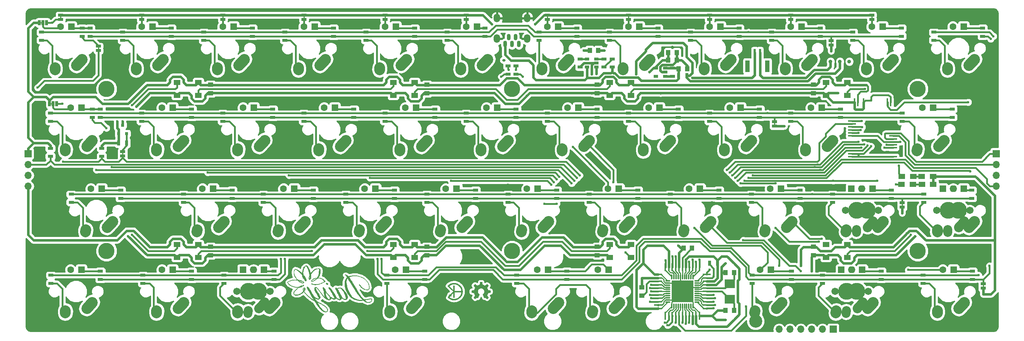
<source format=gbr>
G04 #@! TF.FileFunction,Copper,L2,Bot,Signal*
%FSLAX46Y46*%
G04 Gerber Fmt 4.6, Leading zero omitted, Abs format (unit mm)*
G04 Created by KiCad (PCBNEW 4.0.6) date 11/05/17 21:20:18*
%MOMM*%
%LPD*%
G01*
G04 APERTURE LIST*
%ADD10C,0.254000*%
%ADD11C,0.010000*%
%ADD12C,0.600000*%
%ADD13R,1.000000X1.250000*%
%ADD14R,1.600200X1.600200*%
%ADD15C,1.600200*%
%ADD16C,3.800000*%
%ADD17R,2.400000X2.000000*%
%ADD18O,1.899920X0.406400*%
%ADD19O,0.406400X1.899920*%
%ADD20O,1.250000X0.280000*%
%ADD21O,0.280000X1.212000*%
%ADD22R,5.080000X5.080000*%
%ADD23O,1.757680X1.600200*%
%ADD24R,0.635000X1.270000*%
%ADD25R,1.270000X0.635000*%
%ADD26R,1.600000X1.200000*%
%ADD27R,1.250000X1.000000*%
%ADD28R,1.700000X1.700000*%
%ADD29O,1.700000X1.700000*%
%ADD30C,2.500000*%
%ADD31C,2.600000*%
%ADD32C,2.377000*%
%ADD33C,2.200000*%
%ADD34C,2.200000*%
%ADD35C,1.701800*%
%ADD36C,3.987800*%
%ADD37C,2.150000*%
%ADD38C,3.048000*%
%ADD39O,0.900000X1.500000*%
%ADD40O,1.500000X2.000000*%
%ADD41R,0.800100X0.800100*%
%ADD42R,1.300000X0.700000*%
%ADD43R,0.700000X1.300000*%
%ADD44R,0.600000X1.800000*%
%ADD45R,1.000000X2.800000*%
%ADD46R,1.500000X1.300000*%
%ADD47R,1.060000X0.650000*%
%ADD48R,1.850000X0.450000*%
%ADD49R,0.450000X1.850000*%
%ADD50C,0.900000*%
%ADD51C,0.609600*%
%ADD52C,0.406400*%
G04 APERTURE END LIST*
D10*
D11*
G36*
X103714711Y-91262755D02*
X103785119Y-91268924D01*
X103889337Y-91297832D01*
X104010379Y-91370800D01*
X104180965Y-91466055D01*
X104251769Y-91507881D01*
X104339553Y-91587627D01*
X104410383Y-91627206D01*
X104520723Y-91636811D01*
X104620771Y-91633195D01*
X104676141Y-91615926D01*
X104749679Y-91595174D01*
X104893874Y-91579194D01*
X105122020Y-91549933D01*
X105313831Y-91516144D01*
X105488379Y-91483034D01*
X105848965Y-91466734D01*
X106257044Y-91482331D01*
X106687068Y-91564648D01*
X107001583Y-91635283D01*
X107254746Y-91716558D01*
X107459063Y-91796249D01*
X107536604Y-91812038D01*
X107564840Y-91818906D01*
X107579845Y-91837847D01*
X107704587Y-91922065D01*
X107955512Y-92061362D01*
X108144579Y-92193848D01*
X108351785Y-92372642D01*
X108586650Y-92594556D01*
X108801488Y-92833009D01*
X108971442Y-93058063D01*
X109071655Y-93239779D01*
X109153722Y-93421289D01*
X109219556Y-93577798D01*
X109251353Y-93718712D01*
X109280841Y-93854207D01*
X109303027Y-93980081D01*
X109318535Y-94051678D01*
X109346458Y-94210509D01*
X109343778Y-94358099D01*
X109326176Y-94446732D01*
X109305405Y-94505537D01*
X109287689Y-94534629D01*
X109265786Y-94598584D01*
X109223677Y-94689141D01*
X109189945Y-94739061D01*
X109115235Y-94794243D01*
X109050932Y-94844768D01*
X108986969Y-94876057D01*
X108819737Y-94894648D01*
X108612638Y-94873048D01*
X108379210Y-94823234D01*
X108168943Y-94758033D01*
X108031327Y-94690273D01*
X107953448Y-94662314D01*
X107876135Y-94623940D01*
X107825197Y-94585623D01*
X107593202Y-94399359D01*
X107414522Y-94242017D01*
X107190337Y-94014436D01*
X106984363Y-93739144D01*
X106937818Y-93640736D01*
X106932194Y-93574104D01*
X106953584Y-93543912D01*
X106991272Y-93556390D01*
X107145795Y-93731673D01*
X107381129Y-94001362D01*
X107484873Y-94098315D01*
X107728201Y-94338681D01*
X107914509Y-94496877D01*
X108037213Y-94568984D01*
X108267397Y-94689367D01*
X108431302Y-94757355D01*
X108581912Y-94793055D01*
X108785856Y-94822910D01*
X108912878Y-94826227D01*
X108999541Y-94798893D01*
X109082408Y-94736796D01*
X109206907Y-94584797D01*
X109285935Y-94394435D01*
X109293888Y-94212559D01*
X109269918Y-94010248D01*
X109231035Y-93856811D01*
X109208679Y-93722560D01*
X109196001Y-93680338D01*
X109182360Y-93653511D01*
X109172034Y-93590490D01*
X109122989Y-93480887D01*
X109065938Y-93340071D01*
X109037300Y-93278662D01*
X108995927Y-93186577D01*
X108959534Y-93117528D01*
X108937914Y-93090757D01*
X108898635Y-93033763D01*
X108879335Y-93005747D01*
X108841018Y-92959450D01*
X108800890Y-92913436D01*
X108726294Y-92824973D01*
X108566028Y-92656341D01*
X108542803Y-92607580D01*
X108532672Y-92590997D01*
X108444336Y-92534399D01*
X108282735Y-92393470D01*
X108126412Y-92271161D01*
X108042024Y-92209639D01*
X107881569Y-92100009D01*
X107829838Y-92069163D01*
X107615332Y-91954382D01*
X107504060Y-91901973D01*
X107336813Y-91833206D01*
X107262047Y-91800436D01*
X107202223Y-91777797D01*
X107143984Y-91760648D01*
X107068029Y-91731216D01*
X106886519Y-91694032D01*
X106677956Y-91646603D01*
X106524518Y-91615587D01*
X106380193Y-91582137D01*
X106201898Y-91561726D01*
X105915961Y-91555880D01*
X105637771Y-91564110D01*
X105482719Y-91585929D01*
X105395502Y-91604777D01*
X105125669Y-91655491D01*
X104863254Y-91729632D01*
X104796638Y-91754082D01*
X104682057Y-91796813D01*
X104613204Y-91847865D01*
X104620851Y-91900231D01*
X104661396Y-91963940D01*
X104750681Y-92076125D01*
X104867329Y-92312761D01*
X105047141Y-92614032D01*
X105117323Y-92744434D01*
X105144886Y-92790448D01*
X105227519Y-92913209D01*
X105330810Y-93066646D01*
X105380843Y-93152166D01*
X105455778Y-93274927D01*
X105535242Y-93401140D01*
X105586973Y-93478340D01*
X105640062Y-93558087D01*
X105751107Y-93741747D01*
X105854511Y-93910409D01*
X105919882Y-94019530D01*
X105996629Y-94141952D01*
X106060755Y-94247620D01*
X106120409Y-94347798D01*
X106157650Y-94401510D01*
X106187760Y-94467899D01*
X106248660Y-94556362D01*
X106295735Y-94645681D01*
X106405153Y-94812468D01*
X106429377Y-94869971D01*
X106480315Y-94954246D01*
X106627159Y-95227186D01*
X106833770Y-95544563D01*
X106902254Y-95651930D01*
X106985453Y-95774691D01*
X107061917Y-95889754D01*
X107124740Y-95989480D01*
X107176810Y-96066227D01*
X107247615Y-96173593D01*
X107379205Y-96364102D01*
X107479157Y-96509842D01*
X107539717Y-96587891D01*
X107866287Y-96946835D01*
X107948807Y-97023809D01*
X108202932Y-97260954D01*
X108277343Y-97352390D01*
X108473244Y-97522097D01*
X108714635Y-97667498D01*
X108858783Y-97724353D01*
X109021509Y-97738471D01*
X109320858Y-97727721D01*
X109434898Y-97697242D01*
X109560718Y-97643783D01*
X109660062Y-97591167D01*
X109735662Y-97523795D01*
X109838145Y-97390746D01*
X109857530Y-97323744D01*
X109862555Y-97241088D01*
X109837162Y-97083863D01*
X109805935Y-97039350D01*
X109762207Y-97017243D01*
X109642961Y-97003363D01*
X109505608Y-97004028D01*
X109383571Y-97017426D01*
X109310272Y-97041750D01*
X109104142Y-97086463D01*
X108898918Y-97128119D01*
X108851885Y-97142551D01*
X108673997Y-97178887D01*
X108371368Y-97229655D01*
X108202932Y-97260954D01*
X107948807Y-97023809D01*
X108051670Y-97083855D01*
X108163483Y-97101857D01*
X108312845Y-97080067D01*
X108360425Y-97066407D01*
X108386593Y-97090821D01*
X108425589Y-97116411D01*
X108560292Y-97103725D01*
X108795767Y-97058368D01*
X108944253Y-97007621D01*
X108990323Y-96997943D01*
X109123173Y-96988397D01*
X109235393Y-96962626D01*
X109366795Y-96925754D01*
X109606110Y-96911575D01*
X109769096Y-96917143D01*
X109836237Y-96943043D01*
X109900710Y-97023628D01*
X109928379Y-97156304D01*
X109907424Y-97346963D01*
X109879789Y-97433680D01*
X109847896Y-97485309D01*
X109824691Y-97526172D01*
X109802278Y-97556395D01*
X109771772Y-97590467D01*
X109636956Y-97682100D01*
X109487141Y-97760771D01*
X109365031Y-97799184D01*
X109149024Y-97822463D01*
X108938650Y-97844762D01*
X108922114Y-97851844D01*
X108812436Y-97829707D01*
X108643661Y-97782391D01*
X108539181Y-97737339D01*
X108458642Y-97715606D01*
X108428475Y-97700211D01*
X108414326Y-97684873D01*
X108354615Y-97642708D01*
X108245663Y-97554471D01*
X108119790Y-97458594D01*
X108031949Y-97408675D01*
X107931092Y-97370301D01*
X107661629Y-97096141D01*
X107341050Y-96761383D01*
X107225711Y-96622415D01*
X107095989Y-96459696D01*
X106771738Y-96081565D01*
X106614736Y-95877190D01*
X106569684Y-95815837D01*
X106448281Y-95644289D01*
X106341254Y-95490852D01*
X106277921Y-95398087D01*
X106221100Y-95293251D01*
X106125672Y-95129587D01*
X105995655Y-94920781D01*
X105922938Y-94797922D01*
X105859832Y-94704479D01*
X105780311Y-94602546D01*
X105743466Y-94550193D01*
X105690875Y-94426367D01*
X105581766Y-94255714D01*
X105471343Y-94079298D01*
X105342016Y-93864338D01*
X105292720Y-93779102D01*
X105223331Y-93674113D01*
X105183542Y-93604214D01*
X105130963Y-93517562D01*
X105076798Y-93423383D01*
X105054216Y-93373521D01*
X105013352Y-93315960D01*
X104935588Y-93196418D01*
X104865292Y-93115207D01*
X104853519Y-93090757D01*
X104822843Y-93043611D01*
X104792167Y-92997314D01*
X104746945Y-92919152D01*
X104673085Y-92821124D01*
X104623561Y-92729096D01*
X104544312Y-92590149D01*
X104466106Y-92486177D01*
X104454617Y-92465519D01*
X104420092Y-92401790D01*
X104354891Y-92293348D01*
X104282233Y-92201547D01*
X104242460Y-92186567D01*
X104200661Y-92192377D01*
X104116615Y-92243268D01*
X104054283Y-92328292D01*
X104009448Y-92455823D01*
X103977892Y-92634238D01*
X103949196Y-92773469D01*
X103934621Y-92879442D01*
X103938804Y-93075768D01*
X103993683Y-93565275D01*
X104063072Y-93941198D01*
X104109142Y-94155988D01*
X104186229Y-94401510D01*
X104277578Y-94677652D01*
X104327939Y-94816974D01*
X104432656Y-95040615D01*
X104515969Y-95226199D01*
X104607544Y-95406464D01*
X104704214Y-95594483D01*
X104776659Y-95740222D01*
X104982280Y-96062095D01*
X105074308Y-96186724D01*
X105221803Y-96358839D01*
X105389860Y-96543414D01*
X105548543Y-96664864D01*
X105814214Y-96842129D01*
X105953557Y-96924859D01*
X106166202Y-97020556D01*
X106380018Y-97099654D01*
X106522877Y-97132590D01*
X106682427Y-97177642D01*
X106860496Y-97229943D01*
X107042016Y-97266778D01*
X107190585Y-97282364D01*
X107269801Y-97270915D01*
X107318985Y-97267406D01*
X107409432Y-97288942D01*
X107530944Y-97274877D01*
X107670998Y-97240191D01*
X107731703Y-97209442D01*
X107724699Y-97166726D01*
X107661629Y-97096141D01*
X107931092Y-97370301D01*
X107811235Y-97334107D01*
X107700625Y-97346983D01*
X107611427Y-97369735D01*
X107473157Y-97391808D01*
X107281347Y-97395601D01*
X107103290Y-97399336D01*
X107032887Y-97405722D01*
X106972888Y-97393393D01*
X106817470Y-97359717D01*
X106625659Y-97333682D01*
X106433905Y-97287159D01*
X106265130Y-97239900D01*
X106088657Y-97194055D01*
X105912241Y-97145551D01*
X105774492Y-97098651D01*
X105636043Y-97032807D01*
X105549505Y-96987586D01*
X105454420Y-96905575D01*
X105404039Y-96857069D01*
X105347167Y-96828319D01*
X105267760Y-96787285D01*
X105223331Y-96764307D01*
X105046816Y-96638658D01*
X104798167Y-96429020D01*
X104719778Y-96374459D01*
X104660067Y-96300316D01*
X104553890Y-96135729D01*
X104443637Y-95981556D01*
X104369493Y-95889528D01*
X104262589Y-95751914D01*
X104142026Y-95533470D01*
X104054582Y-95375109D01*
X103996850Y-95277956D01*
X103903762Y-95078912D01*
X103768592Y-94729665D01*
X103746745Y-94668709D01*
X103733445Y-94626883D01*
X103704014Y-94545156D01*
X103674583Y-94430092D01*
X103658226Y-94320631D01*
X103598911Y-94063960D01*
X103566990Y-93780121D01*
X103540339Y-93322473D01*
X103545084Y-93117911D01*
X103562179Y-92980391D01*
X103595855Y-92836462D01*
X103635191Y-92706061D01*
X103685733Y-92567961D01*
X103746117Y-92406113D01*
X103805381Y-92307214D01*
X103900696Y-92182864D01*
X103932953Y-92120894D01*
X103948291Y-92100009D01*
X103963629Y-92078558D01*
X104017340Y-92003340D01*
X104058310Y-91951414D01*
X104071052Y-91903388D01*
X104059506Y-91851940D01*
X103917615Y-91677844D01*
X103875147Y-91572649D01*
X103823436Y-91486260D01*
X103810192Y-91466338D01*
X103788051Y-91434972D01*
X103735543Y-91399219D01*
X103622909Y-91361349D01*
X103587317Y-91360389D01*
X103594723Y-91334125D01*
X103641957Y-91280079D01*
X103714711Y-91262755D01*
X103714711Y-91262755D01*
X103714711Y-91262755D01*
G37*
X103714711Y-91262755D02*
X103785119Y-91268924D01*
X103889337Y-91297832D01*
X104010379Y-91370800D01*
X104180965Y-91466055D01*
X104251769Y-91507881D01*
X104339553Y-91587627D01*
X104410383Y-91627206D01*
X104520723Y-91636811D01*
X104620771Y-91633195D01*
X104676141Y-91615926D01*
X104749679Y-91595174D01*
X104893874Y-91579194D01*
X105122020Y-91549933D01*
X105313831Y-91516144D01*
X105488379Y-91483034D01*
X105848965Y-91466734D01*
X106257044Y-91482331D01*
X106687068Y-91564648D01*
X107001583Y-91635283D01*
X107254746Y-91716558D01*
X107459063Y-91796249D01*
X107536604Y-91812038D01*
X107564840Y-91818906D01*
X107579845Y-91837847D01*
X107704587Y-91922065D01*
X107955512Y-92061362D01*
X108144579Y-92193848D01*
X108351785Y-92372642D01*
X108586650Y-92594556D01*
X108801488Y-92833009D01*
X108971442Y-93058063D01*
X109071655Y-93239779D01*
X109153722Y-93421289D01*
X109219556Y-93577798D01*
X109251353Y-93718712D01*
X109280841Y-93854207D01*
X109303027Y-93980081D01*
X109318535Y-94051678D01*
X109346458Y-94210509D01*
X109343778Y-94358099D01*
X109326176Y-94446732D01*
X109305405Y-94505537D01*
X109287689Y-94534629D01*
X109265786Y-94598584D01*
X109223677Y-94689141D01*
X109189945Y-94739061D01*
X109115235Y-94794243D01*
X109050932Y-94844768D01*
X108986969Y-94876057D01*
X108819737Y-94894648D01*
X108612638Y-94873048D01*
X108379210Y-94823234D01*
X108168943Y-94758033D01*
X108031327Y-94690273D01*
X107953448Y-94662314D01*
X107876135Y-94623940D01*
X107825197Y-94585623D01*
X107593202Y-94399359D01*
X107414522Y-94242017D01*
X107190337Y-94014436D01*
X106984363Y-93739144D01*
X106937818Y-93640736D01*
X106932194Y-93574104D01*
X106953584Y-93543912D01*
X106991272Y-93556390D01*
X107145795Y-93731673D01*
X107381129Y-94001362D01*
X107484873Y-94098315D01*
X107728201Y-94338681D01*
X107914509Y-94496877D01*
X108037213Y-94568984D01*
X108267397Y-94689367D01*
X108431302Y-94757355D01*
X108581912Y-94793055D01*
X108785856Y-94822910D01*
X108912878Y-94826227D01*
X108999541Y-94798893D01*
X109082408Y-94736796D01*
X109206907Y-94584797D01*
X109285935Y-94394435D01*
X109293888Y-94212559D01*
X109269918Y-94010248D01*
X109231035Y-93856811D01*
X109208679Y-93722560D01*
X109196001Y-93680338D01*
X109182360Y-93653511D01*
X109172034Y-93590490D01*
X109122989Y-93480887D01*
X109065938Y-93340071D01*
X109037300Y-93278662D01*
X108995927Y-93186577D01*
X108959534Y-93117528D01*
X108937914Y-93090757D01*
X108898635Y-93033763D01*
X108879335Y-93005747D01*
X108841018Y-92959450D01*
X108800890Y-92913436D01*
X108726294Y-92824973D01*
X108566028Y-92656341D01*
X108542803Y-92607580D01*
X108532672Y-92590997D01*
X108444336Y-92534399D01*
X108282735Y-92393470D01*
X108126412Y-92271161D01*
X108042024Y-92209639D01*
X107881569Y-92100009D01*
X107829838Y-92069163D01*
X107615332Y-91954382D01*
X107504060Y-91901973D01*
X107336813Y-91833206D01*
X107262047Y-91800436D01*
X107202223Y-91777797D01*
X107143984Y-91760648D01*
X107068029Y-91731216D01*
X106886519Y-91694032D01*
X106677956Y-91646603D01*
X106524518Y-91615587D01*
X106380193Y-91582137D01*
X106201898Y-91561726D01*
X105915961Y-91555880D01*
X105637771Y-91564110D01*
X105482719Y-91585929D01*
X105395502Y-91604777D01*
X105125669Y-91655491D01*
X104863254Y-91729632D01*
X104796638Y-91754082D01*
X104682057Y-91796813D01*
X104613204Y-91847865D01*
X104620851Y-91900231D01*
X104661396Y-91963940D01*
X104750681Y-92076125D01*
X104867329Y-92312761D01*
X105047141Y-92614032D01*
X105117323Y-92744434D01*
X105144886Y-92790448D01*
X105227519Y-92913209D01*
X105330810Y-93066646D01*
X105380843Y-93152166D01*
X105455778Y-93274927D01*
X105535242Y-93401140D01*
X105586973Y-93478340D01*
X105640062Y-93558087D01*
X105751107Y-93741747D01*
X105854511Y-93910409D01*
X105919882Y-94019530D01*
X105996629Y-94141952D01*
X106060755Y-94247620D01*
X106120409Y-94347798D01*
X106157650Y-94401510D01*
X106187760Y-94467899D01*
X106248660Y-94556362D01*
X106295735Y-94645681D01*
X106405153Y-94812468D01*
X106429377Y-94869971D01*
X106480315Y-94954246D01*
X106627159Y-95227186D01*
X106833770Y-95544563D01*
X106902254Y-95651930D01*
X106985453Y-95774691D01*
X107061917Y-95889754D01*
X107124740Y-95989480D01*
X107176810Y-96066227D01*
X107247615Y-96173593D01*
X107379205Y-96364102D01*
X107479157Y-96509842D01*
X107539717Y-96587891D01*
X107866287Y-96946835D01*
X107948807Y-97023809D01*
X108202932Y-97260954D01*
X108277343Y-97352390D01*
X108473244Y-97522097D01*
X108714635Y-97667498D01*
X108858783Y-97724353D01*
X109021509Y-97738471D01*
X109320858Y-97727721D01*
X109434898Y-97697242D01*
X109560718Y-97643783D01*
X109660062Y-97591167D01*
X109735662Y-97523795D01*
X109838145Y-97390746D01*
X109857530Y-97323744D01*
X109862555Y-97241088D01*
X109837162Y-97083863D01*
X109805935Y-97039350D01*
X109762207Y-97017243D01*
X109642961Y-97003363D01*
X109505608Y-97004028D01*
X109383571Y-97017426D01*
X109310272Y-97041750D01*
X109104142Y-97086463D01*
X108898918Y-97128119D01*
X108851885Y-97142551D01*
X108673997Y-97178887D01*
X108371368Y-97229655D01*
X108202932Y-97260954D01*
X107948807Y-97023809D01*
X108051670Y-97083855D01*
X108163483Y-97101857D01*
X108312845Y-97080067D01*
X108360425Y-97066407D01*
X108386593Y-97090821D01*
X108425589Y-97116411D01*
X108560292Y-97103725D01*
X108795767Y-97058368D01*
X108944253Y-97007621D01*
X108990323Y-96997943D01*
X109123173Y-96988397D01*
X109235393Y-96962626D01*
X109366795Y-96925754D01*
X109606110Y-96911575D01*
X109769096Y-96917143D01*
X109836237Y-96943043D01*
X109900710Y-97023628D01*
X109928379Y-97156304D01*
X109907424Y-97346963D01*
X109879789Y-97433680D01*
X109847896Y-97485309D01*
X109824691Y-97526172D01*
X109802278Y-97556395D01*
X109771772Y-97590467D01*
X109636956Y-97682100D01*
X109487141Y-97760771D01*
X109365031Y-97799184D01*
X109149024Y-97822463D01*
X108938650Y-97844762D01*
X108922114Y-97851844D01*
X108812436Y-97829707D01*
X108643661Y-97782391D01*
X108539181Y-97737339D01*
X108458642Y-97715606D01*
X108428475Y-97700211D01*
X108414326Y-97684873D01*
X108354615Y-97642708D01*
X108245663Y-97554471D01*
X108119790Y-97458594D01*
X108031949Y-97408675D01*
X107931092Y-97370301D01*
X107661629Y-97096141D01*
X107341050Y-96761383D01*
X107225711Y-96622415D01*
X107095989Y-96459696D01*
X106771738Y-96081565D01*
X106614736Y-95877190D01*
X106569684Y-95815837D01*
X106448281Y-95644289D01*
X106341254Y-95490852D01*
X106277921Y-95398087D01*
X106221100Y-95293251D01*
X106125672Y-95129587D01*
X105995655Y-94920781D01*
X105922938Y-94797922D01*
X105859832Y-94704479D01*
X105780311Y-94602546D01*
X105743466Y-94550193D01*
X105690875Y-94426367D01*
X105581766Y-94255714D01*
X105471343Y-94079298D01*
X105342016Y-93864338D01*
X105292720Y-93779102D01*
X105223331Y-93674113D01*
X105183542Y-93604214D01*
X105130963Y-93517562D01*
X105076798Y-93423383D01*
X105054216Y-93373521D01*
X105013352Y-93315960D01*
X104935588Y-93196418D01*
X104865292Y-93115207D01*
X104853519Y-93090757D01*
X104822843Y-93043611D01*
X104792167Y-92997314D01*
X104746945Y-92919152D01*
X104673085Y-92821124D01*
X104623561Y-92729096D01*
X104544312Y-92590149D01*
X104466106Y-92486177D01*
X104454617Y-92465519D01*
X104420092Y-92401790D01*
X104354891Y-92293348D01*
X104282233Y-92201547D01*
X104242460Y-92186567D01*
X104200661Y-92192377D01*
X104116615Y-92243268D01*
X104054283Y-92328292D01*
X104009448Y-92455823D01*
X103977892Y-92634238D01*
X103949196Y-92773469D01*
X103934621Y-92879442D01*
X103938804Y-93075768D01*
X103993683Y-93565275D01*
X104063072Y-93941198D01*
X104109142Y-94155988D01*
X104186229Y-94401510D01*
X104277578Y-94677652D01*
X104327939Y-94816974D01*
X104432656Y-95040615D01*
X104515969Y-95226199D01*
X104607544Y-95406464D01*
X104704214Y-95594483D01*
X104776659Y-95740222D01*
X104982280Y-96062095D01*
X105074308Y-96186724D01*
X105221803Y-96358839D01*
X105389860Y-96543414D01*
X105548543Y-96664864D01*
X105814214Y-96842129D01*
X105953557Y-96924859D01*
X106166202Y-97020556D01*
X106380018Y-97099654D01*
X106522877Y-97132590D01*
X106682427Y-97177642D01*
X106860496Y-97229943D01*
X107042016Y-97266778D01*
X107190585Y-97282364D01*
X107269801Y-97270915D01*
X107318985Y-97267406D01*
X107409432Y-97288942D01*
X107530944Y-97274877D01*
X107670998Y-97240191D01*
X107731703Y-97209442D01*
X107724699Y-97166726D01*
X107661629Y-97096141D01*
X107931092Y-97370301D01*
X107811235Y-97334107D01*
X107700625Y-97346983D01*
X107611427Y-97369735D01*
X107473157Y-97391808D01*
X107281347Y-97395601D01*
X107103290Y-97399336D01*
X107032887Y-97405722D01*
X106972888Y-97393393D01*
X106817470Y-97359717D01*
X106625659Y-97333682D01*
X106433905Y-97287159D01*
X106265130Y-97239900D01*
X106088657Y-97194055D01*
X105912241Y-97145551D01*
X105774492Y-97098651D01*
X105636043Y-97032807D01*
X105549505Y-96987586D01*
X105454420Y-96905575D01*
X105404039Y-96857069D01*
X105347167Y-96828319D01*
X105267760Y-96787285D01*
X105223331Y-96764307D01*
X105046816Y-96638658D01*
X104798167Y-96429020D01*
X104719778Y-96374459D01*
X104660067Y-96300316D01*
X104553890Y-96135729D01*
X104443637Y-95981556D01*
X104369493Y-95889528D01*
X104262589Y-95751914D01*
X104142026Y-95533470D01*
X104054582Y-95375109D01*
X103996850Y-95277956D01*
X103903762Y-95078912D01*
X103768592Y-94729665D01*
X103746745Y-94668709D01*
X103733445Y-94626883D01*
X103704014Y-94545156D01*
X103674583Y-94430092D01*
X103658226Y-94320631D01*
X103598911Y-94063960D01*
X103566990Y-93780121D01*
X103540339Y-93322473D01*
X103545084Y-93117911D01*
X103562179Y-92980391D01*
X103595855Y-92836462D01*
X103635191Y-92706061D01*
X103685733Y-92567961D01*
X103746117Y-92406113D01*
X103805381Y-92307214D01*
X103900696Y-92182864D01*
X103932953Y-92120894D01*
X103948291Y-92100009D01*
X103963629Y-92078558D01*
X104017340Y-92003340D01*
X104058310Y-91951414D01*
X104071052Y-91903388D01*
X104059506Y-91851940D01*
X103917615Y-91677844D01*
X103875147Y-91572649D01*
X103823436Y-91486260D01*
X103810192Y-91466338D01*
X103788051Y-91434972D01*
X103735543Y-91399219D01*
X103622909Y-91361349D01*
X103587317Y-91360389D01*
X103594723Y-91334125D01*
X103641957Y-91280079D01*
X103714711Y-91262755D01*
X103714711Y-91262755D01*
G36*
X99277485Y-93205198D02*
X99276297Y-93220083D01*
X99294951Y-93235596D01*
X99384059Y-93236101D01*
X99436593Y-93247072D01*
X99494122Y-93280564D01*
X99589114Y-93388972D01*
X99620064Y-93521356D01*
X99617245Y-93586732D01*
X99601226Y-93631438D01*
X99561895Y-93643015D01*
X99490256Y-93642729D01*
X99358364Y-93614232D01*
X99260619Y-93509299D01*
X99196332Y-93418126D01*
X99165580Y-93347467D01*
X99166910Y-93290995D01*
X99198871Y-93242383D01*
X99244431Y-93211093D01*
X99277485Y-93205198D01*
X99277485Y-93205198D01*
X99277485Y-93205198D01*
G37*
X99277485Y-93205198D02*
X99276297Y-93220083D01*
X99294951Y-93235596D01*
X99384059Y-93236101D01*
X99436593Y-93247072D01*
X99494122Y-93280564D01*
X99589114Y-93388972D01*
X99620064Y-93521356D01*
X99617245Y-93586732D01*
X99601226Y-93631438D01*
X99561895Y-93643015D01*
X99490256Y-93642729D01*
X99358364Y-93614232D01*
X99260619Y-93509299D01*
X99196332Y-93418126D01*
X99165580Y-93347467D01*
X99166910Y-93290995D01*
X99198871Y-93242383D01*
X99244431Y-93211093D01*
X99277485Y-93205198D01*
X99277485Y-93205198D01*
G36*
X94533780Y-89138802D02*
X94606799Y-89152694D01*
X94701140Y-89212323D01*
X94833613Y-89326128D01*
X94856039Y-89363533D01*
X94848295Y-89386814D01*
X94838525Y-89396422D01*
X94858313Y-89392870D01*
X94894131Y-89400967D01*
X94942248Y-89457109D01*
X95016108Y-89591416D01*
X95064386Y-89691142D01*
X95135247Y-89821543D01*
X95189751Y-89921439D01*
X95211371Y-89975150D01*
X95248273Y-90059368D01*
X95365825Y-90343517D01*
X95471439Y-90703793D01*
X95493286Y-90772843D01*
X95522830Y-90853381D01*
X95552374Y-90918130D01*
X95593383Y-90890701D01*
X95635573Y-90823385D01*
X95716461Y-90706898D01*
X95787426Y-90651157D01*
X95801066Y-90641648D01*
X95835591Y-90583749D01*
X96201610Y-90228143D01*
X96299864Y-90151340D01*
X96457263Y-90038823D01*
X96609851Y-89952568D01*
X96743459Y-89900780D01*
X96905802Y-89889574D01*
X97035185Y-89876161D01*
X97129613Y-89856428D01*
X97389092Y-89834561D01*
X97583198Y-89841716D01*
X97653796Y-89865813D01*
X97709486Y-89906348D01*
X97752315Y-89965388D01*
X97784331Y-90045000D01*
X97824105Y-90274214D01*
X97826854Y-90613314D01*
X97792466Y-90887906D01*
X97750640Y-91072019D01*
X97719908Y-91225457D01*
X97688043Y-91347369D01*
X97640105Y-91461471D01*
X97611579Y-91514333D01*
X97558312Y-91622625D01*
X97433635Y-91795738D01*
X97325639Y-91951856D01*
X97309974Y-91998306D01*
X97320043Y-92023319D01*
X97441396Y-92029870D01*
X97564207Y-92016470D01*
X97684987Y-92046241D01*
X97876118Y-92091519D01*
X98088994Y-92138041D01*
X98293698Y-92218582D01*
X98608892Y-92431956D01*
X99007795Y-92806239D01*
X98926529Y-92898938D01*
X98826908Y-92974561D01*
X98753274Y-93012935D01*
X98680998Y-93051308D01*
X98620042Y-93081984D01*
X98559652Y-93112661D01*
X98523713Y-93125904D01*
X98230761Y-93289473D01*
X98125489Y-93333789D01*
X98020330Y-93372219D01*
X97755261Y-93473709D01*
X97546209Y-93535334D01*
X97464707Y-93559388D01*
X97405506Y-93572972D01*
X97287499Y-93602403D01*
X97189415Y-93627522D01*
X97013225Y-93641682D01*
X96721689Y-93663982D01*
X96614266Y-93668396D01*
X96514540Y-93663359D01*
X96289143Y-93642111D01*
X96116373Y-93602742D01*
X96075962Y-93588310D01*
X96006120Y-93565388D01*
X95931185Y-93542352D01*
X95814012Y-93497192D01*
X95727319Y-93431194D01*
X95756835Y-93375949D01*
X95817536Y-93342845D01*
X95867286Y-93379011D01*
X95957276Y-93439231D01*
X96108902Y-93494301D01*
X96221539Y-93524995D01*
X96367258Y-93545709D01*
X96790682Y-93560350D01*
X97083247Y-93553702D01*
X97235485Y-93520166D01*
X97404261Y-93480378D01*
X97488818Y-93457908D01*
X97563471Y-93435439D01*
X97686481Y-93405776D01*
X97862139Y-93332317D01*
X98000181Y-93281379D01*
X98094869Y-93243515D01*
X98184181Y-93205198D01*
X98283907Y-93162523D01*
X98541824Y-93020123D01*
X98683927Y-92915458D01*
X98739819Y-92854760D01*
X98762330Y-92810597D01*
X98720048Y-92744066D01*
X98619135Y-92635448D01*
X98396990Y-92446841D01*
X98330940Y-92395224D01*
X98245364Y-92334381D01*
X97956091Y-92192094D01*
X97842046Y-92161531D01*
X97736265Y-92137194D01*
X97643331Y-92121969D01*
X97505515Y-92107706D01*
X97316477Y-92121856D01*
X97193697Y-92135572D01*
X97114592Y-92175567D01*
X97002245Y-92264709D01*
X96798945Y-92437559D01*
X96788984Y-92450124D01*
X96753560Y-92487124D01*
X96661921Y-92521891D01*
X96560384Y-92582507D01*
X96409281Y-92679774D01*
X96263641Y-92744434D01*
X96209307Y-92776582D01*
X96146314Y-92800296D01*
X96115185Y-92806465D01*
X96061926Y-92821181D01*
X96007818Y-92837141D01*
X95956807Y-92848937D01*
X95858501Y-92848249D01*
X95759904Y-92837749D01*
X95708019Y-92820105D01*
X95695420Y-92747738D01*
X95724772Y-92655009D01*
X95838509Y-92504859D01*
X95963955Y-92391715D01*
X96054229Y-92336249D01*
X96161256Y-92283726D01*
X96268679Y-92235844D01*
X96335577Y-92207489D01*
X96450641Y-92162550D01*
X96589303Y-92104676D01*
X96717840Y-92093953D01*
X96808909Y-92097811D01*
X96827078Y-92113018D01*
X96644942Y-92177209D01*
X96407117Y-92261993D01*
X96207666Y-92345418D01*
X96092602Y-92396752D01*
X96016591Y-92444295D01*
X95928486Y-92511146D01*
X95850969Y-92599409D01*
X95799991Y-92687230D01*
X95791501Y-92752754D01*
X95817230Y-92768667D01*
X95870264Y-92774980D01*
X96008215Y-92757678D01*
X96092602Y-92738548D01*
X96184631Y-92704080D01*
X96276715Y-92662027D01*
X96322729Y-92638935D01*
X96391779Y-92604410D01*
X96534689Y-92518212D01*
X96647772Y-92452954D01*
X96768717Y-92354865D01*
X96904953Y-92208564D01*
X96979776Y-92124289D01*
X97007503Y-92096208D01*
X96989793Y-92074880D01*
X96973105Y-92055608D01*
X97004226Y-92039166D01*
X97064220Y-92023319D01*
X97150162Y-91935690D01*
X97259200Y-91762515D01*
X97347716Y-91580938D01*
X97379075Y-91478676D01*
X97417618Y-91302204D01*
X97440087Y-91179442D01*
X97458595Y-91049041D01*
X97489327Y-90849589D01*
X97517966Y-90675154D01*
X97542982Y-90414294D01*
X97566980Y-90169338D01*
X97570851Y-90027125D01*
X97556024Y-89966144D01*
X97532116Y-89926533D01*
X97486809Y-89906040D01*
X97395884Y-89904120D01*
X97190886Y-89911138D01*
X97098631Y-89919798D01*
X97033227Y-89959306D01*
X96905745Y-89990885D01*
X96736970Y-90066726D01*
X96656431Y-90106628D01*
X96598928Y-90139228D01*
X96581212Y-90151453D01*
X96480694Y-90190676D01*
X96371800Y-90226672D01*
X96384138Y-90166282D01*
X96406065Y-90181726D01*
X96436661Y-90168716D01*
X96526256Y-90116815D01*
X96619313Y-90060477D01*
X96641829Y-90020486D01*
X96564228Y-90044448D01*
X96468526Y-90101421D01*
X96410966Y-90140247D01*
X96384138Y-90166282D01*
X96371800Y-90226672D01*
X96317607Y-90236483D01*
X96292053Y-90268215D01*
X96315032Y-90289553D01*
X96338068Y-90298665D01*
X96276715Y-90375978D01*
X96156671Y-90454309D01*
X96129334Y-90473666D01*
X96144611Y-90433687D01*
X96202402Y-90367035D01*
X96243846Y-90319973D01*
X96223004Y-90304891D01*
X96199968Y-90327926D01*
X96188479Y-90351301D01*
X96102425Y-90420095D01*
X96031193Y-90502248D01*
X96054229Y-90519737D01*
X96077264Y-90539150D01*
X96034004Y-90621047D01*
X95963446Y-90688002D01*
X95906519Y-90749857D01*
X95877756Y-90840421D01*
X95850134Y-90891508D01*
X95778031Y-90972917D01*
X95678305Y-91085547D01*
X95639422Y-91142541D01*
X95608713Y-91192477D01*
X95610840Y-91263830D01*
X95624990Y-91417268D01*
X95640271Y-91685769D01*
X95644329Y-91864207D01*
X95624990Y-92000340D01*
X95595219Y-92148344D01*
X95506750Y-92279862D01*
X95441158Y-92347100D01*
X95395654Y-92376151D01*
X95355979Y-92399356D01*
X95318210Y-92417450D01*
X95275622Y-92412081D01*
X95233297Y-92385181D01*
X95196316Y-92338683D01*
X95141584Y-92172329D01*
X95133492Y-91994850D01*
X95148038Y-91892917D01*
X95169289Y-91820351D01*
X95201750Y-91770779D01*
X95218050Y-91709540D01*
X95224277Y-91669749D01*
X95241255Y-91649489D01*
X95280874Y-91597985D01*
X95308065Y-91451859D01*
X95307248Y-91344709D01*
X95364356Y-91655941D01*
X95336272Y-91642012D01*
X95308663Y-91681863D01*
X95271761Y-91747121D01*
X95233385Y-91905646D01*
X95225125Y-92097010D01*
X95250197Y-92210998D01*
X95289877Y-92279282D01*
X95313556Y-92294207D01*
X95330850Y-92287801D01*
X95355215Y-92171689D01*
X95372061Y-91968479D01*
X95376678Y-91766965D01*
X95364356Y-91655941D01*
X95307248Y-91344709D01*
X95286647Y-91226929D01*
X95229760Y-90896408D01*
X95116400Y-90512039D01*
X95075253Y-90389278D01*
X95063424Y-90366300D01*
X95027428Y-90243538D01*
X94934381Y-89990376D01*
X94834259Y-89767889D01*
X94696073Y-89470790D01*
X94553985Y-89270279D01*
X94477550Y-89238389D01*
X94435588Y-89237496D01*
X94410510Y-89249451D01*
X94382663Y-89246962D01*
X94350723Y-89249343D01*
X94300986Y-89279720D01*
X94204889Y-89381495D01*
X94159101Y-89430340D01*
X94139892Y-89441254D01*
X94128792Y-89467335D01*
X94139292Y-89525028D01*
X94153132Y-89549060D01*
X94131934Y-89566684D01*
X94092316Y-89573023D01*
X94082637Y-89584060D01*
X94054282Y-89636469D01*
X93978312Y-89827459D01*
X93929200Y-90046465D01*
X93898524Y-90143814D01*
X93867848Y-90238219D01*
X93852453Y-90281913D01*
X93837115Y-90367659D01*
X93831802Y-90427018D01*
X93815721Y-90452160D01*
X93801133Y-90472087D01*
X93802081Y-90518549D01*
X93785781Y-90659591D01*
X93767921Y-90804677D01*
X93788781Y-91018366D01*
X93796308Y-91121488D01*
X93812099Y-91167502D01*
X93851661Y-91288395D01*
X93879511Y-91371862D01*
X93937860Y-91448228D01*
X94070412Y-91615475D01*
X94152876Y-91727539D01*
X94266638Y-91904691D01*
X94376834Y-92090559D01*
X94486039Y-92307103D01*
X94556080Y-92526533D01*
X94561549Y-92592825D01*
X94532535Y-92660614D01*
X94476446Y-92740360D01*
X94400067Y-92771880D01*
X94339762Y-92780545D01*
X94288371Y-92768093D01*
X94245640Y-92758019D01*
X93973234Y-92336930D01*
X93914428Y-92246316D01*
X93883129Y-92185473D01*
X93857465Y-92117508D01*
X93809439Y-92087785D01*
X93790172Y-92105297D01*
X93782668Y-92150100D01*
X93770866Y-92214910D01*
X93741125Y-92209641D01*
X93730373Y-92192070D01*
X93742994Y-92178059D01*
X93748144Y-92155646D01*
X93722025Y-92071828D01*
X93711356Y-91974023D01*
X93697263Y-91920312D01*
X93600480Y-91551633D01*
X93842833Y-91815889D01*
X93868206Y-91895618D01*
X93944184Y-92055985D01*
X94144387Y-92413394D01*
X94200147Y-92488146D01*
X94238227Y-92514308D01*
X94258014Y-92507189D01*
X94265602Y-92488367D01*
X94243264Y-92430826D01*
X94220738Y-92372247D01*
X94113270Y-92148648D01*
X93936899Y-91857941D01*
X93877457Y-91797353D01*
X93857056Y-91796735D01*
X93842833Y-91815889D01*
X93600480Y-91551633D01*
X93572849Y-91441196D01*
X93529406Y-91347215D01*
X93327169Y-91095113D01*
X93281155Y-91019441D01*
X93275834Y-91013216D01*
X93198096Y-90962408D01*
X93116115Y-90866004D01*
X93054763Y-90798313D01*
X92754170Y-90523530D01*
X92574925Y-90365961D01*
X92477802Y-90293063D01*
X92350174Y-90193790D01*
X92316453Y-90168999D01*
X92311970Y-90147776D01*
X92310837Y-90139513D01*
X92252485Y-90111893D01*
X92161249Y-90064067D01*
X92108046Y-90034240D01*
X92085464Y-90013356D01*
X92081332Y-90030391D01*
X92081730Y-90040838D01*
X92063051Y-90038938D01*
X91948439Y-90018781D01*
X91888559Y-90026996D01*
X91864618Y-90044088D01*
X91847696Y-90055578D01*
X91833207Y-90086876D01*
X91811247Y-90094517D01*
X91788268Y-90133853D01*
X91774515Y-90199223D01*
X91760686Y-90235005D01*
X91726802Y-90246652D01*
X91724539Y-90262726D01*
X91726130Y-90282669D01*
X91712540Y-90289554D01*
X91691543Y-90316438D01*
X91664998Y-90536830D01*
X91672639Y-90585844D01*
X91678492Y-90654617D01*
X91668703Y-90676031D01*
X91652829Y-90677703D01*
X91643085Y-90674419D01*
X91652829Y-90689362D01*
X91666279Y-90792289D01*
X91657527Y-90910943D01*
X91673663Y-91014494D01*
X91714238Y-91129581D01*
X91719276Y-91164106D01*
X91710559Y-91176897D01*
X91727595Y-91241475D01*
X91752555Y-91312336D01*
X91759460Y-91359595D01*
X91781194Y-91447945D01*
X91811870Y-91533748D01*
X91835245Y-91578686D01*
X91852451Y-91604269D01*
X91891446Y-91655603D01*
X91921186Y-91693687D01*
X91925518Y-91720125D01*
X91926028Y-91728954D01*
X92023207Y-91844074D01*
X92159778Y-92044035D01*
X92210830Y-92132101D01*
X92251019Y-92195291D01*
X92397433Y-92349211D01*
X92536268Y-92501064D01*
X92587489Y-92523929D01*
X92770810Y-92544361D01*
X92956484Y-92571427D01*
X93131396Y-92618109D01*
X93307812Y-92668254D01*
X93422932Y-92706118D01*
X93656908Y-92806467D01*
X93753440Y-92853133D01*
X93847057Y-92918360D01*
X93927313Y-92993704D01*
X93983762Y-93070723D01*
X93997385Y-93114717D01*
X93964236Y-93166600D01*
X93908260Y-93220085D01*
X93840682Y-93267740D01*
X93779503Y-93307474D01*
X93685207Y-93309566D01*
X93550381Y-93282147D01*
X93346186Y-93182391D01*
X93238819Y-93128623D01*
X93085382Y-93042763D01*
X92975016Y-92990014D01*
X92939189Y-92973997D01*
X92873083Y-92922323D01*
X92778507Y-92849651D01*
X92686423Y-92772565D01*
X92556361Y-92661746D01*
X92490333Y-92610039D01*
X92441297Y-92589470D01*
X92682291Y-92614203D01*
X92669994Y-92634221D01*
X92712005Y-92676970D01*
X92818918Y-92759264D01*
X93067440Y-92932737D01*
X93394566Y-93098880D01*
X93645023Y-93205030D01*
X93741296Y-93219689D01*
X93803439Y-93191281D01*
X93837173Y-93138074D01*
X93806497Y-93089626D01*
X93775821Y-93041801D01*
X93684698Y-92959904D01*
X93584067Y-92882591D01*
X93544561Y-92867196D01*
X93487907Y-92852141D01*
X93161110Y-92729097D01*
X92943660Y-92650992D01*
X92859273Y-92636956D01*
X92742115Y-92620372D01*
X92682291Y-92614203D01*
X92441297Y-92589470D01*
X92164759Y-92565812D01*
X92072730Y-92552115D01*
X91978382Y-92537796D01*
X91942951Y-92543965D01*
X91888337Y-92559646D01*
X91818662Y-92537966D01*
X91811435Y-92526125D01*
X91839549Y-92519509D01*
X92062543Y-92516685D01*
X92352438Y-92501517D01*
X92350036Y-92439522D01*
X92314800Y-92391547D01*
X92255171Y-92343224D01*
X92202849Y-92267937D01*
X92156665Y-92194416D01*
X92084842Y-92088634D01*
X91985570Y-91942611D01*
X91897050Y-91800324D01*
X91819058Y-91676488D01*
X91755386Y-91560235D01*
X91709541Y-91441832D01*
X91673715Y-91319071D01*
X91638001Y-91095057D01*
X91611511Y-90936391D01*
X91615192Y-90811217D01*
X91635907Y-90527378D01*
X91651895Y-90364534D01*
X91684840Y-90232667D01*
X91737903Y-90122876D01*
X91814247Y-90026260D01*
X91917652Y-89943287D01*
X92059430Y-89968530D01*
X92268156Y-90011504D01*
X92468576Y-90102523D01*
X92711077Y-90271125D01*
X93046046Y-90546848D01*
X93382238Y-90853383D01*
X93504151Y-90964655D01*
X93554579Y-90926338D01*
X93585257Y-90869628D01*
X93600537Y-90753770D01*
X93625610Y-90601013D01*
X93636760Y-90531963D01*
X93648985Y-90442991D01*
X93675190Y-90335568D01*
X93733758Y-90062581D01*
X93818892Y-89756061D01*
X93877460Y-89598945D01*
X93948841Y-89499049D01*
X94014327Y-89435573D01*
X94060169Y-89415001D01*
X94116069Y-89383113D01*
X94222549Y-89242717D01*
X94270115Y-89208546D01*
X94352871Y-89174818D01*
X94533781Y-89138803D01*
X94533780Y-89138802D01*
X94533780Y-89138802D01*
G37*
X94533780Y-89138802D02*
X94606799Y-89152694D01*
X94701140Y-89212323D01*
X94833613Y-89326128D01*
X94856039Y-89363533D01*
X94848295Y-89386814D01*
X94838525Y-89396422D01*
X94858313Y-89392870D01*
X94894131Y-89400967D01*
X94942248Y-89457109D01*
X95016108Y-89591416D01*
X95064386Y-89691142D01*
X95135247Y-89821543D01*
X95189751Y-89921439D01*
X95211371Y-89975150D01*
X95248273Y-90059368D01*
X95365825Y-90343517D01*
X95471439Y-90703793D01*
X95493286Y-90772843D01*
X95522830Y-90853381D01*
X95552374Y-90918130D01*
X95593383Y-90890701D01*
X95635573Y-90823385D01*
X95716461Y-90706898D01*
X95787426Y-90651157D01*
X95801066Y-90641648D01*
X95835591Y-90583749D01*
X96201610Y-90228143D01*
X96299864Y-90151340D01*
X96457263Y-90038823D01*
X96609851Y-89952568D01*
X96743459Y-89900780D01*
X96905802Y-89889574D01*
X97035185Y-89876161D01*
X97129613Y-89856428D01*
X97389092Y-89834561D01*
X97583198Y-89841716D01*
X97653796Y-89865813D01*
X97709486Y-89906348D01*
X97752315Y-89965388D01*
X97784331Y-90045000D01*
X97824105Y-90274214D01*
X97826854Y-90613314D01*
X97792466Y-90887906D01*
X97750640Y-91072019D01*
X97719908Y-91225457D01*
X97688043Y-91347369D01*
X97640105Y-91461471D01*
X97611579Y-91514333D01*
X97558312Y-91622625D01*
X97433635Y-91795738D01*
X97325639Y-91951856D01*
X97309974Y-91998306D01*
X97320043Y-92023319D01*
X97441396Y-92029870D01*
X97564207Y-92016470D01*
X97684987Y-92046241D01*
X97876118Y-92091519D01*
X98088994Y-92138041D01*
X98293698Y-92218582D01*
X98608892Y-92431956D01*
X99007795Y-92806239D01*
X98926529Y-92898938D01*
X98826908Y-92974561D01*
X98753274Y-93012935D01*
X98680998Y-93051308D01*
X98620042Y-93081984D01*
X98559652Y-93112661D01*
X98523713Y-93125904D01*
X98230761Y-93289473D01*
X98125489Y-93333789D01*
X98020330Y-93372219D01*
X97755261Y-93473709D01*
X97546209Y-93535334D01*
X97464707Y-93559388D01*
X97405506Y-93572972D01*
X97287499Y-93602403D01*
X97189415Y-93627522D01*
X97013225Y-93641682D01*
X96721689Y-93663982D01*
X96614266Y-93668396D01*
X96514540Y-93663359D01*
X96289143Y-93642111D01*
X96116373Y-93602742D01*
X96075962Y-93588310D01*
X96006120Y-93565388D01*
X95931185Y-93542352D01*
X95814012Y-93497192D01*
X95727319Y-93431194D01*
X95756835Y-93375949D01*
X95817536Y-93342845D01*
X95867286Y-93379011D01*
X95957276Y-93439231D01*
X96108902Y-93494301D01*
X96221539Y-93524995D01*
X96367258Y-93545709D01*
X96790682Y-93560350D01*
X97083247Y-93553702D01*
X97235485Y-93520166D01*
X97404261Y-93480378D01*
X97488818Y-93457908D01*
X97563471Y-93435439D01*
X97686481Y-93405776D01*
X97862139Y-93332317D01*
X98000181Y-93281379D01*
X98094869Y-93243515D01*
X98184181Y-93205198D01*
X98283907Y-93162523D01*
X98541824Y-93020123D01*
X98683927Y-92915458D01*
X98739819Y-92854760D01*
X98762330Y-92810597D01*
X98720048Y-92744066D01*
X98619135Y-92635448D01*
X98396990Y-92446841D01*
X98330940Y-92395224D01*
X98245364Y-92334381D01*
X97956091Y-92192094D01*
X97842046Y-92161531D01*
X97736265Y-92137194D01*
X97643331Y-92121969D01*
X97505515Y-92107706D01*
X97316477Y-92121856D01*
X97193697Y-92135572D01*
X97114592Y-92175567D01*
X97002245Y-92264709D01*
X96798945Y-92437559D01*
X96788984Y-92450124D01*
X96753560Y-92487124D01*
X96661921Y-92521891D01*
X96560384Y-92582507D01*
X96409281Y-92679774D01*
X96263641Y-92744434D01*
X96209307Y-92776582D01*
X96146314Y-92800296D01*
X96115185Y-92806465D01*
X96061926Y-92821181D01*
X96007818Y-92837141D01*
X95956807Y-92848937D01*
X95858501Y-92848249D01*
X95759904Y-92837749D01*
X95708019Y-92820105D01*
X95695420Y-92747738D01*
X95724772Y-92655009D01*
X95838509Y-92504859D01*
X95963955Y-92391715D01*
X96054229Y-92336249D01*
X96161256Y-92283726D01*
X96268679Y-92235844D01*
X96335577Y-92207489D01*
X96450641Y-92162550D01*
X96589303Y-92104676D01*
X96717840Y-92093953D01*
X96808909Y-92097811D01*
X96827078Y-92113018D01*
X96644942Y-92177209D01*
X96407117Y-92261993D01*
X96207666Y-92345418D01*
X96092602Y-92396752D01*
X96016591Y-92444295D01*
X95928486Y-92511146D01*
X95850969Y-92599409D01*
X95799991Y-92687230D01*
X95791501Y-92752754D01*
X95817230Y-92768667D01*
X95870264Y-92774980D01*
X96008215Y-92757678D01*
X96092602Y-92738548D01*
X96184631Y-92704080D01*
X96276715Y-92662027D01*
X96322729Y-92638935D01*
X96391779Y-92604410D01*
X96534689Y-92518212D01*
X96647772Y-92452954D01*
X96768717Y-92354865D01*
X96904953Y-92208564D01*
X96979776Y-92124289D01*
X97007503Y-92096208D01*
X96989793Y-92074880D01*
X96973105Y-92055608D01*
X97004226Y-92039166D01*
X97064220Y-92023319D01*
X97150162Y-91935690D01*
X97259200Y-91762515D01*
X97347716Y-91580938D01*
X97379075Y-91478676D01*
X97417618Y-91302204D01*
X97440087Y-91179442D01*
X97458595Y-91049041D01*
X97489327Y-90849589D01*
X97517966Y-90675154D01*
X97542982Y-90414294D01*
X97566980Y-90169338D01*
X97570851Y-90027125D01*
X97556024Y-89966144D01*
X97532116Y-89926533D01*
X97486809Y-89906040D01*
X97395884Y-89904120D01*
X97190886Y-89911138D01*
X97098631Y-89919798D01*
X97033227Y-89959306D01*
X96905745Y-89990885D01*
X96736970Y-90066726D01*
X96656431Y-90106628D01*
X96598928Y-90139228D01*
X96581212Y-90151453D01*
X96480694Y-90190676D01*
X96371800Y-90226672D01*
X96384138Y-90166282D01*
X96406065Y-90181726D01*
X96436661Y-90168716D01*
X96526256Y-90116815D01*
X96619313Y-90060477D01*
X96641829Y-90020486D01*
X96564228Y-90044448D01*
X96468526Y-90101421D01*
X96410966Y-90140247D01*
X96384138Y-90166282D01*
X96371800Y-90226672D01*
X96317607Y-90236483D01*
X96292053Y-90268215D01*
X96315032Y-90289553D01*
X96338068Y-90298665D01*
X96276715Y-90375978D01*
X96156671Y-90454309D01*
X96129334Y-90473666D01*
X96144611Y-90433687D01*
X96202402Y-90367035D01*
X96243846Y-90319973D01*
X96223004Y-90304891D01*
X96199968Y-90327926D01*
X96188479Y-90351301D01*
X96102425Y-90420095D01*
X96031193Y-90502248D01*
X96054229Y-90519737D01*
X96077264Y-90539150D01*
X96034004Y-90621047D01*
X95963446Y-90688002D01*
X95906519Y-90749857D01*
X95877756Y-90840421D01*
X95850134Y-90891508D01*
X95778031Y-90972917D01*
X95678305Y-91085547D01*
X95639422Y-91142541D01*
X95608713Y-91192477D01*
X95610840Y-91263830D01*
X95624990Y-91417268D01*
X95640271Y-91685769D01*
X95644329Y-91864207D01*
X95624990Y-92000340D01*
X95595219Y-92148344D01*
X95506750Y-92279862D01*
X95441158Y-92347100D01*
X95395654Y-92376151D01*
X95355979Y-92399356D01*
X95318210Y-92417450D01*
X95275622Y-92412081D01*
X95233297Y-92385181D01*
X95196316Y-92338683D01*
X95141584Y-92172329D01*
X95133492Y-91994850D01*
X95148038Y-91892917D01*
X95169289Y-91820351D01*
X95201750Y-91770779D01*
X95218050Y-91709540D01*
X95224277Y-91669749D01*
X95241255Y-91649489D01*
X95280874Y-91597985D01*
X95308065Y-91451859D01*
X95307248Y-91344709D01*
X95364356Y-91655941D01*
X95336272Y-91642012D01*
X95308663Y-91681863D01*
X95271761Y-91747121D01*
X95233385Y-91905646D01*
X95225125Y-92097010D01*
X95250197Y-92210998D01*
X95289877Y-92279282D01*
X95313556Y-92294207D01*
X95330850Y-92287801D01*
X95355215Y-92171689D01*
X95372061Y-91968479D01*
X95376678Y-91766965D01*
X95364356Y-91655941D01*
X95307248Y-91344709D01*
X95286647Y-91226929D01*
X95229760Y-90896408D01*
X95116400Y-90512039D01*
X95075253Y-90389278D01*
X95063424Y-90366300D01*
X95027428Y-90243538D01*
X94934381Y-89990376D01*
X94834259Y-89767889D01*
X94696073Y-89470790D01*
X94553985Y-89270279D01*
X94477550Y-89238389D01*
X94435588Y-89237496D01*
X94410510Y-89249451D01*
X94382663Y-89246962D01*
X94350723Y-89249343D01*
X94300986Y-89279720D01*
X94204889Y-89381495D01*
X94159101Y-89430340D01*
X94139892Y-89441254D01*
X94128792Y-89467335D01*
X94139292Y-89525028D01*
X94153132Y-89549060D01*
X94131934Y-89566684D01*
X94092316Y-89573023D01*
X94082637Y-89584060D01*
X94054282Y-89636469D01*
X93978312Y-89827459D01*
X93929200Y-90046465D01*
X93898524Y-90143814D01*
X93867848Y-90238219D01*
X93852453Y-90281913D01*
X93837115Y-90367659D01*
X93831802Y-90427018D01*
X93815721Y-90452160D01*
X93801133Y-90472087D01*
X93802081Y-90518549D01*
X93785781Y-90659591D01*
X93767921Y-90804677D01*
X93788781Y-91018366D01*
X93796308Y-91121488D01*
X93812099Y-91167502D01*
X93851661Y-91288395D01*
X93879511Y-91371862D01*
X93937860Y-91448228D01*
X94070412Y-91615475D01*
X94152876Y-91727539D01*
X94266638Y-91904691D01*
X94376834Y-92090559D01*
X94486039Y-92307103D01*
X94556080Y-92526533D01*
X94561549Y-92592825D01*
X94532535Y-92660614D01*
X94476446Y-92740360D01*
X94400067Y-92771880D01*
X94339762Y-92780545D01*
X94288371Y-92768093D01*
X94245640Y-92758019D01*
X93973234Y-92336930D01*
X93914428Y-92246316D01*
X93883129Y-92185473D01*
X93857465Y-92117508D01*
X93809439Y-92087785D01*
X93790172Y-92105297D01*
X93782668Y-92150100D01*
X93770866Y-92214910D01*
X93741125Y-92209641D01*
X93730373Y-92192070D01*
X93742994Y-92178059D01*
X93748144Y-92155646D01*
X93722025Y-92071828D01*
X93711356Y-91974023D01*
X93697263Y-91920312D01*
X93600480Y-91551633D01*
X93842833Y-91815889D01*
X93868206Y-91895618D01*
X93944184Y-92055985D01*
X94144387Y-92413394D01*
X94200147Y-92488146D01*
X94238227Y-92514308D01*
X94258014Y-92507189D01*
X94265602Y-92488367D01*
X94243264Y-92430826D01*
X94220738Y-92372247D01*
X94113270Y-92148648D01*
X93936899Y-91857941D01*
X93877457Y-91797353D01*
X93857056Y-91796735D01*
X93842833Y-91815889D01*
X93600480Y-91551633D01*
X93572849Y-91441196D01*
X93529406Y-91347215D01*
X93327169Y-91095113D01*
X93281155Y-91019441D01*
X93275834Y-91013216D01*
X93198096Y-90962408D01*
X93116115Y-90866004D01*
X93054763Y-90798313D01*
X92754170Y-90523530D01*
X92574925Y-90365961D01*
X92477802Y-90293063D01*
X92350174Y-90193790D01*
X92316453Y-90168999D01*
X92311970Y-90147776D01*
X92310837Y-90139513D01*
X92252485Y-90111893D01*
X92161249Y-90064067D01*
X92108046Y-90034240D01*
X92085464Y-90013356D01*
X92081332Y-90030391D01*
X92081730Y-90040838D01*
X92063051Y-90038938D01*
X91948439Y-90018781D01*
X91888559Y-90026996D01*
X91864618Y-90044088D01*
X91847696Y-90055578D01*
X91833207Y-90086876D01*
X91811247Y-90094517D01*
X91788268Y-90133853D01*
X91774515Y-90199223D01*
X91760686Y-90235005D01*
X91726802Y-90246652D01*
X91724539Y-90262726D01*
X91726130Y-90282669D01*
X91712540Y-90289554D01*
X91691543Y-90316438D01*
X91664998Y-90536830D01*
X91672639Y-90585844D01*
X91678492Y-90654617D01*
X91668703Y-90676031D01*
X91652829Y-90677703D01*
X91643085Y-90674419D01*
X91652829Y-90689362D01*
X91666279Y-90792289D01*
X91657527Y-90910943D01*
X91673663Y-91014494D01*
X91714238Y-91129581D01*
X91719276Y-91164106D01*
X91710559Y-91176897D01*
X91727595Y-91241475D01*
X91752555Y-91312336D01*
X91759460Y-91359595D01*
X91781194Y-91447945D01*
X91811870Y-91533748D01*
X91835245Y-91578686D01*
X91852451Y-91604269D01*
X91891446Y-91655603D01*
X91921186Y-91693687D01*
X91925518Y-91720125D01*
X91926028Y-91728954D01*
X92023207Y-91844074D01*
X92159778Y-92044035D01*
X92210830Y-92132101D01*
X92251019Y-92195291D01*
X92397433Y-92349211D01*
X92536268Y-92501064D01*
X92587489Y-92523929D01*
X92770810Y-92544361D01*
X92956484Y-92571427D01*
X93131396Y-92618109D01*
X93307812Y-92668254D01*
X93422932Y-92706118D01*
X93656908Y-92806467D01*
X93753440Y-92853133D01*
X93847057Y-92918360D01*
X93927313Y-92993704D01*
X93983762Y-93070723D01*
X93997385Y-93114717D01*
X93964236Y-93166600D01*
X93908260Y-93220085D01*
X93840682Y-93267740D01*
X93779503Y-93307474D01*
X93685207Y-93309566D01*
X93550381Y-93282147D01*
X93346186Y-93182391D01*
X93238819Y-93128623D01*
X93085382Y-93042763D01*
X92975016Y-92990014D01*
X92939189Y-92973997D01*
X92873083Y-92922323D01*
X92778507Y-92849651D01*
X92686423Y-92772565D01*
X92556361Y-92661746D01*
X92490333Y-92610039D01*
X92441297Y-92589470D01*
X92682291Y-92614203D01*
X92669994Y-92634221D01*
X92712005Y-92676970D01*
X92818918Y-92759264D01*
X93067440Y-92932737D01*
X93394566Y-93098880D01*
X93645023Y-93205030D01*
X93741296Y-93219689D01*
X93803439Y-93191281D01*
X93837173Y-93138074D01*
X93806497Y-93089626D01*
X93775821Y-93041801D01*
X93684698Y-92959904D01*
X93584067Y-92882591D01*
X93544561Y-92867196D01*
X93487907Y-92852141D01*
X93161110Y-92729097D01*
X92943660Y-92650992D01*
X92859273Y-92636956D01*
X92742115Y-92620372D01*
X92682291Y-92614203D01*
X92441297Y-92589470D01*
X92164759Y-92565812D01*
X92072730Y-92552115D01*
X91978382Y-92537796D01*
X91942951Y-92543965D01*
X91888337Y-92559646D01*
X91818662Y-92537966D01*
X91811435Y-92526125D01*
X91839549Y-92519509D01*
X92062543Y-92516685D01*
X92352438Y-92501517D01*
X92350036Y-92439522D01*
X92314800Y-92391547D01*
X92255171Y-92343224D01*
X92202849Y-92267937D01*
X92156665Y-92194416D01*
X92084842Y-92088634D01*
X91985570Y-91942611D01*
X91897050Y-91800324D01*
X91819058Y-91676488D01*
X91755386Y-91560235D01*
X91709541Y-91441832D01*
X91673715Y-91319071D01*
X91638001Y-91095057D01*
X91611511Y-90936391D01*
X91615192Y-90811217D01*
X91635907Y-90527378D01*
X91651895Y-90364534D01*
X91684840Y-90232667D01*
X91737903Y-90122876D01*
X91814247Y-90026260D01*
X91917652Y-89943287D01*
X92059430Y-89968530D01*
X92268156Y-90011504D01*
X92468576Y-90102523D01*
X92711077Y-90271125D01*
X93046046Y-90546848D01*
X93382238Y-90853383D01*
X93504151Y-90964655D01*
X93554579Y-90926338D01*
X93585257Y-90869628D01*
X93600537Y-90753770D01*
X93625610Y-90601013D01*
X93636760Y-90531963D01*
X93648985Y-90442991D01*
X93675190Y-90335568D01*
X93733758Y-90062581D01*
X93818892Y-89756061D01*
X93877460Y-89598945D01*
X93948841Y-89499049D01*
X94014327Y-89435573D01*
X94060169Y-89415001D01*
X94116069Y-89383113D01*
X94222549Y-89242717D01*
X94270115Y-89208546D01*
X94352871Y-89174818D01*
X94533781Y-89138803D01*
X94533780Y-89138802D01*
G36*
X91746725Y-92518664D02*
X91768438Y-92524464D01*
X91759516Y-92536606D01*
X91732937Y-92550271D01*
X91712087Y-92544813D01*
X91683222Y-92540681D01*
X91538841Y-92554604D01*
X91259586Y-92581092D01*
X91095596Y-92616438D01*
X90942015Y-92678214D01*
X90874437Y-92689703D01*
X90863697Y-92685886D01*
X90866626Y-92695533D01*
X90862912Y-92710723D01*
X90834478Y-92722361D01*
X90725697Y-92761639D01*
X90644083Y-92781619D01*
X90609897Y-92797410D01*
X90568751Y-92827237D01*
X90472025Y-92864705D01*
X90378751Y-92897814D01*
X90324700Y-92935056D01*
X90272177Y-92965902D01*
X90239709Y-92971987D01*
X90211153Y-93006180D01*
X90192832Y-93057008D01*
X90191072Y-93113000D01*
X90230238Y-93203670D01*
X90314060Y-93319752D01*
X90427513Y-93451077D01*
X90552394Y-93551465D01*
X90599880Y-93595498D01*
X90667261Y-93651841D01*
X90753883Y-93695676D01*
X90768655Y-93709939D01*
X90802953Y-93735182D01*
X90891190Y-93779837D01*
X90991085Y-93842491D01*
X91152220Y-93911371D01*
X91309688Y-93969704D01*
X91358519Y-94001192D01*
X91463680Y-94044586D01*
X91727595Y-94102616D01*
X92023432Y-94160969D01*
X92207546Y-94185192D01*
X92456350Y-94199172D01*
X92679715Y-94196260D01*
X92824634Y-94156214D01*
X92908568Y-94117897D01*
X92969977Y-94071204D01*
X92989294Y-94050165D01*
X93014577Y-94045848D01*
X93053233Y-94035661D01*
X93171693Y-93945953D01*
X93340128Y-93830549D01*
X93581112Y-93735925D01*
X93836889Y-93673886D01*
X93884117Y-93681199D01*
X93911429Y-93716561D01*
X93923828Y-93769817D01*
X93882281Y-93869093D01*
X93792007Y-93972101D01*
X93681924Y-94068035D01*
X93572322Y-94125420D01*
X93452815Y-94155931D01*
X93416139Y-94169967D01*
X93346297Y-94194305D01*
X93277304Y-94217227D01*
X93207259Y-94236858D01*
X93016388Y-94255883D01*
X92875887Y-94275631D01*
X92763225Y-94313953D01*
X93047743Y-94157233D01*
X93078371Y-94169431D01*
X93154374Y-94146706D01*
X93476586Y-94051847D01*
X93575104Y-94016280D01*
X93648191Y-93960611D01*
X93741061Y-93839538D01*
X93765486Y-93786411D01*
X93765236Y-93755727D01*
X93675754Y-93780064D01*
X93559276Y-93817985D01*
X93464417Y-93860660D01*
X93330846Y-93948839D01*
X93184993Y-94044773D01*
X93102700Y-94094636D01*
X93062729Y-94120024D01*
X93047743Y-94157233D01*
X92763225Y-94313953D01*
X92609788Y-94418263D01*
X92540738Y-94456410D01*
X92381755Y-94581775D01*
X92255145Y-94693895D01*
X92226223Y-94724684D01*
X92107311Y-94859954D01*
X91751108Y-95239228D01*
X91681248Y-95343625D01*
X91650338Y-95432839D01*
X91613154Y-95538450D01*
X91595353Y-95657746D01*
X91628718Y-95789236D01*
X91731178Y-95895911D01*
X91843394Y-95965822D01*
X91882447Y-95981670D01*
X91992386Y-96007752D01*
X92202074Y-96019334D01*
X92429949Y-96015056D01*
X92594450Y-95993555D01*
X92824634Y-95927675D01*
X93027594Y-95849570D01*
X93104284Y-95812894D01*
X93201872Y-95758208D01*
X93372138Y-95627261D01*
X93555391Y-95468903D01*
X93691942Y-95331981D01*
X93780782Y-95215833D01*
X93824101Y-95123057D01*
X93825847Y-95038060D01*
X93789969Y-94945247D01*
X93764369Y-94867241D01*
X93756370Y-94770832D01*
X93765905Y-94665245D01*
X93792912Y-94559701D01*
X93840228Y-94439770D01*
X93921919Y-94344047D01*
X93989873Y-94286616D01*
X94049396Y-94291796D01*
X94118193Y-94333447D01*
X94184706Y-94402139D01*
X94237376Y-94488445D01*
X94257591Y-94554399D01*
X94261483Y-94629780D01*
X94219718Y-94820165D01*
X94160271Y-94951158D01*
X94097466Y-95045821D01*
X94048987Y-95113531D01*
X94015003Y-95192523D01*
X93914145Y-94984526D01*
X93982599Y-94865748D01*
X94049867Y-94680708D01*
X94067243Y-94542665D01*
X94040035Y-94443636D01*
X93993269Y-94386172D01*
X93930474Y-94442071D01*
X93868584Y-94539552D01*
X93831399Y-94614035D01*
X93816401Y-94737872D01*
X93825400Y-94834857D01*
X93859415Y-94912760D01*
X93914145Y-94984526D01*
X94015003Y-95192523D01*
X94013565Y-95235565D01*
X94036114Y-95267799D01*
X94067413Y-95308323D01*
X94161193Y-95450595D01*
X94351987Y-95665230D01*
X94496991Y-95821837D01*
X94689923Y-96019826D01*
X94918929Y-96221758D01*
X95027145Y-96309598D01*
X95524981Y-96774664D01*
X95714523Y-96912814D01*
X95870964Y-97003659D01*
X95908602Y-97025337D01*
X95997287Y-97100501D01*
X96160633Y-97195810D01*
X96264769Y-97236047D01*
X96307505Y-97234183D01*
X96174386Y-97021205D01*
X96123392Y-96947288D01*
X96073642Y-96859108D01*
X95950937Y-96656884D01*
X95906168Y-96599323D01*
X95870398Y-96534915D01*
X95815498Y-96433095D01*
X95707170Y-96244341D01*
X95599124Y-96047153D01*
X95531829Y-95917940D01*
X95457629Y-95775879D01*
X95322756Y-95529168D01*
X95087535Y-95099533D01*
X95043898Y-95022843D01*
X94949606Y-94900421D01*
X94865218Y-94782415D01*
X94849880Y-94746644D01*
X94834542Y-94712176D01*
X94769844Y-94578511D01*
X94676520Y-94445996D01*
X94653105Y-94406572D01*
X94652862Y-94312877D01*
X94683714Y-94183606D01*
X94714008Y-94151051D01*
X94753341Y-94139892D01*
X94801059Y-94150136D01*
X94856508Y-94181793D01*
X94987979Y-94309368D01*
X95072706Y-94407792D01*
X95176167Y-94539496D01*
X95297061Y-94697574D01*
X95362375Y-94800130D01*
X95425991Y-94895667D01*
X95508851Y-95023239D01*
X95617575Y-95191618D01*
X95735752Y-95383372D01*
X95908036Y-95682606D01*
X95955409Y-95766993D01*
X96017666Y-95882057D01*
X96112581Y-96050832D01*
X96198836Y-96220796D01*
X96389735Y-96436935D01*
X96637358Y-96657280D01*
X96828338Y-96769335D01*
X96990246Y-96842016D01*
X97120478Y-96885709D01*
X97281021Y-96916702D01*
X97417391Y-96900708D01*
X97447766Y-96874982D01*
X97463349Y-96830809D01*
X97461695Y-96693291D01*
X97428032Y-96564799D01*
X97221845Y-96203817D01*
X97151381Y-96088866D01*
X96940893Y-95731223D01*
X96880729Y-95628894D01*
X96819377Y-95525829D01*
X96731424Y-95372392D01*
X96627340Y-95199146D01*
X96533179Y-95037426D01*
X96474639Y-94854068D01*
X96448695Y-94719987D01*
X96439969Y-94593880D01*
X96448465Y-94487529D01*
X96474187Y-94412716D01*
X96580873Y-94291817D01*
X96706974Y-94183947D01*
X96750736Y-94167173D01*
X96814340Y-94182249D01*
X96925206Y-94238411D01*
X97038072Y-94341233D01*
X97158965Y-94470446D01*
X97483831Y-94846156D01*
X97752792Y-95206956D01*
X97891117Y-95398767D01*
X98011841Y-95557807D01*
X98217465Y-95849356D01*
X98367220Y-96032494D01*
X98409442Y-96091583D01*
X98516808Y-96233870D01*
X98624231Y-96371007D01*
X98836587Y-96580137D01*
X98849457Y-96577547D01*
X98852462Y-96563040D01*
X98825041Y-96457829D01*
X98729539Y-96016932D01*
X98679131Y-95475457D01*
X98655758Y-95134669D01*
X98612685Y-94961491D01*
X98525977Y-94754342D01*
X98486302Y-94658238D01*
X98472379Y-94604527D01*
X98422775Y-94480901D01*
X98403895Y-94357873D01*
X98405444Y-94284417D01*
X98420478Y-94270203D01*
X98480133Y-94259789D01*
X98515179Y-94249857D01*
X98534410Y-94267882D01*
X98576383Y-94293256D01*
X98614043Y-94274844D01*
X98619862Y-94271349D01*
X98622986Y-94289842D01*
X98635802Y-94321140D01*
X98669453Y-94347346D01*
X98760075Y-94414519D01*
X98828493Y-94511084D01*
X98902071Y-94639278D01*
X98977346Y-94815694D01*
X99026020Y-94945360D01*
X99038924Y-94999072D01*
X99077298Y-95107230D01*
X99151951Y-95253593D01*
X99213303Y-95351394D01*
X99237980Y-95385975D01*
X99278823Y-95458077D01*
X99397598Y-95603225D01*
X99846408Y-96086659D01*
X100114343Y-96373044D01*
X100218860Y-96485071D01*
X100287024Y-96534519D01*
X100361224Y-96584381D01*
X100495861Y-96690063D01*
X100604538Y-96753157D01*
X100719659Y-96813830D01*
X100831861Y-96861144D01*
X101026420Y-96910103D01*
X101092077Y-96892025D01*
X101141653Y-96830356D01*
X101146658Y-96779403D01*
X101129535Y-96706039D01*
X101023533Y-96475996D01*
X100890868Y-96219607D01*
X100795557Y-96057171D01*
X100733808Y-95949805D01*
X100687511Y-95851381D01*
X100641553Y-95751655D01*
X100579975Y-95651024D01*
X100472608Y-95482249D01*
X100371355Y-95314379D01*
X100238066Y-95130266D01*
X100061990Y-94877103D01*
X99953095Y-94715968D01*
X99818289Y-94496958D01*
X99785897Y-94413755D01*
X99775208Y-94344629D01*
X99783796Y-94301821D01*
X99828750Y-94285314D01*
X99953492Y-94285879D01*
X100034631Y-94316805D01*
X100156848Y-94429525D01*
X100522604Y-94862322D01*
X100817121Y-95264232D01*
X100863587Y-95333282D01*
X100987084Y-95512924D01*
X101042550Y-95600707D01*
X101119807Y-95727147D01*
X101189082Y-95851380D01*
X101313229Y-96098019D01*
X101431152Y-96373383D01*
X101526312Y-96572557D01*
X101688107Y-96758306D01*
X101848959Y-96902405D01*
X101958363Y-96949777D01*
X102117076Y-97020971D01*
X102240208Y-97058318D01*
X102328765Y-97062011D01*
X102383753Y-97032241D01*
X102396246Y-96925432D01*
X102365784Y-96737593D01*
X102305947Y-96528444D01*
X102230316Y-96357706D01*
X102191150Y-96273318D01*
X102151022Y-96198382D01*
X102122440Y-96127805D01*
X102079143Y-96033965D01*
X102025544Y-95922976D01*
X101986661Y-95830892D01*
X101914895Y-95690245D01*
X101838941Y-95544506D01*
X101670052Y-95214652D01*
X101595569Y-95068856D01*
X101441734Y-94770989D01*
X101371724Y-94600111D01*
X101335144Y-94421822D01*
X101338807Y-94391143D01*
X101355028Y-94371003D01*
X101393761Y-94343603D01*
X101439534Y-94332067D01*
X101553743Y-94356457D01*
X101619192Y-94393639D01*
X101655167Y-94439090D01*
X101722802Y-94540684D01*
X101767118Y-94593263D01*
X102110272Y-95105022D01*
X102174227Y-95222350D01*
X102240900Y-95329773D01*
X102397280Y-95621253D01*
X102520607Y-95874415D01*
X102580318Y-95984838D01*
X102628766Y-96090450D01*
X102697928Y-96261489D01*
X102777840Y-96411554D01*
X102884532Y-96554780D01*
X103068225Y-96754565D01*
X103242514Y-96868106D01*
X103412818Y-96965116D01*
X103520241Y-97010620D01*
X103627947Y-97032684D01*
X103701931Y-97031292D01*
X103753072Y-97003944D01*
X103792251Y-96948136D01*
X103820322Y-96871490D01*
X103818852Y-96764306D01*
X103778210Y-96409034D01*
X103668075Y-96081564D01*
X103512770Y-95705640D01*
X103444286Y-95582879D01*
X103370879Y-95450327D01*
X103293509Y-95311209D01*
X103235949Y-95230953D01*
X103211838Y-95196428D01*
X103097058Y-95037161D01*
X102920302Y-94827126D01*
X102757413Y-94647937D01*
X102523946Y-94474351D01*
X102474989Y-94462861D01*
X102421617Y-94447467D01*
X102347813Y-94438750D01*
X102130972Y-94467538D01*
X102032845Y-94510008D01*
X101956098Y-94558003D01*
X101907651Y-94607696D01*
X101908732Y-94701639D01*
X101954514Y-94820221D01*
X102110272Y-95105022D01*
X101767118Y-94593263D01*
X101830281Y-94528006D01*
X101922706Y-94462805D01*
X101973361Y-94432242D01*
X102004943Y-94411753D01*
X102015074Y-94404396D01*
X102024481Y-94394464D01*
X102056220Y-94402527D01*
X102136816Y-94403376D01*
X102237560Y-94380001D01*
X102367962Y-94356456D01*
X102540944Y-94342335D01*
X102695382Y-94394207D01*
X102813728Y-94439316D01*
X102828274Y-94452503D01*
X102870439Y-94501686D01*
X103060432Y-94641786D01*
X103200236Y-94775904D01*
X103307545Y-94887458D01*
X103499510Y-95089395D01*
X103671980Y-95307755D01*
X103724843Y-95382634D01*
X103900579Y-95640042D01*
X103995155Y-95766539D01*
X104061183Y-95856980D01*
X104112369Y-95954911D01*
X104186852Y-96211965D01*
X104209378Y-96288655D01*
X104249231Y-96454949D01*
X104254487Y-96614320D01*
X104188000Y-96823507D01*
X104084806Y-97006884D01*
X104004050Y-97081745D01*
X103908999Y-97137080D01*
X103800357Y-97172567D01*
X103678828Y-97187884D01*
X103487973Y-97167716D01*
X103411089Y-97137250D01*
X103349937Y-97094158D01*
X103261758Y-97033485D01*
X103206462Y-97002242D01*
X103079795Y-96926797D01*
X102913793Y-96810602D01*
X102826576Y-96748966D01*
X102796910Y-96767352D01*
X102773826Y-96856389D01*
X102736040Y-96962631D01*
X102691193Y-97040503D01*
X102646085Y-97098176D01*
X102539398Y-97180696D01*
X102459991Y-97224673D01*
X102401433Y-97246936D01*
X102345266Y-97240464D01*
X102285839Y-97227106D01*
X102079095Y-97152336D01*
X101822188Y-97015769D01*
X101759024Y-96979094D01*
X101671467Y-96913667D01*
X101567723Y-96828600D01*
X101532324Y-96826398D01*
X101460357Y-96887518D01*
X101303887Y-96999714D01*
X101166783Y-97055841D01*
X101132711Y-97071405D01*
X101055524Y-97080037D01*
X100915431Y-97051652D01*
X100778577Y-97011751D01*
X100688021Y-96963926D01*
X100633686Y-96933080D01*
X100588125Y-96910101D01*
X100553940Y-96887066D01*
X100493267Y-96848692D01*
X100118305Y-96523650D01*
X100051463Y-96466033D01*
X99693084Y-96073922D01*
X99521422Y-95874471D01*
X99376192Y-95705639D01*
X99222472Y-95529223D01*
X99132085Y-95422762D01*
X99084486Y-95377710D01*
X99084825Y-95576199D01*
X99099031Y-95866773D01*
X99122463Y-96020211D01*
X99160610Y-96158253D01*
X99206567Y-96309596D01*
X99267297Y-96470731D01*
X99322140Y-96595529D01*
X99424707Y-96776406D01*
X99567889Y-96947908D01*
X99646712Y-97003477D01*
X99723081Y-97037050D01*
X99843974Y-97068972D01*
X99961016Y-97070341D01*
X100064932Y-97049162D01*
X100080929Y-96977576D01*
X100056952Y-96861370D01*
X100042323Y-96746701D01*
X100058063Y-96696669D01*
X100088760Y-96654165D01*
X100136663Y-96574841D01*
X100136446Y-96542733D01*
X100118304Y-96523650D01*
X100493266Y-96848692D01*
X100429684Y-96808873D01*
X100376824Y-96801339D01*
X100340699Y-96824994D01*
X100327321Y-96878746D01*
X100290913Y-96976794D01*
X100208409Y-97094780D01*
X100158546Y-97162755D01*
X100085082Y-97184375D01*
X99973923Y-97220541D01*
X99922935Y-97240203D01*
X99837126Y-97241935D01*
X99702026Y-97223144D01*
X99602527Y-97201467D01*
X99515083Y-97173678D01*
X99397416Y-97117193D01*
X99304935Y-97062463D01*
X99143687Y-96968397D01*
X99061846Y-96939758D01*
X98979529Y-96897546D01*
X98824587Y-96750438D01*
X98555590Y-96457697D01*
X98440117Y-96291598D01*
X98414478Y-96256054D01*
X98319337Y-96127577D01*
X98215310Y-95981837D01*
X98127923Y-95884432D01*
X98046648Y-95769368D01*
X97983654Y-95669926D01*
X97949130Y-95605800D01*
X97929943Y-95564767D01*
X97795692Y-95387445D01*
X97758621Y-95341374D01*
X97643783Y-95193936D01*
X97550227Y-95068912D01*
X97512872Y-95007673D01*
X97450954Y-94929737D01*
X97386772Y-94855650D01*
X97326722Y-94769735D01*
X97023922Y-94434901D01*
X96911122Y-94348985D01*
X96818883Y-94300543D01*
X96769967Y-94313385D01*
X96738791Y-94342928D01*
X96724009Y-94381189D01*
X96738085Y-94510222D01*
X96786494Y-94662312D01*
X96922441Y-94959281D01*
X96969305Y-95030538D01*
X97020753Y-95103436D01*
X97086576Y-95222349D01*
X97178491Y-95378390D01*
X97279745Y-95531827D01*
X97370189Y-95674963D01*
X97537719Y-95963896D01*
X97550227Y-95984101D01*
X97588544Y-96049472D01*
X97626917Y-96115409D01*
X97687420Y-96241113D01*
X97758564Y-96385154D01*
X97790089Y-96449337D01*
X97811031Y-96591907D01*
X97802447Y-96700423D01*
X97763488Y-96795547D01*
X97673750Y-96916865D01*
X97556906Y-96996752D01*
X97479140Y-97036654D01*
X97318062Y-97062349D01*
X97192425Y-97059099D01*
X97079614Y-97015769D01*
X96958778Y-96963756D01*
X96811471Y-96901233D01*
X96669392Y-96815243D01*
X96580835Y-96764723D01*
X96539613Y-96760272D01*
X96522238Y-96775568D01*
X96583161Y-96898939D01*
X96743422Y-97162415D01*
X96859561Y-97355018D01*
X96955993Y-97517625D01*
X97022337Y-97599804D01*
X97122969Y-97800387D01*
X97312232Y-98148465D01*
X97402902Y-98305694D01*
X97491138Y-98436719D01*
X97504156Y-98457094D01*
X97735868Y-98835678D01*
X97824501Y-98960420D01*
X98037882Y-99228710D01*
X98294491Y-99516892D01*
X98455242Y-99661366D01*
X98634724Y-99790075D01*
X98806242Y-99885937D01*
X98943104Y-99931868D01*
X99130562Y-99946535D01*
X99249469Y-99915851D01*
X99299331Y-99878270D01*
X99318801Y-99863668D01*
X99351247Y-99835485D01*
X99390480Y-99768470D01*
X99437431Y-99623126D01*
X99454240Y-99546096D01*
X99454347Y-99500394D01*
X99414508Y-99385754D01*
X99336290Y-99217998D01*
X99314669Y-99183246D01*
X99113860Y-98943044D01*
X99074411Y-98897030D01*
X99033491Y-98851016D01*
X98951707Y-98781967D01*
X98863527Y-98712917D01*
X98655246Y-98586307D01*
X98213952Y-98319504D01*
X98034423Y-98215987D01*
X97925585Y-98160577D01*
X97880080Y-98129844D01*
X97834066Y-98099168D01*
X97788052Y-98068492D01*
X97734906Y-98037816D01*
X97679723Y-98015290D01*
X97628106Y-97992255D01*
X97582092Y-97971313D01*
X97504156Y-97930846D01*
X97350719Y-97865136D01*
X97181065Y-97794300D01*
X97144418Y-97789531D01*
X97122969Y-97800387D01*
X97022337Y-97599804D01*
X97059239Y-97625047D01*
X97373754Y-97770560D01*
X97442804Y-97800105D01*
X97711192Y-97939336D01*
X98048742Y-98122543D01*
X98256004Y-98242361D01*
X98709903Y-98517662D01*
X99072317Y-98776703D01*
X99228357Y-98947742D01*
X99393381Y-99144783D01*
X99468107Y-99265200D01*
X99514064Y-99390225D01*
X99560078Y-99573999D01*
X99521503Y-99755786D01*
X99484120Y-99840793D01*
X99444392Y-99894910D01*
X99428680Y-99919310D01*
X99429337Y-99951790D01*
X99431117Y-99980364D01*
X99411112Y-99985070D01*
X99360684Y-99990786D01*
X99263109Y-100024236D01*
X99148045Y-100070533D01*
X99084702Y-100091106D01*
X98974968Y-100063911D01*
X98791195Y-100027972D01*
X98715118Y-100014985D01*
X98658416Y-99988805D01*
X98564406Y-99955639D01*
X98528667Y-99949963D01*
X98516921Y-99932660D01*
X98503677Y-99909625D01*
X98432533Y-99863611D01*
X98352277Y-99817597D01*
X98267267Y-99763885D01*
X98187747Y-99710174D01*
X98046370Y-99608227D01*
X97896776Y-99463859D01*
X97793598Y-99348909D01*
X97628332Y-99164795D01*
X97457859Y-98966023D01*
X97334702Y-98812586D01*
X97257729Y-98717162D01*
X97200564Y-98631756D01*
X97118101Y-98496939D01*
X96905632Y-98168161D01*
X96767929Y-97961069D01*
X96639905Y-97769259D01*
X96543583Y-97618708D01*
X96448198Y-97506858D01*
X96340564Y-97420852D01*
X96207496Y-97347830D01*
X96031636Y-97249933D01*
X95908545Y-97164679D01*
X95762806Y-97072481D01*
X95612481Y-96968906D01*
X95584918Y-96948418D01*
X95458682Y-96856048D01*
X95239614Y-96651448D01*
X95053386Y-96470189D01*
X94960246Y-96397663D01*
X94846767Y-96293805D01*
X94745060Y-96190401D01*
X94411868Y-95841418D01*
X94381531Y-95813005D01*
X94317349Y-95759294D01*
X94259167Y-95704903D01*
X94159441Y-95588764D01*
X93993712Y-95373905D01*
X93950291Y-95333412D01*
X93919352Y-95322244D01*
X93786743Y-95429441D01*
X93662963Y-95536807D01*
X93619157Y-95568276D01*
X93473223Y-95684528D01*
X93349920Y-95762803D01*
X93254213Y-95822967D01*
X93148520Y-95896123D01*
X92998128Y-95970584D01*
X92617485Y-96099844D01*
X92300780Y-96122666D01*
X91942384Y-96111277D01*
X91810913Y-96072066D01*
X91722840Y-96010249D01*
X91675525Y-95981781D01*
X91604817Y-95931688D01*
X91534086Y-95816741D01*
X91512430Y-95722234D01*
X91513100Y-95608510D01*
X91534140Y-95495992D01*
X91573592Y-95405104D01*
X91597136Y-95351732D01*
X91651584Y-95246120D01*
X91832858Y-95027070D01*
X91992700Y-94877101D01*
X92019074Y-94831030D01*
X92047770Y-94785016D01*
X92130647Y-94726432D01*
X92195547Y-94651615D01*
X92234939Y-94609336D01*
X92303989Y-94553870D01*
X92347173Y-94524212D01*
X92368001Y-94496479D01*
X92461841Y-94411243D01*
X92534017Y-94355598D01*
X92545368Y-94335847D01*
X92538756Y-94320192D01*
X92467230Y-94297315D01*
X92310611Y-94279256D01*
X92031956Y-94251229D01*
X91914991Y-94223394D01*
X91807568Y-94193850D01*
X91712200Y-94172569D01*
X91592552Y-94156325D01*
X91491298Y-94133743D01*
X91373178Y-94092596D01*
X91277697Y-94053430D01*
X91230381Y-94033225D01*
X91192404Y-94022301D01*
X91012366Y-93956535D01*
X90929733Y-93910464D01*
X90849420Y-93864450D01*
X90778956Y-93829925D01*
X90704699Y-93780062D01*
X90547093Y-93665893D01*
X90377317Y-93513048D01*
X90241495Y-93366690D01*
X90185752Y-93271982D01*
X90154906Y-93200499D01*
X90124768Y-93101602D01*
X90146926Y-92990407D01*
X90247397Y-92905275D01*
X90419559Y-92826216D01*
X90492457Y-92789257D01*
X90557658Y-92759657D01*
X90653534Y-92729037D01*
X90799331Y-92674703D01*
X91015139Y-92597899D01*
X91227726Y-92546808D01*
X91558820Y-92522341D01*
X91746725Y-92518662D01*
X91746725Y-92518664D01*
X91746725Y-92518664D01*
G37*
X91746725Y-92518664D02*
X91768438Y-92524464D01*
X91759516Y-92536606D01*
X91732937Y-92550271D01*
X91712087Y-92544813D01*
X91683222Y-92540681D01*
X91538841Y-92554604D01*
X91259586Y-92581092D01*
X91095596Y-92616438D01*
X90942015Y-92678214D01*
X90874437Y-92689703D01*
X90863697Y-92685886D01*
X90866626Y-92695533D01*
X90862912Y-92710723D01*
X90834478Y-92722361D01*
X90725697Y-92761639D01*
X90644083Y-92781619D01*
X90609897Y-92797410D01*
X90568751Y-92827237D01*
X90472025Y-92864705D01*
X90378751Y-92897814D01*
X90324700Y-92935056D01*
X90272177Y-92965902D01*
X90239709Y-92971987D01*
X90211153Y-93006180D01*
X90192832Y-93057008D01*
X90191072Y-93113000D01*
X90230238Y-93203670D01*
X90314060Y-93319752D01*
X90427513Y-93451077D01*
X90552394Y-93551465D01*
X90599880Y-93595498D01*
X90667261Y-93651841D01*
X90753883Y-93695676D01*
X90768655Y-93709939D01*
X90802953Y-93735182D01*
X90891190Y-93779837D01*
X90991085Y-93842491D01*
X91152220Y-93911371D01*
X91309688Y-93969704D01*
X91358519Y-94001192D01*
X91463680Y-94044586D01*
X91727595Y-94102616D01*
X92023432Y-94160969D01*
X92207546Y-94185192D01*
X92456350Y-94199172D01*
X92679715Y-94196260D01*
X92824634Y-94156214D01*
X92908568Y-94117897D01*
X92969977Y-94071204D01*
X92989294Y-94050165D01*
X93014577Y-94045848D01*
X93053233Y-94035661D01*
X93171693Y-93945953D01*
X93340128Y-93830549D01*
X93581112Y-93735925D01*
X93836889Y-93673886D01*
X93884117Y-93681199D01*
X93911429Y-93716561D01*
X93923828Y-93769817D01*
X93882281Y-93869093D01*
X93792007Y-93972101D01*
X93681924Y-94068035D01*
X93572322Y-94125420D01*
X93452815Y-94155931D01*
X93416139Y-94169967D01*
X93346297Y-94194305D01*
X93277304Y-94217227D01*
X93207259Y-94236858D01*
X93016388Y-94255883D01*
X92875887Y-94275631D01*
X92763225Y-94313953D01*
X93047743Y-94157233D01*
X93078371Y-94169431D01*
X93154374Y-94146706D01*
X93476586Y-94051847D01*
X93575104Y-94016280D01*
X93648191Y-93960611D01*
X93741061Y-93839538D01*
X93765486Y-93786411D01*
X93765236Y-93755727D01*
X93675754Y-93780064D01*
X93559276Y-93817985D01*
X93464417Y-93860660D01*
X93330846Y-93948839D01*
X93184993Y-94044773D01*
X93102700Y-94094636D01*
X93062729Y-94120024D01*
X93047743Y-94157233D01*
X92763225Y-94313953D01*
X92609788Y-94418263D01*
X92540738Y-94456410D01*
X92381755Y-94581775D01*
X92255145Y-94693895D01*
X92226223Y-94724684D01*
X92107311Y-94859954D01*
X91751108Y-95239228D01*
X91681248Y-95343625D01*
X91650338Y-95432839D01*
X91613154Y-95538450D01*
X91595353Y-95657746D01*
X91628718Y-95789236D01*
X91731178Y-95895911D01*
X91843394Y-95965822D01*
X91882447Y-95981670D01*
X91992386Y-96007752D01*
X92202074Y-96019334D01*
X92429949Y-96015056D01*
X92594450Y-95993555D01*
X92824634Y-95927675D01*
X93027594Y-95849570D01*
X93104284Y-95812894D01*
X93201872Y-95758208D01*
X93372138Y-95627261D01*
X93555391Y-95468903D01*
X93691942Y-95331981D01*
X93780782Y-95215833D01*
X93824101Y-95123057D01*
X93825847Y-95038060D01*
X93789969Y-94945247D01*
X93764369Y-94867241D01*
X93756370Y-94770832D01*
X93765905Y-94665245D01*
X93792912Y-94559701D01*
X93840228Y-94439770D01*
X93921919Y-94344047D01*
X93989873Y-94286616D01*
X94049396Y-94291796D01*
X94118193Y-94333447D01*
X94184706Y-94402139D01*
X94237376Y-94488445D01*
X94257591Y-94554399D01*
X94261483Y-94629780D01*
X94219718Y-94820165D01*
X94160271Y-94951158D01*
X94097466Y-95045821D01*
X94048987Y-95113531D01*
X94015003Y-95192523D01*
X93914145Y-94984526D01*
X93982599Y-94865748D01*
X94049867Y-94680708D01*
X94067243Y-94542665D01*
X94040035Y-94443636D01*
X93993269Y-94386172D01*
X93930474Y-94442071D01*
X93868584Y-94539552D01*
X93831399Y-94614035D01*
X93816401Y-94737872D01*
X93825400Y-94834857D01*
X93859415Y-94912760D01*
X93914145Y-94984526D01*
X94015003Y-95192523D01*
X94013565Y-95235565D01*
X94036114Y-95267799D01*
X94067413Y-95308323D01*
X94161193Y-95450595D01*
X94351987Y-95665230D01*
X94496991Y-95821837D01*
X94689923Y-96019826D01*
X94918929Y-96221758D01*
X95027145Y-96309598D01*
X95524981Y-96774664D01*
X95714523Y-96912814D01*
X95870964Y-97003659D01*
X95908602Y-97025337D01*
X95997287Y-97100501D01*
X96160633Y-97195810D01*
X96264769Y-97236047D01*
X96307505Y-97234183D01*
X96174386Y-97021205D01*
X96123392Y-96947288D01*
X96073642Y-96859108D01*
X95950937Y-96656884D01*
X95906168Y-96599323D01*
X95870398Y-96534915D01*
X95815498Y-96433095D01*
X95707170Y-96244341D01*
X95599124Y-96047153D01*
X95531829Y-95917940D01*
X95457629Y-95775879D01*
X95322756Y-95529168D01*
X95087535Y-95099533D01*
X95043898Y-95022843D01*
X94949606Y-94900421D01*
X94865218Y-94782415D01*
X94849880Y-94746644D01*
X94834542Y-94712176D01*
X94769844Y-94578511D01*
X94676520Y-94445996D01*
X94653105Y-94406572D01*
X94652862Y-94312877D01*
X94683714Y-94183606D01*
X94714008Y-94151051D01*
X94753341Y-94139892D01*
X94801059Y-94150136D01*
X94856508Y-94181793D01*
X94987979Y-94309368D01*
X95072706Y-94407792D01*
X95176167Y-94539496D01*
X95297061Y-94697574D01*
X95362375Y-94800130D01*
X95425991Y-94895667D01*
X95508851Y-95023239D01*
X95617575Y-95191618D01*
X95735752Y-95383372D01*
X95908036Y-95682606D01*
X95955409Y-95766993D01*
X96017666Y-95882057D01*
X96112581Y-96050832D01*
X96198836Y-96220796D01*
X96389735Y-96436935D01*
X96637358Y-96657280D01*
X96828338Y-96769335D01*
X96990246Y-96842016D01*
X97120478Y-96885709D01*
X97281021Y-96916702D01*
X97417391Y-96900708D01*
X97447766Y-96874982D01*
X97463349Y-96830809D01*
X97461695Y-96693291D01*
X97428032Y-96564799D01*
X97221845Y-96203817D01*
X97151381Y-96088866D01*
X96940893Y-95731223D01*
X96880729Y-95628894D01*
X96819377Y-95525829D01*
X96731424Y-95372392D01*
X96627340Y-95199146D01*
X96533179Y-95037426D01*
X96474639Y-94854068D01*
X96448695Y-94719987D01*
X96439969Y-94593880D01*
X96448465Y-94487529D01*
X96474187Y-94412716D01*
X96580873Y-94291817D01*
X96706974Y-94183947D01*
X96750736Y-94167173D01*
X96814340Y-94182249D01*
X96925206Y-94238411D01*
X97038072Y-94341233D01*
X97158965Y-94470446D01*
X97483831Y-94846156D01*
X97752792Y-95206956D01*
X97891117Y-95398767D01*
X98011841Y-95557807D01*
X98217465Y-95849356D01*
X98367220Y-96032494D01*
X98409442Y-96091583D01*
X98516808Y-96233870D01*
X98624231Y-96371007D01*
X98836587Y-96580137D01*
X98849457Y-96577547D01*
X98852462Y-96563040D01*
X98825041Y-96457829D01*
X98729539Y-96016932D01*
X98679131Y-95475457D01*
X98655758Y-95134669D01*
X98612685Y-94961491D01*
X98525977Y-94754342D01*
X98486302Y-94658238D01*
X98472379Y-94604527D01*
X98422775Y-94480901D01*
X98403895Y-94357873D01*
X98405444Y-94284417D01*
X98420478Y-94270203D01*
X98480133Y-94259789D01*
X98515179Y-94249857D01*
X98534410Y-94267882D01*
X98576383Y-94293256D01*
X98614043Y-94274844D01*
X98619862Y-94271349D01*
X98622986Y-94289842D01*
X98635802Y-94321140D01*
X98669453Y-94347346D01*
X98760075Y-94414519D01*
X98828493Y-94511084D01*
X98902071Y-94639278D01*
X98977346Y-94815694D01*
X99026020Y-94945360D01*
X99038924Y-94999072D01*
X99077298Y-95107230D01*
X99151951Y-95253593D01*
X99213303Y-95351394D01*
X99237980Y-95385975D01*
X99278823Y-95458077D01*
X99397598Y-95603225D01*
X99846408Y-96086659D01*
X100114343Y-96373044D01*
X100218860Y-96485071D01*
X100287024Y-96534519D01*
X100361224Y-96584381D01*
X100495861Y-96690063D01*
X100604538Y-96753157D01*
X100719659Y-96813830D01*
X100831861Y-96861144D01*
X101026420Y-96910103D01*
X101092077Y-96892025D01*
X101141653Y-96830356D01*
X101146658Y-96779403D01*
X101129535Y-96706039D01*
X101023533Y-96475996D01*
X100890868Y-96219607D01*
X100795557Y-96057171D01*
X100733808Y-95949805D01*
X100687511Y-95851381D01*
X100641553Y-95751655D01*
X100579975Y-95651024D01*
X100472608Y-95482249D01*
X100371355Y-95314379D01*
X100238066Y-95130266D01*
X100061990Y-94877103D01*
X99953095Y-94715968D01*
X99818289Y-94496958D01*
X99785897Y-94413755D01*
X99775208Y-94344629D01*
X99783796Y-94301821D01*
X99828750Y-94285314D01*
X99953492Y-94285879D01*
X100034631Y-94316805D01*
X100156848Y-94429525D01*
X100522604Y-94862322D01*
X100817121Y-95264232D01*
X100863587Y-95333282D01*
X100987084Y-95512924D01*
X101042550Y-95600707D01*
X101119807Y-95727147D01*
X101189082Y-95851380D01*
X101313229Y-96098019D01*
X101431152Y-96373383D01*
X101526312Y-96572557D01*
X101688107Y-96758306D01*
X101848959Y-96902405D01*
X101958363Y-96949777D01*
X102117076Y-97020971D01*
X102240208Y-97058318D01*
X102328765Y-97062011D01*
X102383753Y-97032241D01*
X102396246Y-96925432D01*
X102365784Y-96737593D01*
X102305947Y-96528444D01*
X102230316Y-96357706D01*
X102191150Y-96273318D01*
X102151022Y-96198382D01*
X102122440Y-96127805D01*
X102079143Y-96033965D01*
X102025544Y-95922976D01*
X101986661Y-95830892D01*
X101914895Y-95690245D01*
X101838941Y-95544506D01*
X101670052Y-95214652D01*
X101595569Y-95068856D01*
X101441734Y-94770989D01*
X101371724Y-94600111D01*
X101335144Y-94421822D01*
X101338807Y-94391143D01*
X101355028Y-94371003D01*
X101393761Y-94343603D01*
X101439534Y-94332067D01*
X101553743Y-94356457D01*
X101619192Y-94393639D01*
X101655167Y-94439090D01*
X101722802Y-94540684D01*
X101767118Y-94593263D01*
X102110272Y-95105022D01*
X102174227Y-95222350D01*
X102240900Y-95329773D01*
X102397280Y-95621253D01*
X102520607Y-95874415D01*
X102580318Y-95984838D01*
X102628766Y-96090450D01*
X102697928Y-96261489D01*
X102777840Y-96411554D01*
X102884532Y-96554780D01*
X103068225Y-96754565D01*
X103242514Y-96868106D01*
X103412818Y-96965116D01*
X103520241Y-97010620D01*
X103627947Y-97032684D01*
X103701931Y-97031292D01*
X103753072Y-97003944D01*
X103792251Y-96948136D01*
X103820322Y-96871490D01*
X103818852Y-96764306D01*
X103778210Y-96409034D01*
X103668075Y-96081564D01*
X103512770Y-95705640D01*
X103444286Y-95582879D01*
X103370879Y-95450327D01*
X103293509Y-95311209D01*
X103235949Y-95230953D01*
X103211838Y-95196428D01*
X103097058Y-95037161D01*
X102920302Y-94827126D01*
X102757413Y-94647937D01*
X102523946Y-94474351D01*
X102474989Y-94462861D01*
X102421617Y-94447467D01*
X102347813Y-94438750D01*
X102130972Y-94467538D01*
X102032845Y-94510008D01*
X101956098Y-94558003D01*
X101907651Y-94607696D01*
X101908732Y-94701639D01*
X101954514Y-94820221D01*
X102110272Y-95105022D01*
X101767118Y-94593263D01*
X101830281Y-94528006D01*
X101922706Y-94462805D01*
X101973361Y-94432242D01*
X102004943Y-94411753D01*
X102015074Y-94404396D01*
X102024481Y-94394464D01*
X102056220Y-94402527D01*
X102136816Y-94403376D01*
X102237560Y-94380001D01*
X102367962Y-94356456D01*
X102540944Y-94342335D01*
X102695382Y-94394207D01*
X102813728Y-94439316D01*
X102828274Y-94452503D01*
X102870439Y-94501686D01*
X103060432Y-94641786D01*
X103200236Y-94775904D01*
X103307545Y-94887458D01*
X103499510Y-95089395D01*
X103671980Y-95307755D01*
X103724843Y-95382634D01*
X103900579Y-95640042D01*
X103995155Y-95766539D01*
X104061183Y-95856980D01*
X104112369Y-95954911D01*
X104186852Y-96211965D01*
X104209378Y-96288655D01*
X104249231Y-96454949D01*
X104254487Y-96614320D01*
X104188000Y-96823507D01*
X104084806Y-97006884D01*
X104004050Y-97081745D01*
X103908999Y-97137080D01*
X103800357Y-97172567D01*
X103678828Y-97187884D01*
X103487973Y-97167716D01*
X103411089Y-97137250D01*
X103349937Y-97094158D01*
X103261758Y-97033485D01*
X103206462Y-97002242D01*
X103079795Y-96926797D01*
X102913793Y-96810602D01*
X102826576Y-96748966D01*
X102796910Y-96767352D01*
X102773826Y-96856389D01*
X102736040Y-96962631D01*
X102691193Y-97040503D01*
X102646085Y-97098176D01*
X102539398Y-97180696D01*
X102459991Y-97224673D01*
X102401433Y-97246936D01*
X102345266Y-97240464D01*
X102285839Y-97227106D01*
X102079095Y-97152336D01*
X101822188Y-97015769D01*
X101759024Y-96979094D01*
X101671467Y-96913667D01*
X101567723Y-96828600D01*
X101532324Y-96826398D01*
X101460357Y-96887518D01*
X101303887Y-96999714D01*
X101166783Y-97055841D01*
X101132711Y-97071405D01*
X101055524Y-97080037D01*
X100915431Y-97051652D01*
X100778577Y-97011751D01*
X100688021Y-96963926D01*
X100633686Y-96933080D01*
X100588125Y-96910101D01*
X100553940Y-96887066D01*
X100493267Y-96848692D01*
X100118305Y-96523650D01*
X100051463Y-96466033D01*
X99693084Y-96073922D01*
X99521422Y-95874471D01*
X99376192Y-95705639D01*
X99222472Y-95529223D01*
X99132085Y-95422762D01*
X99084486Y-95377710D01*
X99084825Y-95576199D01*
X99099031Y-95866773D01*
X99122463Y-96020211D01*
X99160610Y-96158253D01*
X99206567Y-96309596D01*
X99267297Y-96470731D01*
X99322140Y-96595529D01*
X99424707Y-96776406D01*
X99567889Y-96947908D01*
X99646712Y-97003477D01*
X99723081Y-97037050D01*
X99843974Y-97068972D01*
X99961016Y-97070341D01*
X100064932Y-97049162D01*
X100080929Y-96977576D01*
X100056952Y-96861370D01*
X100042323Y-96746701D01*
X100058063Y-96696669D01*
X100088760Y-96654165D01*
X100136663Y-96574841D01*
X100136446Y-96542733D01*
X100118304Y-96523650D01*
X100493266Y-96848692D01*
X100429684Y-96808873D01*
X100376824Y-96801339D01*
X100340699Y-96824994D01*
X100327321Y-96878746D01*
X100290913Y-96976794D01*
X100208409Y-97094780D01*
X100158546Y-97162755D01*
X100085082Y-97184375D01*
X99973923Y-97220541D01*
X99922935Y-97240203D01*
X99837126Y-97241935D01*
X99702026Y-97223144D01*
X99602527Y-97201467D01*
X99515083Y-97173678D01*
X99397416Y-97117193D01*
X99304935Y-97062463D01*
X99143687Y-96968397D01*
X99061846Y-96939758D01*
X98979529Y-96897546D01*
X98824587Y-96750438D01*
X98555590Y-96457697D01*
X98440117Y-96291598D01*
X98414478Y-96256054D01*
X98319337Y-96127577D01*
X98215310Y-95981837D01*
X98127923Y-95884432D01*
X98046648Y-95769368D01*
X97983654Y-95669926D01*
X97949130Y-95605800D01*
X97929943Y-95564767D01*
X97795692Y-95387445D01*
X97758621Y-95341374D01*
X97643783Y-95193936D01*
X97550227Y-95068912D01*
X97512872Y-95007673D01*
X97450954Y-94929737D01*
X97386772Y-94855650D01*
X97326722Y-94769735D01*
X97023922Y-94434901D01*
X96911122Y-94348985D01*
X96818883Y-94300543D01*
X96769967Y-94313385D01*
X96738791Y-94342928D01*
X96724009Y-94381189D01*
X96738085Y-94510222D01*
X96786494Y-94662312D01*
X96922441Y-94959281D01*
X96969305Y-95030538D01*
X97020753Y-95103436D01*
X97086576Y-95222349D01*
X97178491Y-95378390D01*
X97279745Y-95531827D01*
X97370189Y-95674963D01*
X97537719Y-95963896D01*
X97550227Y-95984101D01*
X97588544Y-96049472D01*
X97626917Y-96115409D01*
X97687420Y-96241113D01*
X97758564Y-96385154D01*
X97790089Y-96449337D01*
X97811031Y-96591907D01*
X97802447Y-96700423D01*
X97763488Y-96795547D01*
X97673750Y-96916865D01*
X97556906Y-96996752D01*
X97479140Y-97036654D01*
X97318062Y-97062349D01*
X97192425Y-97059099D01*
X97079614Y-97015769D01*
X96958778Y-96963756D01*
X96811471Y-96901233D01*
X96669392Y-96815243D01*
X96580835Y-96764723D01*
X96539613Y-96760272D01*
X96522238Y-96775568D01*
X96583161Y-96898939D01*
X96743422Y-97162415D01*
X96859561Y-97355018D01*
X96955993Y-97517625D01*
X97022337Y-97599804D01*
X97122969Y-97800387D01*
X97312232Y-98148465D01*
X97402902Y-98305694D01*
X97491138Y-98436719D01*
X97504156Y-98457094D01*
X97735868Y-98835678D01*
X97824501Y-98960420D01*
X98037882Y-99228710D01*
X98294491Y-99516892D01*
X98455242Y-99661366D01*
X98634724Y-99790075D01*
X98806242Y-99885937D01*
X98943104Y-99931868D01*
X99130562Y-99946535D01*
X99249469Y-99915851D01*
X99299331Y-99878270D01*
X99318801Y-99863668D01*
X99351247Y-99835485D01*
X99390480Y-99768470D01*
X99437431Y-99623126D01*
X99454240Y-99546096D01*
X99454347Y-99500394D01*
X99414508Y-99385754D01*
X99336290Y-99217998D01*
X99314669Y-99183246D01*
X99113860Y-98943044D01*
X99074411Y-98897030D01*
X99033491Y-98851016D01*
X98951707Y-98781967D01*
X98863527Y-98712917D01*
X98655246Y-98586307D01*
X98213952Y-98319504D01*
X98034423Y-98215987D01*
X97925585Y-98160577D01*
X97880080Y-98129844D01*
X97834066Y-98099168D01*
X97788052Y-98068492D01*
X97734906Y-98037816D01*
X97679723Y-98015290D01*
X97628106Y-97992255D01*
X97582092Y-97971313D01*
X97504156Y-97930846D01*
X97350719Y-97865136D01*
X97181065Y-97794300D01*
X97144418Y-97789531D01*
X97122969Y-97800387D01*
X97022337Y-97599804D01*
X97059239Y-97625047D01*
X97373754Y-97770560D01*
X97442804Y-97800105D01*
X97711192Y-97939336D01*
X98048742Y-98122543D01*
X98256004Y-98242361D01*
X98709903Y-98517662D01*
X99072317Y-98776703D01*
X99228357Y-98947742D01*
X99393381Y-99144783D01*
X99468107Y-99265200D01*
X99514064Y-99390225D01*
X99560078Y-99573999D01*
X99521503Y-99755786D01*
X99484120Y-99840793D01*
X99444392Y-99894910D01*
X99428680Y-99919310D01*
X99429337Y-99951790D01*
X99431117Y-99980364D01*
X99411112Y-99985070D01*
X99360684Y-99990786D01*
X99263109Y-100024236D01*
X99148045Y-100070533D01*
X99084702Y-100091106D01*
X98974968Y-100063911D01*
X98791195Y-100027972D01*
X98715118Y-100014985D01*
X98658416Y-99988805D01*
X98564406Y-99955639D01*
X98528667Y-99949963D01*
X98516921Y-99932660D01*
X98503677Y-99909625D01*
X98432533Y-99863611D01*
X98352277Y-99817597D01*
X98267267Y-99763885D01*
X98187747Y-99710174D01*
X98046370Y-99608227D01*
X97896776Y-99463859D01*
X97793598Y-99348909D01*
X97628332Y-99164795D01*
X97457859Y-98966023D01*
X97334702Y-98812586D01*
X97257729Y-98717162D01*
X97200564Y-98631756D01*
X97118101Y-98496939D01*
X96905632Y-98168161D01*
X96767929Y-97961069D01*
X96639905Y-97769259D01*
X96543583Y-97618708D01*
X96448198Y-97506858D01*
X96340564Y-97420852D01*
X96207496Y-97347830D01*
X96031636Y-97249933D01*
X95908545Y-97164679D01*
X95762806Y-97072481D01*
X95612481Y-96968906D01*
X95584918Y-96948418D01*
X95458682Y-96856048D01*
X95239614Y-96651448D01*
X95053386Y-96470189D01*
X94960246Y-96397663D01*
X94846767Y-96293805D01*
X94745060Y-96190401D01*
X94411868Y-95841418D01*
X94381531Y-95813005D01*
X94317349Y-95759294D01*
X94259167Y-95704903D01*
X94159441Y-95588764D01*
X93993712Y-95373905D01*
X93950291Y-95333412D01*
X93919352Y-95322244D01*
X93786743Y-95429441D01*
X93662963Y-95536807D01*
X93619157Y-95568276D01*
X93473223Y-95684528D01*
X93349920Y-95762803D01*
X93254213Y-95822967D01*
X93148520Y-95896123D01*
X92998128Y-95970584D01*
X92617485Y-96099844D01*
X92300780Y-96122666D01*
X91942384Y-96111277D01*
X91810913Y-96072066D01*
X91722840Y-96010249D01*
X91675525Y-95981781D01*
X91604817Y-95931688D01*
X91534086Y-95816741D01*
X91512430Y-95722234D01*
X91513100Y-95608510D01*
X91534140Y-95495992D01*
X91573592Y-95405104D01*
X91597136Y-95351732D01*
X91651584Y-95246120D01*
X91832858Y-95027070D01*
X91992700Y-94877101D01*
X92019074Y-94831030D01*
X92047770Y-94785016D01*
X92130647Y-94726432D01*
X92195547Y-94651615D01*
X92234939Y-94609336D01*
X92303989Y-94553870D01*
X92347173Y-94524212D01*
X92368001Y-94496479D01*
X92461841Y-94411243D01*
X92534017Y-94355598D01*
X92545368Y-94335847D01*
X92538756Y-94320192D01*
X92467230Y-94297315D01*
X92310611Y-94279256D01*
X92031956Y-94251229D01*
X91914991Y-94223394D01*
X91807568Y-94193850D01*
X91712200Y-94172569D01*
X91592552Y-94156325D01*
X91491298Y-94133743D01*
X91373178Y-94092596D01*
X91277697Y-94053430D01*
X91230381Y-94033225D01*
X91192404Y-94022301D01*
X91012366Y-93956535D01*
X90929733Y-93910464D01*
X90849420Y-93864450D01*
X90778956Y-93829925D01*
X90704699Y-93780062D01*
X90547093Y-93665893D01*
X90377317Y-93513048D01*
X90241495Y-93366690D01*
X90185752Y-93271982D01*
X90154906Y-93200499D01*
X90124768Y-93101602D01*
X90146926Y-92990407D01*
X90247397Y-92905275D01*
X90419559Y-92826216D01*
X90492457Y-92789257D01*
X90557658Y-92759657D01*
X90653534Y-92729037D01*
X90799331Y-92674703D01*
X91015139Y-92597899D01*
X91227726Y-92546808D01*
X91558820Y-92522341D01*
X91746725Y-92518662D01*
X91746725Y-92518664D01*
D10*
X187680000Y-93650000D02*
X187080000Y-94250000D01*
X187080000Y-94250000D02*
X186280000Y-94250000D01*
X187680000Y-93650000D02*
X188580000Y-93650000D01*
X177165000Y-92849700D02*
X177879700Y-92849700D01*
X177879700Y-92849700D02*
X178776400Y-93746400D01*
X179478100Y-93746400D02*
X178776400Y-93746400D01*
X177165000Y-93649800D02*
X178079800Y-93649800D01*
X178079800Y-93649800D02*
X178676400Y-94246400D01*
X179478100Y-94246400D02*
X178676400Y-94246400D01*
X182878100Y-91846400D02*
X182878100Y-89536900D01*
X182878100Y-89536900D02*
X182880000Y-89535000D01*
X182079900Y-89535000D02*
X182079900Y-90649900D01*
X182378100Y-90948100D02*
X182079900Y-90649900D01*
X182378100Y-90948100D02*
X182378100Y-91846400D01*
X181279800Y-89535000D02*
X181279800Y-90449800D01*
X181279800Y-90449800D02*
X181878100Y-91048100D01*
X181878100Y-91846400D02*
X181878100Y-91048100D01*
X180479700Y-89535000D02*
X180479700Y-90249700D01*
X180479700Y-90249700D02*
X181378100Y-91148100D01*
X181378100Y-91846400D02*
X181378100Y-91148100D01*
X179679600Y-89535000D02*
X179679600Y-90449600D01*
X179679600Y-90449600D02*
X180080000Y-90850000D01*
X180878100Y-91846400D02*
X180878100Y-91186918D01*
X180541182Y-90850000D02*
X180080000Y-90850000D01*
X180878100Y-91186918D02*
X180541182Y-90850000D01*
X178879500Y-89535000D02*
X178879500Y-90249500D01*
X178879500Y-90249500D02*
X180378100Y-91748100D01*
X180378100Y-91846400D02*
X180378100Y-91748100D01*
X183378100Y-91846400D02*
X183378100Y-90951900D01*
X183680100Y-90649900D02*
X183378100Y-90951900D01*
X183680100Y-90649900D02*
X183680100Y-89535000D01*
X184480200Y-89535000D02*
X184480200Y-90449800D01*
X184480200Y-90449800D02*
X183878100Y-91051900D01*
X183878100Y-91846400D02*
X183878100Y-91051900D01*
X185280300Y-89535000D02*
X185280300Y-90249700D01*
X185280300Y-90249700D02*
X184378100Y-91151900D01*
X184378100Y-91846400D02*
X184378100Y-91151900D01*
X186080400Y-89535000D02*
X186080400Y-90449600D01*
X186080400Y-90449600D02*
X185680000Y-90850000D01*
X185280000Y-90850000D02*
X185680000Y-90850000D01*
X184878100Y-91251900D02*
X185280000Y-90850000D01*
X184878100Y-91846400D02*
X184878100Y-91251900D01*
X186880500Y-89535000D02*
X186880500Y-90249500D01*
X186880500Y-90249500D02*
X185378100Y-91751900D01*
X185378100Y-91846400D02*
X185378100Y-91751900D01*
X182878100Y-98646400D02*
X182878100Y-100963100D01*
X182878100Y-100963100D02*
X182880000Y-100965000D01*
X182378100Y-98646400D02*
X182378100Y-99551900D01*
X182378100Y-99551900D02*
X182079900Y-99850100D01*
X182079900Y-100965000D02*
X182079900Y-99850100D01*
X181279800Y-100965000D02*
X181279800Y-100050200D01*
X181279800Y-100050200D02*
X181878100Y-99451900D01*
X181878100Y-98646400D02*
X181878100Y-99451900D01*
X180479700Y-100965000D02*
X180479700Y-100250300D01*
X180479700Y-100250300D02*
X181378100Y-99351900D01*
X181378100Y-98646400D02*
X181378100Y-99351900D01*
X180480000Y-99650000D02*
X180080000Y-99650000D01*
X180878100Y-99251900D02*
X180480000Y-99650000D01*
X180080000Y-99650000D02*
X179679600Y-100050400D01*
X179679600Y-100050400D02*
X179679600Y-100965000D01*
X180878100Y-98646400D02*
X180878100Y-99251900D01*
X178879500Y-100965000D02*
X178879500Y-100250500D01*
X178879500Y-100250500D02*
X180378100Y-98751900D01*
X180378100Y-98646400D02*
X180378100Y-98751900D01*
X183378100Y-98646400D02*
X183378100Y-99548100D01*
X183378100Y-99548100D02*
X183680100Y-99850100D01*
X183680100Y-100965000D02*
X183680100Y-99850100D01*
X184480200Y-100965000D02*
X184480200Y-100050200D01*
X184480200Y-100050200D02*
X183878100Y-99448100D01*
X183878100Y-98646400D02*
X183878100Y-99448100D01*
X185280300Y-100965000D02*
X185280300Y-100250300D01*
X185280300Y-100250300D02*
X184378100Y-99348100D01*
X184378100Y-98646400D02*
X184378100Y-99348100D01*
X186080400Y-100965000D02*
X186080400Y-100050400D01*
X186080400Y-100050400D02*
X185680000Y-99650000D01*
X185280000Y-99650000D02*
X184878100Y-99248100D01*
X185280000Y-99650000D02*
X185680000Y-99650000D01*
X184878100Y-98646400D02*
X184878100Y-99248100D01*
X186880500Y-100965000D02*
X186880500Y-100250500D01*
X186880500Y-100250500D02*
X185378100Y-98748100D01*
X185378100Y-98646400D02*
X185378100Y-98748100D01*
X179478100Y-95246400D02*
X179474500Y-95250000D01*
X179474500Y-95250000D02*
X177165000Y-95250000D01*
X186278100Y-95246400D02*
X188591400Y-95246400D01*
X188591400Y-95246400D02*
X188595000Y-95250000D01*
X177165000Y-96050100D02*
X178279900Y-96050100D01*
X178583600Y-95746400D02*
X178279900Y-96050100D01*
X178583600Y-95746400D02*
X179478100Y-95746400D01*
X177165000Y-96050100D02*
X177879900Y-96050100D01*
X177215100Y-96000000D02*
X177165000Y-96050100D01*
X188595000Y-96050100D02*
X187480100Y-96050100D01*
X187176400Y-95746400D02*
X187480100Y-96050100D01*
X187176400Y-95746400D02*
X186278100Y-95746400D01*
X188595000Y-96850200D02*
X187680200Y-96850200D01*
X187680200Y-96850200D02*
X187076400Y-96246400D01*
X186278100Y-96246400D02*
X187076400Y-96246400D01*
X177165000Y-96850200D02*
X178079800Y-96850200D01*
X178079800Y-96850200D02*
X178680724Y-96249276D01*
X179478100Y-96246400D02*
X178680724Y-96249276D01*
X177165300Y-97650000D02*
X177880000Y-97650000D01*
X178783600Y-96746400D02*
X177880000Y-97650000D01*
X178783600Y-96746400D02*
X179478100Y-96746400D01*
X177165300Y-97650000D02*
X177165000Y-97650300D01*
X188595000Y-97650300D02*
X187880300Y-97650300D01*
X187880300Y-97650300D02*
X186976400Y-96746400D01*
X187880300Y-97650300D02*
X186976400Y-96746400D01*
X186278100Y-96746400D02*
X186976400Y-96746400D01*
X188595000Y-98450400D02*
X187680400Y-98450400D01*
X187680400Y-98450400D02*
X187280000Y-98050000D01*
X186278100Y-97246400D02*
X186876400Y-97246400D01*
X186876400Y-97246400D02*
X187280000Y-97650000D01*
X187280000Y-97650000D02*
X187280000Y-98050000D01*
X178480000Y-97650000D02*
X178480000Y-98050000D01*
X178883600Y-97246400D02*
X178480000Y-97650000D01*
X178480000Y-98050000D02*
X178080000Y-98450000D01*
X178080000Y-98450000D02*
X177165000Y-98450400D01*
X179478100Y-97246400D02*
X178883600Y-97246400D01*
X177165000Y-99250500D02*
X177879500Y-99250500D01*
X177879500Y-99250500D02*
X179383600Y-97746400D01*
X179478100Y-97746400D02*
X179383600Y-97746400D01*
X188595000Y-99250500D02*
X187880500Y-99250500D01*
X187880500Y-99250500D02*
X186376400Y-97746400D01*
X186278100Y-97746400D02*
X186376400Y-97746400D01*
X187480000Y-94449900D02*
X187480000Y-94450000D01*
X186278100Y-94746400D02*
X187183600Y-94746400D01*
X187480000Y-94449900D02*
X188594900Y-94449900D01*
X187480000Y-94450000D02*
X187183600Y-94746400D01*
X178576400Y-94746400D02*
X179478100Y-94746400D01*
X178576400Y-94746400D02*
X178279900Y-94449900D01*
X177165000Y-94449900D02*
X178279900Y-94449900D01*
X177165000Y-94449900D02*
X177879900Y-94449900D01*
X188595000Y-92849700D02*
X187880300Y-92849700D01*
X187880300Y-92849700D02*
X186983600Y-93746400D01*
X186278100Y-93746400D02*
X186983600Y-93746400D01*
X179478100Y-93246400D02*
X178876400Y-93246400D01*
X178876400Y-93246400D02*
X178480000Y-92850000D01*
X178480000Y-92850000D02*
X178480000Y-92450000D01*
X178480000Y-92450000D02*
X178080000Y-92050000D01*
X178080000Y-92050000D02*
X177165000Y-92049600D01*
X188595000Y-92049600D02*
X187680400Y-92049600D01*
X187680400Y-92049600D02*
X187310591Y-92419409D01*
X187310591Y-92880591D02*
X187310591Y-92419409D01*
X186944782Y-93246400D02*
X187310591Y-92880591D01*
X186278100Y-93246400D02*
X186944782Y-93246400D01*
X188595000Y-91249500D02*
X187880500Y-91249500D01*
X187880500Y-91249500D02*
X186383600Y-92746400D01*
X186278100Y-92746400D02*
X186383600Y-92746400D01*
X177165000Y-91249500D02*
X177879500Y-91249500D01*
X177879500Y-91249500D02*
X179376400Y-92746400D01*
X179478100Y-92746400D02*
X179376400Y-92746400D01*
X31889700Y-32067500D02*
X32702500Y-32067500D01*
X34270950Y-51117500D02*
X35083750Y-51117500D01*
X51435000Y-63373000D02*
X51435000Y-62357000D01*
X45720000Y-38608000D02*
X45720000Y-37592000D01*
X227330000Y-30289500D02*
X227330000Y-31305500D01*
X189230000Y-30289500D02*
X189230000Y-31305500D01*
X204470000Y-56388000D02*
X204470000Y-55372000D01*
X208280000Y-30289500D02*
X208280000Y-31305500D01*
X170180000Y-30289500D02*
X170180000Y-31305500D01*
X151130000Y-30289500D02*
X151130000Y-31305500D01*
X132080000Y-30289500D02*
X132080000Y-31305500D01*
X113030000Y-30289500D02*
X113030000Y-31305500D01*
X93980000Y-30289500D02*
X93980000Y-31305500D01*
X74930000Y-30289500D02*
X74930000Y-31305500D01*
X55880000Y-30289500D02*
X55880000Y-31305500D01*
X36830000Y-30289500D02*
X36830000Y-31305500D01*
X253523750Y-94488000D02*
X253523750Y-93472000D01*
X234473750Y-75438000D02*
X234473750Y-74422000D01*
X217805000Y-37338000D02*
X217805000Y-36322000D01*
D11*
G36*
X129226674Y-93250573D02*
X129253529Y-93250198D01*
X129308998Y-93251712D01*
X129457637Y-93263363D01*
X129605959Y-93286275D01*
X129753360Y-93320604D01*
X129899232Y-93366507D01*
X130041188Y-93423380D01*
X130176995Y-93490178D01*
X130306284Y-93566395D01*
X130428684Y-93651524D01*
X130543826Y-93745057D01*
X130651339Y-93846489D01*
X130750855Y-93955311D01*
X130842002Y-94071018D01*
X130924412Y-94193103D01*
X130997714Y-94321058D01*
X131061538Y-94454377D01*
X131115515Y-94592554D01*
X131159275Y-94735080D01*
X131192447Y-94881451D01*
X131214662Y-95031157D01*
X131225551Y-95183694D01*
X131224795Y-95336618D01*
X131212550Y-95487469D01*
X131189151Y-95635717D01*
X131154933Y-95780833D01*
X131110231Y-95922285D01*
X131055382Y-96059544D01*
X130990721Y-96192078D01*
X130916582Y-96319359D01*
X130833303Y-96440855D01*
X130741218Y-96556036D01*
X130640662Y-96664373D01*
X130531972Y-96765333D01*
X130415482Y-96858389D01*
X130291528Y-96943008D01*
X130160447Y-97018661D01*
X130022572Y-97084817D01*
X129925760Y-97123798D01*
X129827796Y-97157353D01*
X129728875Y-97185550D01*
X129629188Y-97208459D01*
X129528931Y-97226149D01*
X129428298Y-97238687D01*
X129327480Y-97246143D01*
X129226674Y-97248587D01*
X129226674Y-96999140D01*
X129403008Y-96990408D01*
X129578747Y-96963851D01*
X129752546Y-96919021D01*
X129838298Y-96889614D01*
X129923060Y-96855472D01*
X130033698Y-96802836D01*
X130139360Y-96743241D01*
X130239825Y-96677039D01*
X130334871Y-96604580D01*
X130424277Y-96526217D01*
X130507820Y-96442300D01*
X130585279Y-96353181D01*
X130656432Y-96259211D01*
X130721057Y-96160743D01*
X130778933Y-96058126D01*
X130829838Y-95951713D01*
X130873550Y-95841856D01*
X130909847Y-95728904D01*
X130938508Y-95613211D01*
X130959311Y-95495126D01*
X130972035Y-95375003D01*
X129351674Y-95375003D01*
X129351674Y-96625003D01*
X129226674Y-96625003D01*
X129226674Y-93875003D01*
X129351674Y-93875003D01*
X129351674Y-95125003D01*
X130972181Y-95125003D01*
X130958278Y-94996708D01*
X130935225Y-94870964D01*
X130903316Y-94748169D01*
X130862842Y-94628723D01*
X130814094Y-94513026D01*
X130757364Y-94401476D01*
X130692942Y-94294473D01*
X130621121Y-94192417D01*
X130542192Y-94095706D01*
X130456447Y-94004740D01*
X130364177Y-93919919D01*
X130265673Y-93841641D01*
X130161227Y-93770307D01*
X130051130Y-93706315D01*
X129935674Y-93650065D01*
X129815150Y-93601956D01*
X129671334Y-93557433D01*
X129525957Y-93525703D01*
X129379766Y-93506575D01*
X129233510Y-93499857D01*
X129226674Y-93500133D01*
X129226674Y-93250573D01*
X129226674Y-93250573D01*
X129226674Y-93250573D01*
G37*
X129226674Y-93250573D02*
X129253529Y-93250198D01*
X129308998Y-93251712D01*
X129457637Y-93263363D01*
X129605959Y-93286275D01*
X129753360Y-93320604D01*
X129899232Y-93366507D01*
X130041188Y-93423380D01*
X130176995Y-93490178D01*
X130306284Y-93566395D01*
X130428684Y-93651524D01*
X130543826Y-93745057D01*
X130651339Y-93846489D01*
X130750855Y-93955311D01*
X130842002Y-94071018D01*
X130924412Y-94193103D01*
X130997714Y-94321058D01*
X131061538Y-94454377D01*
X131115515Y-94592554D01*
X131159275Y-94735080D01*
X131192447Y-94881451D01*
X131214662Y-95031157D01*
X131225551Y-95183694D01*
X131224795Y-95336618D01*
X131212550Y-95487469D01*
X131189151Y-95635717D01*
X131154933Y-95780833D01*
X131110231Y-95922285D01*
X131055382Y-96059544D01*
X130990721Y-96192078D01*
X130916582Y-96319359D01*
X130833303Y-96440855D01*
X130741218Y-96556036D01*
X130640662Y-96664373D01*
X130531972Y-96765333D01*
X130415482Y-96858389D01*
X130291528Y-96943008D01*
X130160447Y-97018661D01*
X130022572Y-97084817D01*
X129925760Y-97123798D01*
X129827796Y-97157353D01*
X129728875Y-97185550D01*
X129629188Y-97208459D01*
X129528931Y-97226149D01*
X129428298Y-97238687D01*
X129327480Y-97246143D01*
X129226674Y-97248587D01*
X129226674Y-96999140D01*
X129403008Y-96990408D01*
X129578747Y-96963851D01*
X129752546Y-96919021D01*
X129838298Y-96889614D01*
X129923060Y-96855472D01*
X130033698Y-96802836D01*
X130139360Y-96743241D01*
X130239825Y-96677039D01*
X130334871Y-96604580D01*
X130424277Y-96526217D01*
X130507820Y-96442300D01*
X130585279Y-96353181D01*
X130656432Y-96259211D01*
X130721057Y-96160743D01*
X130778933Y-96058126D01*
X130829838Y-95951713D01*
X130873550Y-95841856D01*
X130909847Y-95728904D01*
X130938508Y-95613211D01*
X130959311Y-95495126D01*
X130972035Y-95375003D01*
X129351674Y-95375003D01*
X129351674Y-96625003D01*
X129226674Y-96625003D01*
X129226674Y-93875003D01*
X129351674Y-93875003D01*
X129351674Y-95125003D01*
X130972181Y-95125003D01*
X130958278Y-94996708D01*
X130935225Y-94870964D01*
X130903316Y-94748169D01*
X130862842Y-94628723D01*
X130814094Y-94513026D01*
X130757364Y-94401476D01*
X130692942Y-94294473D01*
X130621121Y-94192417D01*
X130542192Y-94095706D01*
X130456447Y-94004740D01*
X130364177Y-93919919D01*
X130265673Y-93841641D01*
X130161227Y-93770307D01*
X130051130Y-93706315D01*
X129935674Y-93650065D01*
X129815150Y-93601956D01*
X129671334Y-93557433D01*
X129525957Y-93525703D01*
X129379766Y-93506575D01*
X129233510Y-93499857D01*
X129226674Y-93500133D01*
X129226674Y-93250573D01*
X129226674Y-93250573D01*
G36*
X129226674Y-93250573D02*
X129226674Y-93500133D01*
X129070883Y-93507085D01*
X128916850Y-93527790D01*
X128765490Y-93562011D01*
X128617723Y-93609507D01*
X128474464Y-93670042D01*
X128336633Y-93743377D01*
X128205146Y-93829273D01*
X128080922Y-93927493D01*
X129101674Y-94948245D01*
X129101674Y-93875003D01*
X129226674Y-93875003D01*
X129226674Y-96625003D01*
X129101674Y-96625003D01*
X129101674Y-95551810D01*
X128502553Y-96150882D01*
X128601674Y-96250003D01*
X128046107Y-96541604D01*
X128173390Y-96647393D01*
X128308535Y-96739645D01*
X128450509Y-96818187D01*
X128598280Y-96882843D01*
X128750815Y-96933440D01*
X128907081Y-96969805D01*
X129066045Y-96991763D01*
X129226674Y-96999140D01*
X129226674Y-97248587D01*
X129032315Y-97239112D01*
X128840151Y-97211001D01*
X128651594Y-97164492D01*
X128559111Y-97134412D01*
X128468061Y-97099821D01*
X128378621Y-97060749D01*
X128290967Y-97017226D01*
X128205276Y-96969280D01*
X128121726Y-96916942D01*
X128040493Y-96860242D01*
X127961754Y-96799208D01*
X127885685Y-96733871D01*
X127812465Y-96664261D01*
X128226674Y-95875003D01*
X128325795Y-95974124D01*
X129049916Y-95250003D01*
X127727162Y-93927200D01*
X127801491Y-93847424D01*
X127879427Y-93772383D01*
X127960752Y-93702133D01*
X128045245Y-93636731D01*
X128132689Y-93576234D01*
X128222865Y-93520698D01*
X128315553Y-93470178D01*
X128410534Y-93424732D01*
X128507590Y-93384416D01*
X128606501Y-93349286D01*
X128707049Y-93319399D01*
X128809014Y-93294810D01*
X128912179Y-93275577D01*
X129016322Y-93261756D01*
X129121227Y-93253402D01*
X129226674Y-93250573D01*
X129226674Y-93250573D01*
X129226674Y-93250573D01*
G37*
X129226674Y-93250573D02*
X129226674Y-93500133D01*
X129070883Y-93507085D01*
X128916850Y-93527790D01*
X128765490Y-93562011D01*
X128617723Y-93609507D01*
X128474464Y-93670042D01*
X128336633Y-93743377D01*
X128205146Y-93829273D01*
X128080922Y-93927493D01*
X129101674Y-94948245D01*
X129101674Y-93875003D01*
X129226674Y-93875003D01*
X129226674Y-96625003D01*
X129101674Y-96625003D01*
X129101674Y-95551810D01*
X128502553Y-96150882D01*
X128601674Y-96250003D01*
X128046107Y-96541604D01*
X128173390Y-96647393D01*
X128308535Y-96739645D01*
X128450509Y-96818187D01*
X128598280Y-96882843D01*
X128750815Y-96933440D01*
X128907081Y-96969805D01*
X129066045Y-96991763D01*
X129226674Y-96999140D01*
X129226674Y-97248587D01*
X129032315Y-97239112D01*
X128840151Y-97211001D01*
X128651594Y-97164492D01*
X128559111Y-97134412D01*
X128468061Y-97099821D01*
X128378621Y-97060749D01*
X128290967Y-97017226D01*
X128205276Y-96969280D01*
X128121726Y-96916942D01*
X128040493Y-96860242D01*
X127961754Y-96799208D01*
X127885685Y-96733871D01*
X127812465Y-96664261D01*
X128226674Y-95875003D01*
X128325795Y-95974124D01*
X129049916Y-95250003D01*
X127727162Y-93927200D01*
X127801491Y-93847424D01*
X127879427Y-93772383D01*
X127960752Y-93702133D01*
X128045245Y-93636731D01*
X128132689Y-93576234D01*
X128222865Y-93520698D01*
X128315553Y-93470178D01*
X128410534Y-93424732D01*
X128507590Y-93384416D01*
X128606501Y-93349286D01*
X128707049Y-93319399D01*
X128809014Y-93294810D01*
X128912179Y-93275577D01*
X129016322Y-93261756D01*
X129121227Y-93253402D01*
X129226674Y-93250573D01*
X129226674Y-93250573D01*
G36*
X135538787Y-93038214D02*
X135512039Y-93038293D01*
X135486168Y-93038419D01*
X135461568Y-93038590D01*
X135438631Y-93038808D01*
X135417749Y-93039071D01*
X135399316Y-93039380D01*
X135383723Y-93039736D01*
X135371363Y-93040137D01*
X135362630Y-93040583D01*
X135357914Y-93041076D01*
X135357180Y-93041354D01*
X135356636Y-93043932D01*
X135355300Y-93050788D01*
X135353221Y-93061655D01*
X135350448Y-93076272D01*
X135347032Y-93094373D01*
X135343020Y-93115694D01*
X135338464Y-93139972D01*
X135333412Y-93166943D01*
X135327914Y-93196342D01*
X135322019Y-93227905D01*
X135315778Y-93261369D01*
X135309239Y-93296469D01*
X135302453Y-93332942D01*
X135298778Y-93352705D01*
X135241446Y-93661171D01*
X135207814Y-93668745D01*
X135124656Y-93689831D01*
X135042558Y-93715368D01*
X134961743Y-93745263D01*
X134882436Y-93779425D01*
X134804860Y-93817762D01*
X134729239Y-93860183D01*
X134706685Y-93873867D01*
X134696776Y-93879764D01*
X134688158Y-93884474D01*
X134681631Y-93887591D01*
X134677992Y-93888710D01*
X134677634Y-93888634D01*
X134675450Y-93887160D01*
X134669682Y-93883223D01*
X134660552Y-93876978D01*
X134648282Y-93868576D01*
X134633096Y-93858170D01*
X134615215Y-93845913D01*
X134594862Y-93831957D01*
X134572260Y-93816454D01*
X134547631Y-93799559D01*
X134521198Y-93781422D01*
X134493183Y-93762197D01*
X134463809Y-93742036D01*
X134433297Y-93721092D01*
X134418583Y-93710990D01*
X134387632Y-93689752D01*
X134357721Y-93669246D01*
X134329072Y-93649624D01*
X134301904Y-93631036D01*
X134276441Y-93613634D01*
X134252905Y-93597569D01*
X134231515Y-93582991D01*
X134212495Y-93570051D01*
X134196066Y-93558901D01*
X134182449Y-93549692D01*
X134171867Y-93542575D01*
X134164541Y-93537700D01*
X134160692Y-93535219D01*
X134160145Y-93534922D01*
X134158258Y-93536514D01*
X134153396Y-93541106D01*
X134145837Y-93548417D01*
X134135859Y-93558171D01*
X134123742Y-93570090D01*
X134109763Y-93583894D01*
X134094201Y-93599306D01*
X134077335Y-93616047D01*
X134059443Y-93633839D01*
X134040803Y-93652404D01*
X134021695Y-93671464D01*
X134002396Y-93690740D01*
X133983185Y-93709954D01*
X133964341Y-93728829D01*
X133946142Y-93747084D01*
X133928867Y-93764443D01*
X133912793Y-93780627D01*
X133898200Y-93795358D01*
X133885366Y-93808358D01*
X133874570Y-93819348D01*
X133866089Y-93828050D01*
X133860203Y-93834186D01*
X133857190Y-93837477D01*
X133856846Y-93837960D01*
X133858129Y-93840033D01*
X133861876Y-93845690D01*
X133867937Y-93854707D01*
X133876160Y-93866864D01*
X133886393Y-93881937D01*
X133898484Y-93899705D01*
X133912283Y-93919945D01*
X133927637Y-93942435D01*
X133944395Y-93966953D01*
X133962406Y-93993276D01*
X133981517Y-94021183D01*
X134001578Y-94050451D01*
X134022436Y-94080858D01*
X134031567Y-94094161D01*
X134052725Y-94124999D01*
X134073149Y-94154803D01*
X134092689Y-94183350D01*
X134111191Y-94210416D01*
X134128506Y-94235780D01*
X134144480Y-94259217D01*
X134158963Y-94280506D01*
X134171802Y-94299422D01*
X134182847Y-94315743D01*
X134191945Y-94329246D01*
X134198945Y-94339708D01*
X134203695Y-94346906D01*
X134206044Y-94350617D01*
X134206278Y-94351084D01*
X134205072Y-94353792D01*
X134201766Y-94359586D01*
X134196814Y-94367708D01*
X134190673Y-94377399D01*
X134188207Y-94381204D01*
X134165076Y-94418084D01*
X134141586Y-94458157D01*
X134118447Y-94500124D01*
X134096367Y-94542686D01*
X134076055Y-94584542D01*
X134069602Y-94598550D01*
X134050570Y-94642700D01*
X134031990Y-94690080D01*
X134014330Y-94739323D01*
X133998058Y-94789059D01*
X133983643Y-94837919D01*
X133971554Y-94884534D01*
X133971161Y-94886185D01*
X133962552Y-94922421D01*
X133952994Y-94924439D01*
X133949568Y-94925105D01*
X133941882Y-94926561D01*
X133930215Y-94928754D01*
X133914847Y-94931633D01*
X133896059Y-94935145D01*
X133874131Y-94939238D01*
X133849342Y-94943859D01*
X133821974Y-94948958D01*
X133792306Y-94954480D01*
X133760617Y-94960374D01*
X133727189Y-94966588D01*
X133692302Y-94973070D01*
X133656234Y-94979767D01*
X133651928Y-94980567D01*
X133360419Y-95034677D01*
X133360405Y-95249730D01*
X133360406Y-95286139D01*
X133360419Y-95318206D01*
X133360447Y-95346207D01*
X133360497Y-95370418D01*
X133360573Y-95391114D01*
X133360680Y-95408573D01*
X133360824Y-95423070D01*
X133361011Y-95434881D01*
X133361244Y-95444283D01*
X133361529Y-95451550D01*
X133361872Y-95456960D01*
X133362277Y-95460789D01*
X133362749Y-95463311D01*
X133363294Y-95464805D01*
X133363917Y-95465545D01*
X133364432Y-95465769D01*
X133367164Y-95466306D01*
X133374164Y-95467634D01*
X133385157Y-95469703D01*
X133399871Y-95472462D01*
X133418033Y-95475860D01*
X133439368Y-95479845D01*
X133463604Y-95484367D01*
X133490467Y-95489375D01*
X133519684Y-95494817D01*
X133550982Y-95500643D01*
X133584087Y-95506802D01*
X133618726Y-95513243D01*
X133654625Y-95519915D01*
X133659737Y-95520864D01*
X133951000Y-95574974D01*
X133959505Y-95615398D01*
X133978889Y-95696888D01*
X134002552Y-95777684D01*
X134030314Y-95857336D01*
X134061996Y-95935392D01*
X134097418Y-96011405D01*
X134136400Y-96084923D01*
X134168312Y-96138875D01*
X134174881Y-96149558D01*
X134180611Y-96159028D01*
X134185040Y-96166513D01*
X134187708Y-96171238D01*
X134188236Y-96172319D01*
X134187130Y-96174710D01*
X134183475Y-96180759D01*
X134177358Y-96190338D01*
X134168868Y-96203314D01*
X134158092Y-96219557D01*
X134145120Y-96238934D01*
X134130038Y-96261316D01*
X134112936Y-96286571D01*
X134093900Y-96314568D01*
X134073020Y-96345176D01*
X134050384Y-96378263D01*
X134026079Y-96413699D01*
X134023923Y-96416838D01*
X134003320Y-96446861D01*
X133983453Y-96475860D01*
X133964479Y-96503605D01*
X133946553Y-96529865D01*
X133929831Y-96554411D01*
X133914470Y-96577012D01*
X133900626Y-96597437D01*
X133888455Y-96615456D01*
X133878113Y-96630839D01*
X133869757Y-96643355D01*
X133863542Y-96652773D01*
X133859625Y-96658864D01*
X133858161Y-96661396D01*
X133858155Y-96661431D01*
X133859735Y-96663529D01*
X133864369Y-96668643D01*
X133871828Y-96676540D01*
X133881884Y-96686987D01*
X133894308Y-96699751D01*
X133908872Y-96714600D01*
X133925347Y-96731301D01*
X133943505Y-96749620D01*
X133963117Y-96769326D01*
X133983955Y-96790185D01*
X134005790Y-96811964D01*
X134009329Y-96815487D01*
X134160659Y-96966079D01*
X134369548Y-96822762D01*
X134398164Y-96803128D01*
X134426202Y-96783891D01*
X134453369Y-96765253D01*
X134479368Y-96747414D01*
X134503906Y-96730579D01*
X134526688Y-96714948D01*
X134547419Y-96700725D01*
X134565805Y-96688110D01*
X134581551Y-96677307D01*
X134594362Y-96668517D01*
X134603944Y-96661942D01*
X134609852Y-96657888D01*
X134641267Y-96636332D01*
X134662961Y-96650819D01*
X134676511Y-96659675D01*
X134691606Y-96669210D01*
X134707777Y-96679156D01*
X134724553Y-96689247D01*
X134741461Y-96699214D01*
X134758032Y-96708790D01*
X134773794Y-96717707D01*
X134788276Y-96725698D01*
X134801008Y-96732494D01*
X134811518Y-96737830D01*
X134819334Y-96741436D01*
X134823987Y-96743045D01*
X134825077Y-96742922D01*
X134826037Y-96740675D01*
X134828658Y-96734413D01*
X134832834Y-96724391D01*
X134838461Y-96710861D01*
X134845434Y-96694077D01*
X134853648Y-96674292D01*
X134862997Y-96651759D01*
X134873378Y-96626732D01*
X134884685Y-96599465D01*
X134896813Y-96570209D01*
X134909658Y-96539219D01*
X134923114Y-96506749D01*
X134937077Y-96473050D01*
X134951441Y-96438377D01*
X134966103Y-96402983D01*
X134980956Y-96367121D01*
X134995896Y-96331045D01*
X135010818Y-96295007D01*
X135025618Y-96259262D01*
X135040190Y-96224062D01*
X135054429Y-96189661D01*
X135068231Y-96156312D01*
X135081490Y-96124268D01*
X135094102Y-96093783D01*
X135105962Y-96065110D01*
X135116965Y-96038503D01*
X135127006Y-96014213D01*
X135135980Y-95992496D01*
X135143782Y-95973604D01*
X135150307Y-95957791D01*
X135155451Y-95945309D01*
X135159108Y-95936413D01*
X135161174Y-95931355D01*
X135161583Y-95930330D01*
X135161931Y-95928198D01*
X135160962Y-95925868D01*
X135158159Y-95922877D01*
X135153004Y-95918758D01*
X135144979Y-95913046D01*
X135134178Y-95905687D01*
X135106943Y-95886592D01*
X135082035Y-95867499D01*
X135058162Y-95847333D01*
X135034032Y-95825020D01*
X135017150Y-95808408D01*
X134993644Y-95784116D01*
X134973006Y-95761219D01*
X134954266Y-95738541D01*
X134936457Y-95714908D01*
X134918607Y-95689144D01*
X134917943Y-95688150D01*
X134886418Y-95636895D01*
X134859213Y-95584138D01*
X134836284Y-95529760D01*
X134817590Y-95473642D01*
X134803088Y-95415665D01*
X134792735Y-95355711D01*
X134789526Y-95329086D01*
X134788415Y-95315102D01*
X134787596Y-95297764D01*
X134787072Y-95278134D01*
X134786843Y-95257273D01*
X134786908Y-95236244D01*
X134787268Y-95216109D01*
X134787924Y-95197930D01*
X134788877Y-95182770D01*
X134789461Y-95176686D01*
X134797972Y-95117401D01*
X134809988Y-95060828D01*
X134825673Y-95006489D01*
X134845193Y-94953906D01*
X134868712Y-94902601D01*
X134896396Y-94852096D01*
X134908282Y-94832631D01*
X134941361Y-94784269D01*
X134978095Y-94738573D01*
X135018239Y-94695736D01*
X135061548Y-94655949D01*
X135107779Y-94619404D01*
X135156687Y-94586293D01*
X135208027Y-94556810D01*
X135261554Y-94531144D01*
X135317024Y-94509489D01*
X135321964Y-94507791D01*
X135357327Y-94496926D01*
X135395491Y-94487283D01*
X135434714Y-94479231D01*
X135473257Y-94473139D01*
X135498609Y-94470267D01*
X135513650Y-94469219D01*
X135532071Y-94468473D01*
X135552697Y-94468029D01*
X135574352Y-94467890D01*
X135595860Y-94468055D01*
X135616047Y-94468526D01*
X135633736Y-94469304D01*
X135645237Y-94470142D01*
X135704027Y-94477849D01*
X135761677Y-94489934D01*
X135817969Y-94506248D01*
X135872685Y-94526644D01*
X135925611Y-94550975D01*
X135976527Y-94579092D01*
X136025217Y-94610849D01*
X136071464Y-94646097D01*
X136115052Y-94684689D01*
X136155762Y-94726477D01*
X136193378Y-94771313D01*
X136227683Y-94819051D01*
X136258460Y-94869542D01*
X136273225Y-94897286D01*
X136297181Y-94948649D01*
X136316989Y-95000158D01*
X136332885Y-95052600D01*
X136345108Y-95106768D01*
X136353896Y-95163450D01*
X136354241Y-95166295D01*
X136355843Y-95183458D01*
X136357034Y-95204033D01*
X136357805Y-95226833D01*
X136358147Y-95250674D01*
X136358052Y-95274368D01*
X136357510Y-95296729D01*
X136356512Y-95316572D01*
X136355460Y-95329086D01*
X136347132Y-95388717D01*
X136334812Y-95446238D01*
X136318381Y-95502048D01*
X136297726Y-95556546D01*
X136274735Y-95606177D01*
X136245496Y-95659082D01*
X136212510Y-95709328D01*
X136175901Y-95756778D01*
X136135790Y-95801292D01*
X136092302Y-95842732D01*
X136045560Y-95880959D01*
X136004788Y-95909878D01*
X135995802Y-95916087D01*
X135988549Y-95921562D01*
X135983733Y-95925737D01*
X135982058Y-95928046D01*
X135982079Y-95928129D01*
X135983057Y-95930485D01*
X135985715Y-95936896D01*
X135989966Y-95947153D01*
X135995722Y-95961044D01*
X136002897Y-95978358D01*
X136011402Y-95998886D01*
X136021151Y-96022415D01*
X136032055Y-96048736D01*
X136044029Y-96077637D01*
X136056984Y-96108908D01*
X136070834Y-96142339D01*
X136085490Y-96177717D01*
X136100866Y-96214834D01*
X136116874Y-96253477D01*
X136133427Y-96293436D01*
X136148127Y-96328922D01*
X136165125Y-96369954D01*
X136181678Y-96409913D01*
X136197698Y-96448582D01*
X136213095Y-96485747D01*
X136227780Y-96521192D01*
X136241665Y-96554703D01*
X136254659Y-96586064D01*
X136266674Y-96615060D01*
X136277620Y-96641476D01*
X136287409Y-96665096D01*
X136295951Y-96685706D01*
X136303157Y-96703091D01*
X136308939Y-96717034D01*
X136313205Y-96727321D01*
X136315869Y-96733738D01*
X136316801Y-96735976D01*
X136320474Y-96744712D01*
X136334992Y-96737404D01*
X136350361Y-96729363D01*
X136368640Y-96719304D01*
X136388897Y-96707775D01*
X136410203Y-96695327D01*
X136431628Y-96682508D01*
X136452242Y-96669866D01*
X136471115Y-96657953D01*
X136485520Y-96648523D01*
X136494514Y-96642859D01*
X136501452Y-96639212D01*
X136505658Y-96637919D01*
X136506387Y-96638106D01*
X136508583Y-96639643D01*
X136514307Y-96643597D01*
X136523278Y-96649775D01*
X136535217Y-96657986D01*
X136549841Y-96668037D01*
X136566870Y-96679734D01*
X136586022Y-96692885D01*
X136607018Y-96707297D01*
X136629575Y-96722777D01*
X136653412Y-96739134D01*
X136678249Y-96756173D01*
X136703805Y-96773704D01*
X136729798Y-96791531D01*
X136755948Y-96809464D01*
X136781973Y-96827309D01*
X136807593Y-96844873D01*
X136832527Y-96861965D01*
X136856493Y-96878390D01*
X136879210Y-96893957D01*
X136900398Y-96908473D01*
X136919775Y-96921744D01*
X136937061Y-96933579D01*
X136951974Y-96943785D01*
X136964234Y-96952168D01*
X136973559Y-96958537D01*
X136979668Y-96962698D01*
X136982281Y-96964458D01*
X136982341Y-96964496D01*
X136984291Y-96963112D01*
X136989267Y-96958678D01*
X136997038Y-96951418D01*
X137007373Y-96941556D01*
X137020043Y-96929319D01*
X137034817Y-96914929D01*
X137051464Y-96898612D01*
X137069753Y-96880592D01*
X137089455Y-96861095D01*
X137110340Y-96840344D01*
X137132175Y-96818564D01*
X137136775Y-96813966D01*
X137164642Y-96786062D01*
X137189325Y-96761273D01*
X137210937Y-96739481D01*
X137229589Y-96720571D01*
X137245398Y-96704423D01*
X137258475Y-96690921D01*
X137268933Y-96679948D01*
X137276888Y-96671386D01*
X137282451Y-96665119D01*
X137285736Y-96661028D01*
X137286858Y-96658997D01*
X137286824Y-96658813D01*
X137285298Y-96656549D01*
X137281316Y-96650708D01*
X137275037Y-96641523D01*
X137266618Y-96629223D01*
X137256219Y-96614041D01*
X137243997Y-96596208D01*
X137230112Y-96575953D01*
X137214721Y-96553509D01*
X137197982Y-96529107D01*
X137180055Y-96502977D01*
X137161098Y-96475350D01*
X137141268Y-96446459D01*
X137120725Y-96416532D01*
X137120267Y-96415865D01*
X137099744Y-96385956D01*
X137079957Y-96357097D01*
X137061065Y-96329515D01*
X137043222Y-96303441D01*
X137026585Y-96279104D01*
X137011311Y-96256731D01*
X136997555Y-96236554D01*
X136985473Y-96218799D01*
X136975222Y-96203697D01*
X136966958Y-96191477D01*
X136960837Y-96182368D01*
X136957014Y-96176598D01*
X136955647Y-96174397D01*
X136955646Y-96174387D01*
X136956805Y-96171909D01*
X136959981Y-96166301D01*
X136964720Y-96158335D01*
X136970571Y-96148783D01*
X136972099Y-96146326D01*
X137014960Y-96073368D01*
X137054119Y-95997939D01*
X137089417Y-95920434D01*
X137120695Y-95841247D01*
X137147794Y-95760773D01*
X137170556Y-95679405D01*
X137184487Y-95618980D01*
X137187344Y-95605446D01*
X137189889Y-95593583D01*
X137191970Y-95584085D01*
X137193433Y-95577645D01*
X137194126Y-95574958D01*
X137194149Y-95574922D01*
X137196436Y-95574474D01*
X137202994Y-95573235D01*
X137213554Y-95571256D01*
X137227846Y-95568586D01*
X137245600Y-95565276D01*
X137266547Y-95561376D01*
X137290416Y-95556937D01*
X137316940Y-95552007D01*
X137345846Y-95546639D01*
X137376867Y-95540880D01*
X137409732Y-95534783D01*
X137444172Y-95528396D01*
X137479916Y-95521771D01*
X137484427Y-95520935D01*
X137520416Y-95514264D01*
X137555197Y-95507813D01*
X137588495Y-95501634D01*
X137620036Y-95495777D01*
X137649543Y-95490295D01*
X137676740Y-95485237D01*
X137701354Y-95480656D01*
X137723107Y-95476603D01*
X137741724Y-95473128D01*
X137756930Y-95470285D01*
X137768449Y-95468122D01*
X137776006Y-95466693D01*
X137779325Y-95466048D01*
X137779414Y-95466028D01*
X137784609Y-95464822D01*
X137784596Y-95249749D01*
X137784582Y-95034677D01*
X137487300Y-94979645D01*
X137450873Y-94972899D01*
X137415670Y-94966375D01*
X137381960Y-94960122D01*
X137350015Y-94954192D01*
X137320104Y-94948634D01*
X137292497Y-94943500D01*
X137267465Y-94938838D01*
X137245279Y-94934700D01*
X137226207Y-94931136D01*
X137210522Y-94928196D01*
X137198492Y-94925931D01*
X137190389Y-94924391D01*
X137186482Y-94923626D01*
X137186179Y-94923558D01*
X137184329Y-94921857D01*
X137182241Y-94917419D01*
X137179759Y-94909770D01*
X137176724Y-94898437D01*
X137173751Y-94886226D01*
X137153553Y-94810132D01*
X137129042Y-94733934D01*
X137100469Y-94658222D01*
X137068087Y-94583585D01*
X137032147Y-94510612D01*
X136992903Y-94439894D01*
X136959611Y-94385822D01*
X136952666Y-94374909D01*
X136946699Y-94365268D01*
X136942128Y-94357596D01*
X136939371Y-94352592D01*
X136938744Y-94351038D01*
X136940024Y-94348871D01*
X136943769Y-94343122D01*
X136949829Y-94334014D01*
X136958051Y-94321771D01*
X136968285Y-94306615D01*
X136980378Y-94288770D01*
X136994179Y-94268458D01*
X137009536Y-94245902D01*
X137026298Y-94221326D01*
X137044312Y-94194953D01*
X137063429Y-94167005D01*
X137083495Y-94137705D01*
X137104359Y-94107277D01*
X137113434Y-94094054D01*
X137134586Y-94063227D01*
X137155006Y-94033445D01*
X137174542Y-94004930D01*
X137193042Y-93977903D01*
X137210354Y-93952587D01*
X137226327Y-93929205D01*
X137240809Y-93907978D01*
X137253650Y-93889128D01*
X137264696Y-93872878D01*
X137273798Y-93859450D01*
X137280803Y-93849066D01*
X137285560Y-93841948D01*
X137287917Y-93838319D01*
X137288155Y-93837886D01*
X137286561Y-93836005D01*
X137281965Y-93831152D01*
X137274647Y-93823604D01*
X137264883Y-93813640D01*
X137252953Y-93801538D01*
X137239136Y-93787577D01*
X137223709Y-93772033D01*
X137206952Y-93755187D01*
X137189142Y-93737316D01*
X137170559Y-93718697D01*
X137151481Y-93699610D01*
X137132186Y-93680332D01*
X137112954Y-93661143D01*
X137094062Y-93642318D01*
X137075789Y-93624138D01*
X137058413Y-93606881D01*
X137042214Y-93590823D01*
X137027469Y-93576245D01*
X137014457Y-93563423D01*
X137003457Y-93552636D01*
X136994748Y-93544162D01*
X136988607Y-93538280D01*
X136985313Y-93535268D01*
X136984830Y-93534922D01*
X136982723Y-93536205D01*
X136977032Y-93539955D01*
X136967979Y-93546019D01*
X136955786Y-93554246D01*
X136940674Y-93564487D01*
X136922865Y-93576590D01*
X136902582Y-93590403D01*
X136880044Y-93605776D01*
X136855475Y-93622558D01*
X136829095Y-93640598D01*
X136801126Y-93659744D01*
X136771791Y-93679846D01*
X136741310Y-93700753D01*
X136726395Y-93710990D01*
X136695426Y-93732251D01*
X136665488Y-93752800D01*
X136636805Y-93772485D01*
X136609599Y-93791154D01*
X136584093Y-93808653D01*
X136560508Y-93824831D01*
X136539068Y-93839535D01*
X136519995Y-93852613D01*
X136503512Y-93863910D01*
X136489841Y-93873276D01*
X136479204Y-93880557D01*
X136471825Y-93885601D01*
X136467925Y-93888256D01*
X136467356Y-93888634D01*
X136464546Y-93888063D01*
X136458652Y-93885395D01*
X136450473Y-93881036D01*
X136440807Y-93875391D01*
X136438316Y-93873867D01*
X136364832Y-93831065D01*
X136289240Y-93792080D01*
X136211900Y-93757058D01*
X136133170Y-93726147D01*
X136053407Y-93699494D01*
X135972971Y-93677244D01*
X135937188Y-93668827D01*
X135903558Y-93661344D01*
X135846195Y-93352792D01*
X135839295Y-93315695D01*
X135832617Y-93279831D01*
X135826210Y-93245463D01*
X135820125Y-93212856D01*
X135814410Y-93182274D01*
X135809116Y-93153979D01*
X135804291Y-93128238D01*
X135799985Y-93105313D01*
X135796248Y-93085468D01*
X135793129Y-93068968D01*
X135790678Y-93056076D01*
X135788944Y-93047057D01*
X135787977Y-93042175D01*
X135787792Y-93041354D01*
X135785354Y-93040837D01*
X135778690Y-93040366D01*
X135768194Y-93039941D01*
X135754257Y-93039562D01*
X135737273Y-93039228D01*
X135717633Y-93038941D01*
X135695731Y-93038699D01*
X135671959Y-93038503D01*
X135646709Y-93038354D01*
X135620375Y-93038250D01*
X135593348Y-93038192D01*
X135566021Y-93038180D01*
X135538787Y-93038214D01*
X135538787Y-93038214D01*
G37*
X135538787Y-93038214D02*
X135512039Y-93038293D01*
X135486168Y-93038419D01*
X135461568Y-93038590D01*
X135438631Y-93038808D01*
X135417749Y-93039071D01*
X135399316Y-93039380D01*
X135383723Y-93039736D01*
X135371363Y-93040137D01*
X135362630Y-93040583D01*
X135357914Y-93041076D01*
X135357180Y-93041354D01*
X135356636Y-93043932D01*
X135355300Y-93050788D01*
X135353221Y-93061655D01*
X135350448Y-93076272D01*
X135347032Y-93094373D01*
X135343020Y-93115694D01*
X135338464Y-93139972D01*
X135333412Y-93166943D01*
X135327914Y-93196342D01*
X135322019Y-93227905D01*
X135315778Y-93261369D01*
X135309239Y-93296469D01*
X135302453Y-93332942D01*
X135298778Y-93352705D01*
X135241446Y-93661171D01*
X135207814Y-93668745D01*
X135124656Y-93689831D01*
X135042558Y-93715368D01*
X134961743Y-93745263D01*
X134882436Y-93779425D01*
X134804860Y-93817762D01*
X134729239Y-93860183D01*
X134706685Y-93873867D01*
X134696776Y-93879764D01*
X134688158Y-93884474D01*
X134681631Y-93887591D01*
X134677992Y-93888710D01*
X134677634Y-93888634D01*
X134675450Y-93887160D01*
X134669682Y-93883223D01*
X134660552Y-93876978D01*
X134648282Y-93868576D01*
X134633096Y-93858170D01*
X134615215Y-93845913D01*
X134594862Y-93831957D01*
X134572260Y-93816454D01*
X134547631Y-93799559D01*
X134521198Y-93781422D01*
X134493183Y-93762197D01*
X134463809Y-93742036D01*
X134433297Y-93721092D01*
X134418583Y-93710990D01*
X134387632Y-93689752D01*
X134357721Y-93669246D01*
X134329072Y-93649624D01*
X134301904Y-93631036D01*
X134276441Y-93613634D01*
X134252905Y-93597569D01*
X134231515Y-93582991D01*
X134212495Y-93570051D01*
X134196066Y-93558901D01*
X134182449Y-93549692D01*
X134171867Y-93542575D01*
X134164541Y-93537700D01*
X134160692Y-93535219D01*
X134160145Y-93534922D01*
X134158258Y-93536514D01*
X134153396Y-93541106D01*
X134145837Y-93548417D01*
X134135859Y-93558171D01*
X134123742Y-93570090D01*
X134109763Y-93583894D01*
X134094201Y-93599306D01*
X134077335Y-93616047D01*
X134059443Y-93633839D01*
X134040803Y-93652404D01*
X134021695Y-93671464D01*
X134002396Y-93690740D01*
X133983185Y-93709954D01*
X133964341Y-93728829D01*
X133946142Y-93747084D01*
X133928867Y-93764443D01*
X133912793Y-93780627D01*
X133898200Y-93795358D01*
X133885366Y-93808358D01*
X133874570Y-93819348D01*
X133866089Y-93828050D01*
X133860203Y-93834186D01*
X133857190Y-93837477D01*
X133856846Y-93837960D01*
X133858129Y-93840033D01*
X133861876Y-93845690D01*
X133867937Y-93854707D01*
X133876160Y-93866864D01*
X133886393Y-93881937D01*
X133898484Y-93899705D01*
X133912283Y-93919945D01*
X133927637Y-93942435D01*
X133944395Y-93966953D01*
X133962406Y-93993276D01*
X133981517Y-94021183D01*
X134001578Y-94050451D01*
X134022436Y-94080858D01*
X134031567Y-94094161D01*
X134052725Y-94124999D01*
X134073149Y-94154803D01*
X134092689Y-94183350D01*
X134111191Y-94210416D01*
X134128506Y-94235780D01*
X134144480Y-94259217D01*
X134158963Y-94280506D01*
X134171802Y-94299422D01*
X134182847Y-94315743D01*
X134191945Y-94329246D01*
X134198945Y-94339708D01*
X134203695Y-94346906D01*
X134206044Y-94350617D01*
X134206278Y-94351084D01*
X134205072Y-94353792D01*
X134201766Y-94359586D01*
X134196814Y-94367708D01*
X134190673Y-94377399D01*
X134188207Y-94381204D01*
X134165076Y-94418084D01*
X134141586Y-94458157D01*
X134118447Y-94500124D01*
X134096367Y-94542686D01*
X134076055Y-94584542D01*
X134069602Y-94598550D01*
X134050570Y-94642700D01*
X134031990Y-94690080D01*
X134014330Y-94739323D01*
X133998058Y-94789059D01*
X133983643Y-94837919D01*
X133971554Y-94884534D01*
X133971161Y-94886185D01*
X133962552Y-94922421D01*
X133952994Y-94924439D01*
X133949568Y-94925105D01*
X133941882Y-94926561D01*
X133930215Y-94928754D01*
X133914847Y-94931633D01*
X133896059Y-94935145D01*
X133874131Y-94939238D01*
X133849342Y-94943859D01*
X133821974Y-94948958D01*
X133792306Y-94954480D01*
X133760617Y-94960374D01*
X133727189Y-94966588D01*
X133692302Y-94973070D01*
X133656234Y-94979767D01*
X133651928Y-94980567D01*
X133360419Y-95034677D01*
X133360405Y-95249730D01*
X133360406Y-95286139D01*
X133360419Y-95318206D01*
X133360447Y-95346207D01*
X133360497Y-95370418D01*
X133360573Y-95391114D01*
X133360680Y-95408573D01*
X133360824Y-95423070D01*
X133361011Y-95434881D01*
X133361244Y-95444283D01*
X133361529Y-95451550D01*
X133361872Y-95456960D01*
X133362277Y-95460789D01*
X133362749Y-95463311D01*
X133363294Y-95464805D01*
X133363917Y-95465545D01*
X133364432Y-95465769D01*
X133367164Y-95466306D01*
X133374164Y-95467634D01*
X133385157Y-95469703D01*
X133399871Y-95472462D01*
X133418033Y-95475860D01*
X133439368Y-95479845D01*
X133463604Y-95484367D01*
X133490467Y-95489375D01*
X133519684Y-95494817D01*
X133550982Y-95500643D01*
X133584087Y-95506802D01*
X133618726Y-95513243D01*
X133654625Y-95519915D01*
X133659737Y-95520864D01*
X133951000Y-95574974D01*
X133959505Y-95615398D01*
X133978889Y-95696888D01*
X134002552Y-95777684D01*
X134030314Y-95857336D01*
X134061996Y-95935392D01*
X134097418Y-96011405D01*
X134136400Y-96084923D01*
X134168312Y-96138875D01*
X134174881Y-96149558D01*
X134180611Y-96159028D01*
X134185040Y-96166513D01*
X134187708Y-96171238D01*
X134188236Y-96172319D01*
X134187130Y-96174710D01*
X134183475Y-96180759D01*
X134177358Y-96190338D01*
X134168868Y-96203314D01*
X134158092Y-96219557D01*
X134145120Y-96238934D01*
X134130038Y-96261316D01*
X134112936Y-96286571D01*
X134093900Y-96314568D01*
X134073020Y-96345176D01*
X134050384Y-96378263D01*
X134026079Y-96413699D01*
X134023923Y-96416838D01*
X134003320Y-96446861D01*
X133983453Y-96475860D01*
X133964479Y-96503605D01*
X133946553Y-96529865D01*
X133929831Y-96554411D01*
X133914470Y-96577012D01*
X133900626Y-96597437D01*
X133888455Y-96615456D01*
X133878113Y-96630839D01*
X133869757Y-96643355D01*
X133863542Y-96652773D01*
X133859625Y-96658864D01*
X133858161Y-96661396D01*
X133858155Y-96661431D01*
X133859735Y-96663529D01*
X133864369Y-96668643D01*
X133871828Y-96676540D01*
X133881884Y-96686987D01*
X133894308Y-96699751D01*
X133908872Y-96714600D01*
X133925347Y-96731301D01*
X133943505Y-96749620D01*
X133963117Y-96769326D01*
X133983955Y-96790185D01*
X134005790Y-96811964D01*
X134009329Y-96815487D01*
X134160659Y-96966079D01*
X134369548Y-96822762D01*
X134398164Y-96803128D01*
X134426202Y-96783891D01*
X134453369Y-96765253D01*
X134479368Y-96747414D01*
X134503906Y-96730579D01*
X134526688Y-96714948D01*
X134547419Y-96700725D01*
X134565805Y-96688110D01*
X134581551Y-96677307D01*
X134594362Y-96668517D01*
X134603944Y-96661942D01*
X134609852Y-96657888D01*
X134641267Y-96636332D01*
X134662961Y-96650819D01*
X134676511Y-96659675D01*
X134691606Y-96669210D01*
X134707777Y-96679156D01*
X134724553Y-96689247D01*
X134741461Y-96699214D01*
X134758032Y-96708790D01*
X134773794Y-96717707D01*
X134788276Y-96725698D01*
X134801008Y-96732494D01*
X134811518Y-96737830D01*
X134819334Y-96741436D01*
X134823987Y-96743045D01*
X134825077Y-96742922D01*
X134826037Y-96740675D01*
X134828658Y-96734413D01*
X134832834Y-96724391D01*
X134838461Y-96710861D01*
X134845434Y-96694077D01*
X134853648Y-96674292D01*
X134862997Y-96651759D01*
X134873378Y-96626732D01*
X134884685Y-96599465D01*
X134896813Y-96570209D01*
X134909658Y-96539219D01*
X134923114Y-96506749D01*
X134937077Y-96473050D01*
X134951441Y-96438377D01*
X134966103Y-96402983D01*
X134980956Y-96367121D01*
X134995896Y-96331045D01*
X135010818Y-96295007D01*
X135025618Y-96259262D01*
X135040190Y-96224062D01*
X135054429Y-96189661D01*
X135068231Y-96156312D01*
X135081490Y-96124268D01*
X135094102Y-96093783D01*
X135105962Y-96065110D01*
X135116965Y-96038503D01*
X135127006Y-96014213D01*
X135135980Y-95992496D01*
X135143782Y-95973604D01*
X135150307Y-95957791D01*
X135155451Y-95945309D01*
X135159108Y-95936413D01*
X135161174Y-95931355D01*
X135161583Y-95930330D01*
X135161931Y-95928198D01*
X135160962Y-95925868D01*
X135158159Y-95922877D01*
X135153004Y-95918758D01*
X135144979Y-95913046D01*
X135134178Y-95905687D01*
X135106943Y-95886592D01*
X135082035Y-95867499D01*
X135058162Y-95847333D01*
X135034032Y-95825020D01*
X135017150Y-95808408D01*
X134993644Y-95784116D01*
X134973006Y-95761219D01*
X134954266Y-95738541D01*
X134936457Y-95714908D01*
X134918607Y-95689144D01*
X134917943Y-95688150D01*
X134886418Y-95636895D01*
X134859213Y-95584138D01*
X134836284Y-95529760D01*
X134817590Y-95473642D01*
X134803088Y-95415665D01*
X134792735Y-95355711D01*
X134789526Y-95329086D01*
X134788415Y-95315102D01*
X134787596Y-95297764D01*
X134787072Y-95278134D01*
X134786843Y-95257273D01*
X134786908Y-95236244D01*
X134787268Y-95216109D01*
X134787924Y-95197930D01*
X134788877Y-95182770D01*
X134789461Y-95176686D01*
X134797972Y-95117401D01*
X134809988Y-95060828D01*
X134825673Y-95006489D01*
X134845193Y-94953906D01*
X134868712Y-94902601D01*
X134896396Y-94852096D01*
X134908282Y-94832631D01*
X134941361Y-94784269D01*
X134978095Y-94738573D01*
X135018239Y-94695736D01*
X135061548Y-94655949D01*
X135107779Y-94619404D01*
X135156687Y-94586293D01*
X135208027Y-94556810D01*
X135261554Y-94531144D01*
X135317024Y-94509489D01*
X135321964Y-94507791D01*
X135357327Y-94496926D01*
X135395491Y-94487283D01*
X135434714Y-94479231D01*
X135473257Y-94473139D01*
X135498609Y-94470267D01*
X135513650Y-94469219D01*
X135532071Y-94468473D01*
X135552697Y-94468029D01*
X135574352Y-94467890D01*
X135595860Y-94468055D01*
X135616047Y-94468526D01*
X135633736Y-94469304D01*
X135645237Y-94470142D01*
X135704027Y-94477849D01*
X135761677Y-94489934D01*
X135817969Y-94506248D01*
X135872685Y-94526644D01*
X135925611Y-94550975D01*
X135976527Y-94579092D01*
X136025217Y-94610849D01*
X136071464Y-94646097D01*
X136115052Y-94684689D01*
X136155762Y-94726477D01*
X136193378Y-94771313D01*
X136227683Y-94819051D01*
X136258460Y-94869542D01*
X136273225Y-94897286D01*
X136297181Y-94948649D01*
X136316989Y-95000158D01*
X136332885Y-95052600D01*
X136345108Y-95106768D01*
X136353896Y-95163450D01*
X136354241Y-95166295D01*
X136355843Y-95183458D01*
X136357034Y-95204033D01*
X136357805Y-95226833D01*
X136358147Y-95250674D01*
X136358052Y-95274368D01*
X136357510Y-95296729D01*
X136356512Y-95316572D01*
X136355460Y-95329086D01*
X136347132Y-95388717D01*
X136334812Y-95446238D01*
X136318381Y-95502048D01*
X136297726Y-95556546D01*
X136274735Y-95606177D01*
X136245496Y-95659082D01*
X136212510Y-95709328D01*
X136175901Y-95756778D01*
X136135790Y-95801292D01*
X136092302Y-95842732D01*
X136045560Y-95880959D01*
X136004788Y-95909878D01*
X135995802Y-95916087D01*
X135988549Y-95921562D01*
X135983733Y-95925737D01*
X135982058Y-95928046D01*
X135982079Y-95928129D01*
X135983057Y-95930485D01*
X135985715Y-95936896D01*
X135989966Y-95947153D01*
X135995722Y-95961044D01*
X136002897Y-95978358D01*
X136011402Y-95998886D01*
X136021151Y-96022415D01*
X136032055Y-96048736D01*
X136044029Y-96077637D01*
X136056984Y-96108908D01*
X136070834Y-96142339D01*
X136085490Y-96177717D01*
X136100866Y-96214834D01*
X136116874Y-96253477D01*
X136133427Y-96293436D01*
X136148127Y-96328922D01*
X136165125Y-96369954D01*
X136181678Y-96409913D01*
X136197698Y-96448582D01*
X136213095Y-96485747D01*
X136227780Y-96521192D01*
X136241665Y-96554703D01*
X136254659Y-96586064D01*
X136266674Y-96615060D01*
X136277620Y-96641476D01*
X136287409Y-96665096D01*
X136295951Y-96685706D01*
X136303157Y-96703091D01*
X136308939Y-96717034D01*
X136313205Y-96727321D01*
X136315869Y-96733738D01*
X136316801Y-96735976D01*
X136320474Y-96744712D01*
X136334992Y-96737404D01*
X136350361Y-96729363D01*
X136368640Y-96719304D01*
X136388897Y-96707775D01*
X136410203Y-96695327D01*
X136431628Y-96682508D01*
X136452242Y-96669866D01*
X136471115Y-96657953D01*
X136485520Y-96648523D01*
X136494514Y-96642859D01*
X136501452Y-96639212D01*
X136505658Y-96637919D01*
X136506387Y-96638106D01*
X136508583Y-96639643D01*
X136514307Y-96643597D01*
X136523278Y-96649775D01*
X136535217Y-96657986D01*
X136549841Y-96668037D01*
X136566870Y-96679734D01*
X136586022Y-96692885D01*
X136607018Y-96707297D01*
X136629575Y-96722777D01*
X136653412Y-96739134D01*
X136678249Y-96756173D01*
X136703805Y-96773704D01*
X136729798Y-96791531D01*
X136755948Y-96809464D01*
X136781973Y-96827309D01*
X136807593Y-96844873D01*
X136832527Y-96861965D01*
X136856493Y-96878390D01*
X136879210Y-96893957D01*
X136900398Y-96908473D01*
X136919775Y-96921744D01*
X136937061Y-96933579D01*
X136951974Y-96943785D01*
X136964234Y-96952168D01*
X136973559Y-96958537D01*
X136979668Y-96962698D01*
X136982281Y-96964458D01*
X136982341Y-96964496D01*
X136984291Y-96963112D01*
X136989267Y-96958678D01*
X136997038Y-96951418D01*
X137007373Y-96941556D01*
X137020043Y-96929319D01*
X137034817Y-96914929D01*
X137051464Y-96898612D01*
X137069753Y-96880592D01*
X137089455Y-96861095D01*
X137110340Y-96840344D01*
X137132175Y-96818564D01*
X137136775Y-96813966D01*
X137164642Y-96786062D01*
X137189325Y-96761273D01*
X137210937Y-96739481D01*
X137229589Y-96720571D01*
X137245398Y-96704423D01*
X137258475Y-96690921D01*
X137268933Y-96679948D01*
X137276888Y-96671386D01*
X137282451Y-96665119D01*
X137285736Y-96661028D01*
X137286858Y-96658997D01*
X137286824Y-96658813D01*
X137285298Y-96656549D01*
X137281316Y-96650708D01*
X137275037Y-96641523D01*
X137266618Y-96629223D01*
X137256219Y-96614041D01*
X137243997Y-96596208D01*
X137230112Y-96575953D01*
X137214721Y-96553509D01*
X137197982Y-96529107D01*
X137180055Y-96502977D01*
X137161098Y-96475350D01*
X137141268Y-96446459D01*
X137120725Y-96416532D01*
X137120267Y-96415865D01*
X137099744Y-96385956D01*
X137079957Y-96357097D01*
X137061065Y-96329515D01*
X137043222Y-96303441D01*
X137026585Y-96279104D01*
X137011311Y-96256731D01*
X136997555Y-96236554D01*
X136985473Y-96218799D01*
X136975222Y-96203697D01*
X136966958Y-96191477D01*
X136960837Y-96182368D01*
X136957014Y-96176598D01*
X136955647Y-96174397D01*
X136955646Y-96174387D01*
X136956805Y-96171909D01*
X136959981Y-96166301D01*
X136964720Y-96158335D01*
X136970571Y-96148783D01*
X136972099Y-96146326D01*
X137014960Y-96073368D01*
X137054119Y-95997939D01*
X137089417Y-95920434D01*
X137120695Y-95841247D01*
X137147794Y-95760773D01*
X137170556Y-95679405D01*
X137184487Y-95618980D01*
X137187344Y-95605446D01*
X137189889Y-95593583D01*
X137191970Y-95584085D01*
X137193433Y-95577645D01*
X137194126Y-95574958D01*
X137194149Y-95574922D01*
X137196436Y-95574474D01*
X137202994Y-95573235D01*
X137213554Y-95571256D01*
X137227846Y-95568586D01*
X137245600Y-95565276D01*
X137266547Y-95561376D01*
X137290416Y-95556937D01*
X137316940Y-95552007D01*
X137345846Y-95546639D01*
X137376867Y-95540880D01*
X137409732Y-95534783D01*
X137444172Y-95528396D01*
X137479916Y-95521771D01*
X137484427Y-95520935D01*
X137520416Y-95514264D01*
X137555197Y-95507813D01*
X137588495Y-95501634D01*
X137620036Y-95495777D01*
X137649543Y-95490295D01*
X137676740Y-95485237D01*
X137701354Y-95480656D01*
X137723107Y-95476603D01*
X137741724Y-95473128D01*
X137756930Y-95470285D01*
X137768449Y-95468122D01*
X137776006Y-95466693D01*
X137779325Y-95466048D01*
X137779414Y-95466028D01*
X137784609Y-95464822D01*
X137784596Y-95249749D01*
X137784582Y-95034677D01*
X137487300Y-94979645D01*
X137450873Y-94972899D01*
X137415670Y-94966375D01*
X137381960Y-94960122D01*
X137350015Y-94954192D01*
X137320104Y-94948634D01*
X137292497Y-94943500D01*
X137267465Y-94938838D01*
X137245279Y-94934700D01*
X137226207Y-94931136D01*
X137210522Y-94928196D01*
X137198492Y-94925931D01*
X137190389Y-94924391D01*
X137186482Y-94923626D01*
X137186179Y-94923558D01*
X137184329Y-94921857D01*
X137182241Y-94917419D01*
X137179759Y-94909770D01*
X137176724Y-94898437D01*
X137173751Y-94886226D01*
X137153553Y-94810132D01*
X137129042Y-94733934D01*
X137100469Y-94658222D01*
X137068087Y-94583585D01*
X137032147Y-94510612D01*
X136992903Y-94439894D01*
X136959611Y-94385822D01*
X136952666Y-94374909D01*
X136946699Y-94365268D01*
X136942128Y-94357596D01*
X136939371Y-94352592D01*
X136938744Y-94351038D01*
X136940024Y-94348871D01*
X136943769Y-94343122D01*
X136949829Y-94334014D01*
X136958051Y-94321771D01*
X136968285Y-94306615D01*
X136980378Y-94288770D01*
X136994179Y-94268458D01*
X137009536Y-94245902D01*
X137026298Y-94221326D01*
X137044312Y-94194953D01*
X137063429Y-94167005D01*
X137083495Y-94137705D01*
X137104359Y-94107277D01*
X137113434Y-94094054D01*
X137134586Y-94063227D01*
X137155006Y-94033445D01*
X137174542Y-94004930D01*
X137193042Y-93977903D01*
X137210354Y-93952587D01*
X137226327Y-93929205D01*
X137240809Y-93907978D01*
X137253650Y-93889128D01*
X137264696Y-93872878D01*
X137273798Y-93859450D01*
X137280803Y-93849066D01*
X137285560Y-93841948D01*
X137287917Y-93838319D01*
X137288155Y-93837886D01*
X137286561Y-93836005D01*
X137281965Y-93831152D01*
X137274647Y-93823604D01*
X137264883Y-93813640D01*
X137252953Y-93801538D01*
X137239136Y-93787577D01*
X137223709Y-93772033D01*
X137206952Y-93755187D01*
X137189142Y-93737316D01*
X137170559Y-93718697D01*
X137151481Y-93699610D01*
X137132186Y-93680332D01*
X137112954Y-93661143D01*
X137094062Y-93642318D01*
X137075789Y-93624138D01*
X137058413Y-93606881D01*
X137042214Y-93590823D01*
X137027469Y-93576245D01*
X137014457Y-93563423D01*
X137003457Y-93552636D01*
X136994748Y-93544162D01*
X136988607Y-93538280D01*
X136985313Y-93535268D01*
X136984830Y-93534922D01*
X136982723Y-93536205D01*
X136977032Y-93539955D01*
X136967979Y-93546019D01*
X136955786Y-93554246D01*
X136940674Y-93564487D01*
X136922865Y-93576590D01*
X136902582Y-93590403D01*
X136880044Y-93605776D01*
X136855475Y-93622558D01*
X136829095Y-93640598D01*
X136801126Y-93659744D01*
X136771791Y-93679846D01*
X136741310Y-93700753D01*
X136726395Y-93710990D01*
X136695426Y-93732251D01*
X136665488Y-93752800D01*
X136636805Y-93772485D01*
X136609599Y-93791154D01*
X136584093Y-93808653D01*
X136560508Y-93824831D01*
X136539068Y-93839535D01*
X136519995Y-93852613D01*
X136503512Y-93863910D01*
X136489841Y-93873276D01*
X136479204Y-93880557D01*
X136471825Y-93885601D01*
X136467925Y-93888256D01*
X136467356Y-93888634D01*
X136464546Y-93888063D01*
X136458652Y-93885395D01*
X136450473Y-93881036D01*
X136440807Y-93875391D01*
X136438316Y-93873867D01*
X136364832Y-93831065D01*
X136289240Y-93792080D01*
X136211900Y-93757058D01*
X136133170Y-93726147D01*
X136053407Y-93699494D01*
X135972971Y-93677244D01*
X135937188Y-93668827D01*
X135903558Y-93661344D01*
X135846195Y-93352792D01*
X135839295Y-93315695D01*
X135832617Y-93279831D01*
X135826210Y-93245463D01*
X135820125Y-93212856D01*
X135814410Y-93182274D01*
X135809116Y-93153979D01*
X135804291Y-93128238D01*
X135799985Y-93105313D01*
X135796248Y-93085468D01*
X135793129Y-93068968D01*
X135790678Y-93056076D01*
X135788944Y-93047057D01*
X135787977Y-93042175D01*
X135787792Y-93041354D01*
X135785354Y-93040837D01*
X135778690Y-93040366D01*
X135768194Y-93039941D01*
X135754257Y-93039562D01*
X135737273Y-93039228D01*
X135717633Y-93038941D01*
X135695731Y-93038699D01*
X135671959Y-93038503D01*
X135646709Y-93038354D01*
X135620375Y-93038250D01*
X135593348Y-93038192D01*
X135566021Y-93038180D01*
X135538787Y-93038214D01*
D12*
X209346800Y-43802300D03*
X201066400Y-36893500D03*
X252971300Y-81495900D03*
X208699100Y-74587100D03*
X207835500Y-70319900D03*
X231584500Y-89331800D03*
X206717900Y-60109100D03*
X139636500Y-39687500D03*
X146177000Y-39878000D03*
X155575000Y-50038000D03*
X193675000Y-50101500D03*
X174688500Y-49974500D03*
X149479000Y-50927000D03*
X158877000Y-44259500D03*
X220281500Y-58801000D03*
X228854000Y-61595000D03*
X229044500Y-56324500D03*
X185864500Y-40068500D03*
X180530500Y-37719000D03*
X161798000Y-36639500D03*
D13*
X179530500Y-40830500D03*
X181530500Y-40830500D03*
D12*
X138112500Y-63500000D03*
X49530000Y-62547500D03*
X203517500Y-102235000D03*
X217487500Y-97155000D03*
X151765000Y-81597500D03*
X66357500Y-81597500D03*
X40640000Y-85090000D03*
X199390000Y-63182500D03*
X180340000Y-63182500D03*
X123190000Y-63182500D03*
X104140000Y-63182500D03*
X85090000Y-63182500D03*
X66040000Y-63182500D03*
X44132500Y-63182500D03*
X117792500Y-44450000D03*
X98425000Y-44767500D03*
X79375000Y-44767500D03*
X60325000Y-44767500D03*
X157797500Y-88582500D03*
X208280000Y-86360000D03*
X207327500Y-93662500D03*
X199707500Y-78740000D03*
X157162500Y-95250000D03*
X77152500Y-97155000D03*
X128587500Y-79375000D03*
X160972500Y-63182500D03*
X212407500Y-71437500D03*
X239712500Y-80327500D03*
X122872500Y-82232500D03*
X32702500Y-62547500D03*
X48260000Y-52387500D03*
X48895000Y-55880000D03*
X40322500Y-63182500D03*
X57150000Y-51117500D03*
X114300000Y-43497500D03*
X180657500Y-78740000D03*
X189865000Y-74295000D03*
X215900000Y-89217500D03*
X247332500Y-85725000D03*
X161607500Y-78740000D03*
X84772500Y-82550000D03*
X73660000Y-89217500D03*
X43497500Y-43497500D03*
X39052500Y-47625000D03*
X58737500Y-76200000D03*
X100012500Y-76200000D03*
X119062500Y-76200000D03*
X138112500Y-76200000D03*
X133985000Y-87947500D03*
X109855000Y-88582500D03*
X254000000Y-101917500D03*
X31750000Y-101917500D03*
X144780000Y-59055000D03*
X160972500Y-70167500D03*
X157162500Y-62865000D03*
X185737500Y-57150000D03*
X166687500Y-57150000D03*
X141922500Y-70167500D03*
X34607500Y-73342500D03*
X33337500Y-57150000D03*
X56515000Y-60960000D03*
X71437500Y-57150000D03*
X90487500Y-57150000D03*
X109537500Y-57150000D03*
X128587500Y-57150000D03*
X136525000Y-45085000D03*
X113030000Y-51117500D03*
X132080000Y-51117500D03*
X246380000Y-48577500D03*
X253365000Y-56197500D03*
X234950000Y-44132500D03*
X189230000Y-51117500D03*
X104775000Y-38100000D03*
X123825000Y-38100000D03*
X222885000Y-32067500D03*
X203835000Y-32067500D03*
X184785000Y-32067500D03*
X51435000Y-32067500D03*
X70485000Y-32067500D03*
X89535000Y-32067500D03*
X108585000Y-32067500D03*
D14*
X115570000Y-33020000D03*
D15*
X113030000Y-33020000D03*
D16*
X47625000Y-85725000D03*
X142875000Y-85725000D03*
X238125000Y-85725000D03*
X238125000Y-47625000D03*
X142875000Y-47625000D03*
D17*
X193992500Y-93400000D03*
X193992500Y-97100000D03*
D16*
X47625000Y-47625000D03*
D18*
X177165000Y-95250000D03*
X177165000Y-94449900D03*
X177165000Y-93649800D03*
X177165000Y-92849700D03*
X177165000Y-92049600D03*
X177165000Y-91249500D03*
X177165000Y-96050100D03*
X177165000Y-96850200D03*
X177165000Y-97650300D03*
X177165000Y-98450400D03*
X177165000Y-99250500D03*
X188595000Y-95250000D03*
X188595000Y-94449900D03*
X188595000Y-93649800D03*
X188595000Y-92849700D03*
X188595000Y-92049600D03*
X188595000Y-91249500D03*
X188595000Y-96050100D03*
X188595000Y-96850200D03*
X188595000Y-97650300D03*
X188595000Y-98450400D03*
X188595000Y-99250500D03*
D19*
X182880000Y-89535000D03*
X182880000Y-100965000D03*
X183680100Y-89535000D03*
X183680100Y-100965000D03*
X184480200Y-100965000D03*
X184480200Y-89535000D03*
X185280300Y-89535000D03*
X185280300Y-100965000D03*
X186080400Y-100965000D03*
X186080400Y-89535000D03*
X186880500Y-89535000D03*
X186880500Y-100965000D03*
X182079900Y-100965000D03*
X182079900Y-89535000D03*
X181279800Y-89535000D03*
X181279800Y-100965000D03*
X180479700Y-100965000D03*
X180479700Y-89535000D03*
X179679600Y-89535000D03*
X179679600Y-100965000D03*
X178879500Y-100965000D03*
X178879500Y-89535000D03*
D20*
X179476400Y-97748100D03*
X186276400Y-92748100D03*
D21*
X185376400Y-98648100D03*
X180376400Y-91848100D03*
X180876400Y-91848100D03*
X181376400Y-91848100D03*
X181876400Y-91848100D03*
X182376400Y-91848100D03*
X182876400Y-91848100D03*
X183376400Y-91848100D03*
X183876400Y-91848100D03*
X184376400Y-91848100D03*
X184876400Y-91848100D03*
X185376400Y-91848100D03*
X184876400Y-98648100D03*
X184376400Y-98648100D03*
X183876400Y-98648100D03*
X183376400Y-98648100D03*
X182876400Y-98648100D03*
X182376400Y-98648100D03*
X181876400Y-98648100D03*
X181376400Y-98648100D03*
X180876400Y-98648100D03*
X180376400Y-98648100D03*
D20*
X186276400Y-93248100D03*
X186276400Y-93748100D03*
X186276400Y-94248100D03*
X186276400Y-94748100D03*
X186276400Y-95248100D03*
X186276400Y-95748100D03*
X186276400Y-96248100D03*
X186276400Y-96748100D03*
X186276400Y-97248100D03*
X186276400Y-97748100D03*
X179476400Y-97248100D03*
X179476400Y-96748100D03*
X179476400Y-96248100D03*
X179476400Y-95748100D03*
X179476400Y-95248100D03*
X179476400Y-94748100D03*
X179476400Y-94248100D03*
X179476400Y-93748100D03*
X179476400Y-93248100D03*
X179476400Y-92748100D03*
D22*
X182880000Y-95250000D03*
D14*
X39370000Y-33020000D03*
D15*
X36830000Y-33020000D03*
D14*
X58420000Y-33020000D03*
D15*
X55880000Y-33020000D03*
D14*
X77470000Y-33020000D03*
D15*
X74930000Y-33020000D03*
D14*
X96520000Y-33020000D03*
D15*
X93980000Y-33020000D03*
D14*
X134620000Y-33020000D03*
D15*
X132080000Y-33020000D03*
D14*
X153670000Y-33020000D03*
D15*
X151130000Y-33020000D03*
D14*
X172720000Y-33020000D03*
D15*
X170180000Y-33020000D03*
D14*
X191770000Y-33020000D03*
D15*
X189230000Y-33020000D03*
D14*
X210820000Y-33020000D03*
D15*
X208280000Y-33020000D03*
D14*
X229870000Y-33020000D03*
D15*
X227330000Y-33020000D03*
D14*
X41751250Y-52070000D03*
D15*
X39211250Y-52070000D03*
D14*
X63182500Y-52070000D03*
D15*
X60642500Y-52070000D03*
D14*
X82232500Y-52070000D03*
D15*
X79692500Y-52070000D03*
D14*
X101282500Y-52070000D03*
D15*
X98742500Y-52070000D03*
D14*
X120332500Y-52070000D03*
D15*
X117792500Y-52070000D03*
D14*
X139382500Y-52070000D03*
D15*
X136842500Y-52070000D03*
D14*
X158432500Y-52070000D03*
D15*
X155892500Y-52070000D03*
D14*
X177482500Y-52070000D03*
D15*
X174942500Y-52070000D03*
D14*
X196532500Y-52070000D03*
D15*
X193992500Y-52070000D03*
D14*
X215582500Y-52070000D03*
D15*
X213042500Y-52070000D03*
D14*
X241776250Y-52070000D03*
D15*
X239236250Y-52070000D03*
D14*
X46513750Y-71120000D03*
D15*
X43973750Y-71120000D03*
D14*
X72707500Y-71120000D03*
D15*
X70167500Y-71120000D03*
D14*
X91757500Y-71120000D03*
D15*
X89217500Y-71120000D03*
D14*
X110807500Y-71120000D03*
D15*
X108267500Y-71120000D03*
D14*
X129857500Y-71120000D03*
D15*
X127317500Y-71120000D03*
D14*
X148907500Y-71120000D03*
D15*
X146367500Y-71120000D03*
D14*
X167957500Y-71120000D03*
D15*
X165417500Y-71120000D03*
D14*
X187007500Y-71120000D03*
D15*
X184467500Y-71120000D03*
D14*
X206057500Y-71120000D03*
D15*
X203517500Y-71120000D03*
D14*
X41751250Y-90170000D03*
D15*
X39211250Y-90170000D03*
D14*
X63182500Y-90170000D03*
D15*
X60642500Y-90170000D03*
D14*
X117951250Y-90170000D03*
D15*
X115411250Y-90170000D03*
D14*
X151288750Y-90170000D03*
D15*
X148748750Y-90170000D03*
D14*
X203676250Y-90170000D03*
D15*
X201136250Y-90170000D03*
D14*
X246538750Y-90170000D03*
D15*
X243998750Y-90170000D03*
D14*
X248920000Y-33020000D03*
D15*
X246380000Y-33020000D03*
D14*
X165576250Y-90170000D03*
D15*
X163036250Y-90170000D03*
D14*
X222566230Y-71120000D03*
X227488750Y-71120000D03*
D23*
X225027490Y-71120000D03*
D14*
X243997480Y-71120000D03*
X248920000Y-71120000D03*
D23*
X246458740Y-71120000D03*
D14*
X220184980Y-90170000D03*
X225107500Y-90170000D03*
D23*
X222646240Y-90170000D03*
D14*
X79691230Y-90170000D03*
X84613750Y-90170000D03*
D23*
X82152490Y-90170000D03*
D24*
X31889700Y-32067500D03*
X32702500Y-32067500D03*
X33515300Y-32067500D03*
X34270950Y-51117500D03*
X35083750Y-51117500D03*
X35896550Y-51117500D03*
D25*
X51435000Y-63373000D03*
X51435000Y-62357000D03*
X45720000Y-38608000D03*
X45720000Y-37592000D03*
X227330000Y-30289500D03*
X227330000Y-31305500D03*
X189230000Y-30289500D03*
X189230000Y-31305500D03*
X204470000Y-56388000D03*
X204470000Y-55372000D03*
X208280000Y-30289500D03*
X208280000Y-31305500D03*
X170180000Y-30289500D03*
X170180000Y-31305500D03*
X151130000Y-30289500D03*
X151130000Y-31305500D03*
X132080000Y-30289500D03*
X132080000Y-31305500D03*
X113030000Y-30289500D03*
X113030000Y-31305500D03*
X93980000Y-30289500D03*
X93980000Y-31305500D03*
X74930000Y-30289500D03*
X74930000Y-31305500D03*
X55880000Y-30289500D03*
X55880000Y-31305500D03*
X36830000Y-30289500D03*
X36830000Y-31305500D03*
X253523750Y-94488000D03*
X253523750Y-93472000D03*
X234473750Y-75438000D03*
X234473750Y-74422000D03*
X217805000Y-37338000D03*
X217805000Y-36322000D03*
D26*
X114975000Y-46125000D03*
X114975000Y-49125000D03*
X119975000Y-49125000D03*
X119975000Y-46125000D03*
X170775000Y-87225000D03*
X170775000Y-84225000D03*
X165775000Y-84225000D03*
X165775000Y-87225000D03*
X119975000Y-87225000D03*
X119975000Y-84225000D03*
X114975000Y-84225000D03*
X114975000Y-87225000D03*
X69175000Y-87225000D03*
X69175000Y-84225000D03*
X64175000Y-84225000D03*
X64175000Y-87225000D03*
X64175000Y-46125000D03*
X64175000Y-49125000D03*
X69175000Y-49125000D03*
X69175000Y-46125000D03*
X165775000Y-46125000D03*
X165775000Y-49125000D03*
X170775000Y-49125000D03*
X170775000Y-46125000D03*
X216575000Y-46125000D03*
X216575000Y-49125000D03*
X221575000Y-49125000D03*
X221575000Y-46125000D03*
X221575000Y-87225000D03*
X221575000Y-84225000D03*
X216575000Y-84225000D03*
X216575000Y-87225000D03*
D13*
X185150000Y-85090000D03*
X183150000Y-85090000D03*
X194992500Y-90805000D03*
X192992500Y-90805000D03*
X194992500Y-99695000D03*
X192992500Y-99695000D03*
X163115500Y-38544500D03*
X161115500Y-38544500D03*
X182007000Y-42862500D03*
X184007000Y-42862500D03*
X179530500Y-39116000D03*
X181530500Y-39116000D03*
D27*
X173355000Y-96250000D03*
X173355000Y-94250000D03*
D28*
X29210000Y-62865000D03*
D29*
X29210000Y-65405000D03*
X29210000Y-67945000D03*
X29210000Y-70485000D03*
D28*
X218281250Y-104140000D03*
D29*
X215741250Y-104140000D03*
X213201250Y-104140000D03*
X210661250Y-104140000D03*
X208121250Y-104140000D03*
X205581250Y-104140000D03*
D30*
X35560276Y-43179328D02*
X35599724Y-42600672D01*
D31*
X41881969Y-40660694D02*
X40618031Y-42079306D01*
D32*
X41900000Y-40640000D03*
X40600000Y-42100000D03*
D30*
X87947776Y-81279328D02*
X87987224Y-80700672D01*
D31*
X94269469Y-78760694D02*
X93005531Y-80179306D01*
D32*
X94287500Y-78740000D03*
X92987500Y-80200000D03*
D30*
X245110276Y-43179328D02*
X245149724Y-42600672D01*
D31*
X251431969Y-40660694D02*
X250168031Y-42079306D01*
D32*
X251450000Y-40640000D03*
X250150000Y-42100000D03*
D30*
X199866526Y-100329328D02*
X199905974Y-99750672D01*
D31*
X206188219Y-97810694D02*
X204924281Y-99229306D01*
D32*
X206206250Y-97790000D03*
X204906250Y-99250000D03*
D30*
X59372776Y-100329328D02*
X59412224Y-99750672D01*
D31*
X65694469Y-97810694D02*
X64430531Y-99229306D01*
D32*
X65712500Y-97790000D03*
X64412500Y-99250000D03*
D30*
X202247776Y-81279328D02*
X202287224Y-80700672D01*
D31*
X208569469Y-78760694D02*
X207305531Y-80179306D01*
D32*
X208587500Y-78740000D03*
X207287500Y-80200000D03*
D30*
X183197776Y-81279328D02*
X183237224Y-80700672D01*
D31*
X189519469Y-78760694D02*
X188255531Y-80179306D01*
D32*
X189537500Y-78740000D03*
X188237500Y-80200000D03*
D30*
X164147776Y-81279328D02*
X164187224Y-80700672D01*
D31*
X170469469Y-78760694D02*
X169205531Y-80179306D01*
D32*
X170487500Y-78740000D03*
X169187500Y-80200000D03*
D30*
X145097776Y-81279328D02*
X145137224Y-80700672D01*
D31*
X151419469Y-78760694D02*
X150155531Y-80179306D01*
D32*
X151437500Y-78740000D03*
X150137500Y-80200000D03*
D30*
X126047776Y-81279328D02*
X126087224Y-80700672D01*
D31*
X132369469Y-78760694D02*
X131105531Y-80179306D01*
D32*
X132387500Y-78740000D03*
X131087500Y-80200000D03*
D30*
X106997776Y-81279328D02*
X107037224Y-80700672D01*
D31*
X113319469Y-78760694D02*
X112055531Y-80179306D01*
D32*
X113337500Y-78740000D03*
X112037500Y-80200000D03*
D30*
X68897776Y-81279328D02*
X68937224Y-80700672D01*
D31*
X75219469Y-78760694D02*
X73955531Y-80179306D01*
D32*
X75237500Y-78740000D03*
X73937500Y-80200000D03*
D30*
X211772776Y-62229328D02*
X211812224Y-61650672D01*
D31*
X218094469Y-59710694D02*
X216830531Y-61129306D01*
D32*
X218112500Y-59690000D03*
X216812500Y-61150000D03*
D30*
X192722776Y-62229328D02*
X192762224Y-61650672D01*
D31*
X199044469Y-59710694D02*
X197780531Y-61129306D01*
D32*
X199062500Y-59690000D03*
X197762500Y-61150000D03*
D30*
X173672776Y-62229328D02*
X173712224Y-61650672D01*
D31*
X179994469Y-59710694D02*
X178730531Y-61129306D01*
D32*
X180012500Y-59690000D03*
X178712500Y-61150000D03*
D30*
X154622776Y-62229328D02*
X154662224Y-61650672D01*
D31*
X160944469Y-59710694D02*
X159680531Y-61129306D01*
D32*
X160962500Y-59690000D03*
X159662500Y-61150000D03*
D30*
X135572776Y-62229328D02*
X135612224Y-61650672D01*
D31*
X141894469Y-59710694D02*
X140630531Y-61129306D01*
D32*
X141912500Y-59690000D03*
X140612500Y-61150000D03*
D30*
X116522776Y-62229328D02*
X116562224Y-61650672D01*
D31*
X122844469Y-59710694D02*
X121580531Y-61129306D01*
D32*
X122862500Y-59690000D03*
X121562500Y-61150000D03*
D30*
X97472776Y-62229328D02*
X97512224Y-61650672D01*
D31*
X103794469Y-59710694D02*
X102530531Y-61129306D01*
D32*
X103812500Y-59690000D03*
X102512500Y-61150000D03*
D30*
X78422776Y-62229328D02*
X78462224Y-61650672D01*
D31*
X84744469Y-59710694D02*
X83480531Y-61129306D01*
D32*
X84762500Y-59690000D03*
X83462500Y-61150000D03*
D30*
X59372776Y-62229328D02*
X59412224Y-61650672D01*
D31*
X65694469Y-59710694D02*
X64430531Y-61129306D01*
D32*
X65712500Y-59690000D03*
X64412500Y-61150000D03*
D30*
X226060276Y-43179328D02*
X226099724Y-42600672D01*
D31*
X232381969Y-40660694D02*
X231118031Y-42079306D01*
D32*
X232400000Y-40640000D03*
X231100000Y-42100000D03*
D30*
X207010276Y-43179328D02*
X207049724Y-42600672D01*
D31*
X213331969Y-40660694D02*
X212068031Y-42079306D01*
D32*
X213350000Y-40640000D03*
X212050000Y-42100000D03*
D30*
X187960276Y-43179328D02*
X187999724Y-42600672D01*
D31*
X194281969Y-40660694D02*
X193018031Y-42079306D01*
D32*
X194300000Y-40640000D03*
X193000000Y-42100000D03*
D30*
X168910276Y-43179328D02*
X168949724Y-42600672D01*
D31*
X175231969Y-40660694D02*
X173968031Y-42079306D01*
D32*
X175250000Y-40640000D03*
X173950000Y-42100000D03*
D30*
X149860276Y-43179328D02*
X149899724Y-42600672D01*
D31*
X156181969Y-40660694D02*
X154918031Y-42079306D01*
D32*
X156200000Y-40640000D03*
X154900000Y-42100000D03*
D30*
X130810276Y-43179328D02*
X130849724Y-42600672D01*
D31*
X137131969Y-40660694D02*
X135868031Y-42079306D01*
D32*
X137150000Y-40640000D03*
X135850000Y-42100000D03*
D30*
X111760276Y-43179328D02*
X111799724Y-42600672D01*
D31*
X118081969Y-40660694D02*
X116818031Y-42079306D01*
D32*
X118100000Y-40640000D03*
X116800000Y-42100000D03*
D30*
X92710276Y-43179328D02*
X92749724Y-42600672D01*
D31*
X99031969Y-40660694D02*
X97768031Y-42079306D01*
D32*
X99050000Y-40640000D03*
X97750000Y-42100000D03*
D30*
X73660276Y-43179328D02*
X73699724Y-42600672D01*
D31*
X79981969Y-40660694D02*
X78718031Y-42079306D01*
D32*
X80000000Y-40640000D03*
X78700000Y-42100000D03*
D30*
X54610276Y-43179328D02*
X54649724Y-42600672D01*
D31*
X60931969Y-40660694D02*
X59668031Y-42079306D01*
D32*
X60950000Y-40640000D03*
X59650000Y-42100000D03*
D30*
X37941526Y-100329328D02*
X37980974Y-99750672D01*
D31*
X44263219Y-97810694D02*
X42999281Y-99229306D01*
D32*
X44281250Y-97790000D03*
X42981250Y-99250000D03*
D30*
X37941526Y-62229328D02*
X37980974Y-61650672D01*
D31*
X44263219Y-59710694D02*
X42999281Y-61129306D01*
D32*
X44281250Y-59690000D03*
X42981250Y-61150000D03*
D30*
X242729026Y-100329328D02*
X242768474Y-99750672D01*
D31*
X249050719Y-97810694D02*
X247786781Y-99229306D01*
D32*
X249068750Y-97790000D03*
X247768750Y-99250000D03*
D30*
X42704026Y-81279328D02*
X42743474Y-80700672D01*
D31*
X49025719Y-78760694D02*
X47761781Y-80179306D01*
D32*
X49043750Y-78740000D03*
X47743750Y-80200000D03*
D30*
X237966526Y-62229328D02*
X238005974Y-61650672D01*
D31*
X244288219Y-59710694D02*
X243024281Y-61129306D01*
D32*
X244306250Y-59690000D03*
X243006250Y-61150000D03*
D33*
X227618199Y-78760694D02*
X226354261Y-80179306D01*
D31*
X230000719Y-78760694D02*
X228736781Y-80179306D01*
D34*
X226336230Y-80200000D03*
X227636230Y-78740000D03*
D30*
X221296506Y-81279328D02*
X221335954Y-80700672D01*
D35*
X228916230Y-76200000D03*
D36*
X223836230Y-76200000D03*
X226218750Y-76200000D03*
D35*
X221138750Y-76200000D03*
D37*
X223677325Y-81304271D02*
X223720175Y-80675729D01*
D32*
X230018750Y-78740000D03*
X228718750Y-80200000D03*
D33*
X225236949Y-97810694D02*
X223973011Y-99229306D01*
D31*
X227619469Y-97810694D02*
X226355531Y-99229306D01*
D34*
X223954980Y-99250000D03*
X225254980Y-97790000D03*
D30*
X218915256Y-100329328D02*
X218954704Y-99750672D01*
D35*
X226534980Y-95250000D03*
D36*
X221454980Y-95250000D03*
X223837500Y-95250000D03*
D35*
X218757500Y-95250000D03*
D37*
X221296075Y-100354271D02*
X221338925Y-99725729D01*
D32*
X227637500Y-97790000D03*
X226337500Y-99250000D03*
D33*
X249049449Y-78760694D02*
X247785511Y-80179306D01*
D31*
X251431969Y-78760694D02*
X250168031Y-80179306D01*
D34*
X247767480Y-80200000D03*
X249067480Y-78740000D03*
D30*
X242727756Y-81279328D02*
X242767204Y-80700672D01*
D35*
X250347480Y-76200000D03*
D36*
X245267480Y-76200000D03*
X247650000Y-76200000D03*
D35*
X242570000Y-76200000D03*
D37*
X245108575Y-81304271D02*
X245151425Y-80675729D01*
D32*
X251450000Y-78740000D03*
X250150000Y-80200000D03*
D33*
X84743199Y-97810694D02*
X83479261Y-99229306D01*
D31*
X87125719Y-97810694D02*
X85861781Y-99229306D01*
D34*
X83461230Y-99250000D03*
X84761230Y-97790000D03*
D30*
X78421506Y-100329328D02*
X78460954Y-99750672D01*
D35*
X86041230Y-95250000D03*
D36*
X80961230Y-95250000D03*
X83343750Y-95250000D03*
D35*
X78263750Y-95250000D03*
D37*
X80802325Y-100354271D02*
X80845175Y-99725729D01*
D32*
X87143750Y-97790000D03*
X85843750Y-99250000D03*
D38*
X200056750Y-102235000D03*
D30*
X147479026Y-100329328D02*
X147518474Y-99750672D01*
D31*
X153800719Y-97810694D02*
X152536781Y-99229306D01*
D32*
X153818750Y-97790000D03*
X152518750Y-99250000D03*
D30*
X114141526Y-100329328D02*
X114180974Y-99750672D01*
D31*
X120463219Y-97810694D02*
X119199281Y-99229306D01*
D32*
X120481250Y-97790000D03*
X119181250Y-99250000D03*
D30*
X161766526Y-100329328D02*
X161805974Y-99750672D01*
D31*
X168088219Y-97810694D02*
X166824281Y-99229306D01*
D32*
X168106250Y-97790000D03*
X166806250Y-99250000D03*
D39*
X142875000Y-37047780D03*
X142077440Y-35448900D03*
X144472660Y-37047780D03*
X143672560Y-35448900D03*
D40*
X146431000Y-30988000D03*
X139319000Y-30988000D03*
D39*
X141277340Y-37047780D03*
D40*
X139319000Y-35814000D03*
X146431000Y-35814000D03*
D41*
X52385000Y-58150760D03*
X50485000Y-58150760D03*
X51435000Y-56151780D03*
D12*
X127635000Y-32067500D03*
X165735000Y-32067500D03*
D42*
X43815000Y-33340000D03*
X43815000Y-35240000D03*
X46196250Y-52390000D03*
X46196250Y-54290000D03*
X34448750Y-61597500D03*
X34448750Y-63497500D03*
X46513750Y-61597500D03*
X46513750Y-63497500D03*
X143827500Y-44130000D03*
X143827500Y-42230000D03*
X141922500Y-44130000D03*
X141922500Y-42230000D03*
X253365000Y-33340000D03*
X253365000Y-35240000D03*
X250983750Y-90490000D03*
X250983750Y-92390000D03*
X229552500Y-90490000D03*
X229552500Y-92390000D03*
X208438750Y-90490000D03*
X208438750Y-92390000D03*
X155733750Y-90490000D03*
X155733750Y-92390000D03*
X122396250Y-90490000D03*
X122396250Y-92390000D03*
X86995000Y-90490000D03*
X86995000Y-92390000D03*
X67627500Y-90490000D03*
X67627500Y-92390000D03*
X46196250Y-90490000D03*
X46196250Y-92390000D03*
X250825000Y-71440000D03*
X250825000Y-73340000D03*
X231933750Y-71440000D03*
X231933750Y-73340000D03*
X210502500Y-71440000D03*
X210502500Y-73340000D03*
X191452500Y-71440000D03*
X191452500Y-73340000D03*
X172402500Y-71440000D03*
X172402500Y-73340000D03*
X153352500Y-71440000D03*
X153352500Y-73340000D03*
X134302500Y-71440000D03*
X134302500Y-73340000D03*
X115252500Y-71440000D03*
X115252500Y-73340000D03*
X96202500Y-71440000D03*
X96202500Y-73340000D03*
X77152500Y-71440000D03*
X77152500Y-73340000D03*
X50958750Y-71440000D03*
X50958750Y-73340000D03*
X246221250Y-52390000D03*
X246221250Y-54290000D03*
X220027500Y-52390000D03*
X220027500Y-54290000D03*
X200977500Y-52390000D03*
X200977500Y-54290000D03*
X181927500Y-52390000D03*
X181927500Y-54290000D03*
X162877500Y-52390000D03*
X162877500Y-54290000D03*
X143827500Y-52390000D03*
X143827500Y-54290000D03*
X124777500Y-52390000D03*
X124777500Y-54290000D03*
X105727500Y-52390000D03*
X105727500Y-54290000D03*
X86677500Y-52390000D03*
X86677500Y-54290000D03*
X67627500Y-52390000D03*
X67627500Y-54290000D03*
X44291250Y-52390000D03*
X44291250Y-54290000D03*
X234315000Y-33340000D03*
X234315000Y-35240000D03*
X215265000Y-33340000D03*
X215265000Y-35240000D03*
X196215000Y-33340000D03*
X196215000Y-35240000D03*
X177165000Y-33340000D03*
X177165000Y-35240000D03*
X158115000Y-33340000D03*
X158115000Y-35240000D03*
X136525000Y-33340000D03*
X136525000Y-35240000D03*
X120015000Y-33340000D03*
X120015000Y-35240000D03*
X100965000Y-33340000D03*
X100965000Y-35240000D03*
X81915000Y-33340000D03*
X81915000Y-35240000D03*
X62865000Y-33340000D03*
X62865000Y-35240000D03*
X41910000Y-33340000D03*
X41910000Y-35240000D03*
X241935000Y-36192500D03*
X241935000Y-34292500D03*
X239395000Y-93342500D03*
X239395000Y-91442500D03*
X215741250Y-93342500D03*
X215741250Y-91442500D03*
X199231250Y-93342500D03*
X199231250Y-91442500D03*
X143986250Y-93342500D03*
X143986250Y-91442500D03*
X113506250Y-93342500D03*
X113506250Y-91442500D03*
X75247500Y-93342500D03*
X75247500Y-91442500D03*
X56197500Y-93342500D03*
X56197500Y-91442500D03*
X34607500Y-93342500D03*
X34607500Y-91442500D03*
X239553750Y-74292500D03*
X239553750Y-72392500D03*
X218122500Y-74292500D03*
X218122500Y-72392500D03*
X199072500Y-74292500D03*
X199072500Y-72392500D03*
X180022500Y-74292500D03*
X180022500Y-72392500D03*
X160972500Y-74292500D03*
X160972500Y-72392500D03*
X141922500Y-74292500D03*
X141922500Y-72392500D03*
X122872500Y-74292500D03*
X122872500Y-72392500D03*
X103822500Y-74292500D03*
X103822500Y-72392500D03*
X84455000Y-74292500D03*
X84455000Y-72392500D03*
X65722500Y-74292500D03*
X65722500Y-72392500D03*
X39370000Y-74292500D03*
X39370000Y-72392500D03*
X234473750Y-55242500D03*
X234473750Y-53342500D03*
X208280000Y-55242500D03*
X208280000Y-53342500D03*
X189230000Y-55242500D03*
X189230000Y-53342500D03*
X170180000Y-55242500D03*
X170180000Y-53342500D03*
X151130000Y-55242500D03*
X151130000Y-53342500D03*
X132080000Y-55242500D03*
X132080000Y-53342500D03*
X113030000Y-55242500D03*
X113030000Y-53342500D03*
X93980000Y-55242500D03*
X93980000Y-53342500D03*
X74930000Y-55242500D03*
X74930000Y-53342500D03*
X55880000Y-55242500D03*
X55880000Y-53342500D03*
X34448750Y-55242500D03*
X34448750Y-53342500D03*
X222885000Y-36192500D03*
X222885000Y-34292500D03*
X203835000Y-36192500D03*
X203835000Y-34292500D03*
X184785000Y-36192500D03*
X184785000Y-34292500D03*
X165735000Y-36192500D03*
X165735000Y-34292500D03*
X149225000Y-36192500D03*
X149225000Y-34292500D03*
X127635000Y-36192500D03*
X127635000Y-34292500D03*
X108585000Y-36192500D03*
X108585000Y-34292500D03*
X89535000Y-36192500D03*
X89535000Y-34292500D03*
X70485000Y-36192500D03*
X70485000Y-34292500D03*
X51435000Y-36192500D03*
X51435000Y-34292500D03*
X32385000Y-36192500D03*
X32385000Y-34292500D03*
D43*
X181993500Y-44513500D03*
X183893500Y-44513500D03*
D42*
X166370000Y-40579000D03*
X166370000Y-42479000D03*
D44*
X201094500Y-39103500D03*
X199844500Y-39103500D03*
D45*
X198119500Y-42303500D03*
X202819500Y-42303500D03*
D46*
X241761000Y-68199000D03*
X239061000Y-68199000D03*
X241786400Y-70027800D03*
X239086400Y-70027800D03*
D42*
X180530500Y-44638000D03*
X180530500Y-42738000D03*
X158877000Y-42479000D03*
X158877000Y-40579000D03*
X164465000Y-40579000D03*
X164465000Y-42479000D03*
D46*
X234362000Y-68199000D03*
X237062000Y-68199000D03*
X234298500Y-70040500D03*
X236998500Y-70040500D03*
D47*
X178836500Y-42738000D03*
X178836500Y-43688000D03*
X178836500Y-44638000D03*
X176636500Y-44638000D03*
X176636500Y-42738000D03*
D27*
X162877500Y-86725000D03*
X162877500Y-84725000D03*
X122872500Y-86725000D03*
X122872500Y-84725000D03*
X72072500Y-86725000D03*
X72072500Y-84725000D03*
X72072500Y-46625000D03*
X72072500Y-48625000D03*
X122872500Y-46625000D03*
X122872500Y-48625000D03*
X162877500Y-46625000D03*
X162877500Y-48625000D03*
X213677500Y-46625000D03*
X213677500Y-48625000D03*
X213677500Y-86725000D03*
X213677500Y-84725000D03*
D28*
X256540000Y-62865000D03*
D29*
X256540000Y-65405000D03*
X256540000Y-67945000D03*
X256540000Y-70485000D03*
D43*
X50485000Y-60325000D03*
X52385000Y-60325000D03*
X191132500Y-88582500D03*
X189232500Y-88582500D03*
D48*
X222695500Y-63563000D03*
X222695500Y-62863000D03*
X222695500Y-58663000D03*
X222695500Y-57963000D03*
X222695500Y-57263000D03*
X222695500Y-56563000D03*
X222695500Y-55863000D03*
X222695500Y-55163000D03*
D49*
X223320500Y-50738000D03*
X224020500Y-50738000D03*
X225420500Y-50738000D03*
X231020500Y-50738000D03*
X231720500Y-50738000D03*
D48*
X232345500Y-58663000D03*
X232345500Y-59363000D03*
X232345500Y-60763000D03*
X232345500Y-61463000D03*
X232345500Y-63563000D03*
D47*
X162707500Y-40579000D03*
X162707500Y-41529000D03*
X162707500Y-42479000D03*
X160507500Y-42479000D03*
X160507500Y-40579000D03*
D50*
X222062400Y-41177600D03*
X219862400Y-41177600D03*
X217662400Y-41177600D03*
D12*
X217805000Y-38735000D03*
X235585000Y-81597500D03*
X182689500Y-40830500D03*
X185229500Y-45021500D03*
X185229500Y-48577500D03*
X159702500Y-38544500D03*
X227177600Y-50330100D03*
X227177600Y-61112400D03*
X177736500Y-48641000D03*
X161607500Y-48641000D03*
X161607500Y-44132500D03*
X181927500Y-84455000D03*
X206756000Y-48577500D03*
X206756000Y-56388000D03*
X210661250Y-89217500D03*
X146367500Y-49212500D03*
X54610000Y-51752500D03*
X54610000Y-81597500D03*
X234473750Y-76835000D03*
X253523750Y-95885000D03*
X219392500Y-48577500D03*
X175133000Y-46672500D03*
X175133000Y-43688000D03*
X234061000Y-60071000D03*
X226060000Y-46672500D03*
X213201250Y-90487500D03*
X50165000Y-51117500D03*
X50165000Y-55245000D03*
X52705000Y-51117500D03*
X52705000Y-82232500D03*
X183673750Y-87788750D03*
X179705000Y-86677500D03*
X139382500Y-46672500D03*
X237490000Y-82232500D03*
X225615500Y-60706000D03*
X225107500Y-56578500D03*
X186055000Y-88265000D03*
X194627500Y-67945000D03*
X213995000Y-66040000D03*
X224218500Y-57975500D03*
X224218500Y-60071000D03*
X214630000Y-65405000D03*
X185261250Y-87788750D03*
X193992500Y-67310000D03*
X193357500Y-66675000D03*
X184467500Y-88265000D03*
X226377500Y-60896500D03*
X178911250Y-87947500D03*
X195897500Y-69215000D03*
X224980500Y-55181500D03*
X224726500Y-57277000D03*
X224917000Y-61404500D03*
X186848750Y-87788750D03*
X195262500Y-68580000D03*
X215265000Y-66675000D03*
X95885000Y-85725000D03*
X108902500Y-85725000D03*
X53657500Y-81915000D03*
X53657500Y-51435000D03*
X225742500Y-47625000D03*
X236537500Y-81915000D03*
X34925000Y-32067500D03*
X37306250Y-51117500D03*
X153352500Y-74612500D03*
X150495000Y-74612500D03*
X157162500Y-61277500D03*
X185737500Y-80327500D03*
X214947500Y-83502500D03*
X204787500Y-80327500D03*
X235902500Y-90170000D03*
X89535000Y-87630000D03*
X111283750Y-87630000D03*
X255270000Y-35877500D03*
X254952500Y-89217500D03*
X210661250Y-90487500D03*
X190182500Y-91757500D03*
X197167500Y-83185000D03*
X37465000Y-64770000D03*
X190182500Y-96043750D03*
X158750000Y-67945000D03*
X31432500Y-47307500D03*
X158115000Y-68580000D03*
X190500000Y-96837500D03*
X199390000Y-67945000D03*
X185261250Y-102870000D03*
X148272500Y-32385000D03*
X138112500Y-32385000D03*
X51435000Y-55245000D03*
X47625000Y-30289500D03*
X140335000Y-44767500D03*
X180498750Y-86995000D03*
X145415000Y-44767500D03*
X181292500Y-86995000D03*
X171958000Y-44132500D03*
X164528500Y-38544500D03*
X162687000Y-44069000D03*
X198437500Y-34290000D03*
X190182500Y-97631250D03*
X202882500Y-53340000D03*
X190500000Y-98425000D03*
X213360000Y-72390000D03*
X190182500Y-99218750D03*
X194310000Y-85090000D03*
X189230000Y-90170000D03*
X88582500Y-87630000D03*
X112236250Y-87630000D03*
X252412500Y-91440000D03*
X255905000Y-35242500D03*
X48895000Y-66040000D03*
X179387500Y-103187500D03*
X157480000Y-69215000D03*
X47625000Y-56832500D03*
X249999500Y-50736500D03*
X230860600Y-60782200D03*
X233680000Y-65633600D03*
X230301800Y-61442600D03*
X233045000Y-70040500D03*
X169545000Y-86042500D03*
X178752500Y-102552500D03*
X175577500Y-93662500D03*
X156845000Y-69850000D03*
X45243750Y-66675000D03*
X71437500Y-67310000D03*
X153987500Y-68262500D03*
X175260000Y-94456250D03*
X90487500Y-67945000D03*
X175577500Y-95250000D03*
X153352500Y-68897500D03*
X109537500Y-68580000D03*
X152717500Y-69532500D03*
X175260000Y-96043750D03*
X175577500Y-96837500D03*
X152082500Y-70167500D03*
X128587500Y-69215000D03*
X175260000Y-97631250D03*
X181292500Y-102552500D03*
X166687500Y-69532500D03*
X197802500Y-98742500D03*
X205581250Y-89217500D03*
X182880000Y-102552500D03*
X196532500Y-69850000D03*
X204787500Y-69850000D03*
X215582500Y-82867500D03*
X228600000Y-69215000D03*
X218313000Y-69215000D03*
X197485000Y-69215000D03*
X183673750Y-102870000D03*
X250507500Y-66992500D03*
X184467500Y-102552500D03*
X198437500Y-68580000D03*
X143764000Y-43180000D03*
X142113000Y-43180000D03*
D51*
X141033500Y-40878000D02*
X140795500Y-40878000D01*
D52*
X194992500Y-92400000D02*
X192936250Y-94456250D01*
X192936250Y-94456250D02*
X188586250Y-94456250D01*
X188586250Y-94456250D02*
X188580000Y-94450000D01*
X194992500Y-92400000D02*
X194992500Y-90805000D01*
D51*
X217805000Y-37338000D02*
X217805000Y-38735000D01*
X241786400Y-70027800D02*
X241786400Y-68224400D01*
X241786400Y-68224400D02*
X241761000Y-68199000D01*
X256222500Y-72732900D02*
X256222500Y-83210400D01*
X256222500Y-83210400D02*
X256222500Y-84137500D01*
X256222500Y-84137500D02*
X256222500Y-94932500D01*
X256222500Y-94932500D02*
X255270000Y-95885000D01*
X255270000Y-95885000D02*
X253523750Y-95885000D01*
X256222500Y-72732900D02*
X251688600Y-68199000D01*
X255270000Y-83185000D02*
X256222500Y-83185000D01*
X256222500Y-72732900D02*
X251688600Y-68199000D01*
X251688600Y-68199000D02*
X241761000Y-68199000D01*
X216575000Y-49125000D02*
X216575000Y-49125500D01*
X216575000Y-49125500D02*
X218187500Y-50738000D01*
X218187500Y-50738000D02*
X223320500Y-50738000D01*
X185229500Y-45021500D02*
X199199500Y-45021500D01*
X199844500Y-39103500D02*
X199844500Y-44376500D01*
X199199500Y-45021500D02*
X199844500Y-44376500D01*
X185229500Y-48577500D02*
X185356500Y-48577500D01*
X184007000Y-42862500D02*
X184007000Y-42148000D01*
X184007000Y-42148000D02*
X182689500Y-40830500D01*
X181530500Y-39116000D02*
X181530500Y-40830500D01*
X159702500Y-38544500D02*
X161115500Y-38544500D01*
X181530500Y-40830500D02*
X182689500Y-40830500D01*
X181530500Y-40830500D02*
X181530500Y-41037000D01*
X181530500Y-41037000D02*
X180644644Y-41922856D01*
X180644644Y-41922856D02*
X178130356Y-41922856D01*
X178130356Y-41922856D02*
X177673000Y-42380212D01*
X177673000Y-42380212D02*
X177673000Y-43307000D01*
X177673000Y-43307000D02*
X178054000Y-43688000D01*
X178054000Y-43688000D02*
X178836500Y-43688000D01*
D52*
X227177600Y-50330100D02*
X225828400Y-50330100D01*
X225828400Y-50330100D02*
X225420500Y-50738000D01*
X231720500Y-50738000D02*
X231720500Y-49500900D01*
X227177600Y-49479200D02*
X227177600Y-50330100D01*
X227584000Y-49072800D02*
X227177600Y-49479200D01*
X231292400Y-49072800D02*
X227584000Y-49072800D01*
X231720500Y-49500900D02*
X231292400Y-49072800D01*
X227177600Y-50330100D02*
X227177600Y-50342800D01*
X225427000Y-62863000D02*
X227177600Y-61112400D01*
X222695500Y-62863000D02*
X225427000Y-62863000D01*
X232345500Y-63563000D02*
X230569000Y-63563000D01*
D51*
X177736500Y-48641000D02*
X177736500Y-48577500D01*
X177736500Y-48577500D02*
X177736500Y-48641000D01*
X177736500Y-48641000D02*
X177736500Y-48577500D01*
X162707500Y-41529000D02*
X162115500Y-41529000D01*
X161607500Y-42037000D02*
X161607500Y-44132500D01*
X162115500Y-41529000D02*
X161607500Y-42037000D01*
X161607500Y-48641000D02*
X161607500Y-48577500D01*
X161607500Y-48577500D02*
X161607500Y-48641000D01*
X161607500Y-48641000D02*
X161607500Y-48577500D01*
X158877000Y-42479000D02*
X158877000Y-42418000D01*
X158877000Y-42418000D02*
X159766000Y-41529000D01*
X159766000Y-41529000D02*
X162707500Y-41529000D01*
X182562500Y-85090000D02*
X181927500Y-84455000D01*
X182562500Y-85090000D02*
X183150000Y-85090000D01*
X182079900Y-89535000D02*
X182079900Y-86160100D01*
X182079900Y-86160100D02*
X183150000Y-85090000D01*
X177165000Y-98450400D02*
X177139600Y-98425000D01*
X192087500Y-89487500D02*
X192992500Y-88582500D01*
X192087500Y-90805000D02*
X192087500Y-89487500D01*
X192087500Y-90805000D02*
X192992500Y-90805000D01*
D10*
X180881900Y-97248100D02*
X182880000Y-95250000D01*
X180376400Y-97753600D02*
X182880000Y-95250000D01*
X186276400Y-94248100D02*
X187081900Y-94248100D01*
X187081900Y-94248100D02*
X187680200Y-93649800D01*
X187680200Y-93649800D02*
X188595000Y-93649800D01*
X177165000Y-92049600D02*
X178079600Y-92049600D01*
X178079600Y-92049600D02*
X178480000Y-92450000D01*
X179476400Y-93248100D02*
X178878100Y-93248100D01*
X178878100Y-93248100D02*
X178480000Y-92850000D01*
X178480000Y-92850000D02*
X178480000Y-92450000D01*
X182376400Y-91848100D02*
X182376400Y-90946400D01*
X182079900Y-90649900D02*
X182079900Y-89535000D01*
X182376400Y-90946400D02*
X182079900Y-90649900D01*
X186880500Y-100965000D02*
X186880500Y-100250500D01*
X186880500Y-100250500D02*
X185376400Y-98746400D01*
X185376400Y-98648100D02*
X185376400Y-98746400D01*
X178879500Y-100965000D02*
X178879500Y-100250500D01*
X178879500Y-100250500D02*
X180376400Y-98753600D01*
X180376400Y-98648100D02*
X180376400Y-98753600D01*
X177165000Y-98450400D02*
X178079600Y-98450400D01*
X178079600Y-98450400D02*
X178480000Y-98050000D01*
X178480000Y-97650000D02*
X178480000Y-98050000D01*
X178881900Y-97248100D02*
X178480000Y-97650000D01*
X179476400Y-97248100D02*
X178881900Y-97248100D01*
X179476400Y-97248100D02*
X180881900Y-97248100D01*
X185376400Y-98648100D02*
X185376400Y-97746400D01*
X185376400Y-97746400D02*
X182880000Y-95250000D01*
X186276400Y-94248100D02*
X183881900Y-94248100D01*
X183881900Y-94248100D02*
X182880000Y-95250000D01*
X180376400Y-98648100D02*
X180376400Y-97753600D01*
X179476400Y-93248100D02*
X180878100Y-93248100D01*
X180878100Y-93248100D02*
X182880000Y-95250000D01*
X182376400Y-91848100D02*
X182376400Y-94746400D01*
X182376400Y-94746400D02*
X182880000Y-95250000D01*
D51*
X177180000Y-92050000D02*
X177155000Y-92075000D01*
X188595000Y-93649800D02*
X188607700Y-93662500D01*
X188607700Y-93662500D02*
X190817500Y-93662500D01*
X190817500Y-93662500D02*
X192087500Y-92392500D01*
X192087500Y-92392500D02*
X192087500Y-90805000D01*
X186880500Y-100965000D02*
X189865000Y-100965000D01*
X173402500Y-92075000D02*
X177155000Y-92075000D01*
X173355000Y-92122500D02*
X173355000Y-94250000D01*
X173402500Y-92075000D02*
X173355000Y-92122500D01*
X189865000Y-100965000D02*
X190817500Y-101917500D01*
X190817500Y-101917500D02*
X192992500Y-101917500D01*
X189865000Y-100965000D02*
X191135000Y-99695000D01*
X191135000Y-99695000D02*
X192992500Y-99695000D01*
X68627500Y-84772500D02*
X66357500Y-84772500D01*
X63182500Y-82867500D02*
X62547500Y-83502500D01*
X65087500Y-82867500D02*
X63182500Y-82867500D01*
X65722500Y-83502500D02*
X65087500Y-82867500D01*
X65722500Y-84137500D02*
X65722500Y-83502500D01*
X66357500Y-84772500D02*
X65722500Y-84137500D01*
X69175000Y-84225000D02*
X68627500Y-84772500D01*
X72072500Y-84725000D02*
X72025000Y-84772500D01*
X72025000Y-84772500D02*
X69722500Y-84772500D01*
X69175000Y-84225000D02*
X69722500Y-84772500D01*
X116522500Y-84137500D02*
X116522500Y-83502500D01*
X116522500Y-83502500D02*
X115887500Y-82867500D01*
X115887500Y-82867500D02*
X113982500Y-82867500D01*
X96520000Y-84772500D02*
X72120000Y-84772500D01*
X112712500Y-84772500D02*
X108267500Y-84772500D01*
X98107500Y-83185000D02*
X106680000Y-83185000D01*
X96520000Y-84772500D02*
X98107500Y-83185000D01*
X113347500Y-83502500D02*
X113347500Y-84137500D01*
X113982500Y-82867500D02*
X113347500Y-83502500D01*
X113347500Y-84137500D02*
X112712500Y-84772500D01*
X108267500Y-84772500D02*
X106680000Y-83185000D01*
X72072500Y-84725000D02*
X72120000Y-84772500D01*
X170775000Y-84225000D02*
X170227500Y-84772500D01*
X170227500Y-84772500D02*
X167957500Y-84772500D01*
X167957500Y-84772500D02*
X167322500Y-84137500D01*
X167322500Y-84137500D02*
X167322500Y-83502500D01*
X167322500Y-83502500D02*
X166687500Y-82867500D01*
X166687500Y-82867500D02*
X164782500Y-82867500D01*
X162877500Y-84725000D02*
X162925000Y-84772500D01*
X162925000Y-84772500D02*
X163512500Y-84772500D01*
X164147500Y-83502500D02*
X164782500Y-82867500D01*
X164147500Y-84137500D02*
X164147500Y-83502500D01*
X163512500Y-84772500D02*
X164147500Y-84137500D01*
X157162500Y-84772500D02*
X162830000Y-84772500D01*
X154940000Y-82550000D02*
X157162500Y-84772500D01*
X162877500Y-84725000D02*
X162830000Y-84772500D01*
D52*
X222695500Y-62863000D02*
X223962500Y-62863000D01*
X224218500Y-63309500D02*
X223964500Y-63563500D01*
X224218500Y-63119000D02*
X224218500Y-63309500D01*
X223962500Y-62863000D02*
X224218500Y-63119000D01*
X230568500Y-63563500D02*
X223964500Y-63563500D01*
X223964500Y-63563500D02*
X222696000Y-63563500D01*
X222696000Y-63563500D02*
X222695500Y-63563000D01*
X230569000Y-63563000D02*
X230568500Y-63563500D01*
D51*
X223320500Y-50738000D02*
X223320500Y-52251500D01*
X225420500Y-52201500D02*
X225420500Y-50738000D01*
X225171000Y-52451000D02*
X225420500Y-52201500D01*
X223520000Y-52451000D02*
X225171000Y-52451000D01*
X223320500Y-52251500D02*
X223520000Y-52451000D01*
X173037500Y-48577500D02*
X177736500Y-48577500D01*
X177736500Y-48577500D02*
X185356500Y-48577500D01*
X185356500Y-48577500D02*
X213630000Y-48577500D01*
X213630000Y-48577500D02*
X213677500Y-48625000D01*
X204470000Y-56388000D02*
X206756000Y-56388000D01*
X54610000Y-81597500D02*
X53975000Y-80962500D01*
X53975000Y-80962500D02*
X52387500Y-80962500D01*
X52387500Y-80962500D02*
X50165000Y-83185000D01*
X29210000Y-81915000D02*
X29210000Y-70485000D01*
X30480000Y-83185000D02*
X50165000Y-83185000D01*
X29210000Y-81915000D02*
X30480000Y-83185000D01*
X210661250Y-85407500D02*
X210661250Y-89217500D01*
X210661250Y-85407500D02*
X211296250Y-84772500D01*
X211296250Y-84772500D02*
X213630000Y-84772500D01*
X213677500Y-84725000D02*
X213630000Y-84772500D01*
X214312500Y-84772500D02*
X215265000Y-85725000D01*
X221027500Y-84772500D02*
X218757500Y-84772500D01*
X214312500Y-84772500D02*
X213725000Y-84772500D01*
X217805000Y-85725000D02*
X218757500Y-84772500D01*
X215265000Y-85725000D02*
X217805000Y-85725000D01*
X54610000Y-51752500D02*
X57785000Y-48577500D01*
X57785000Y-48577500D02*
X63627500Y-48577500D01*
X222122500Y-84772500D02*
X232410000Y-84772500D01*
X219392500Y-48577500D02*
X217122500Y-48577500D01*
X213677500Y-84725000D02*
X213725000Y-84772500D01*
X221575000Y-84225000D02*
X221027500Y-84772500D01*
X221575000Y-84225000D02*
X222122500Y-84772500D01*
X216575000Y-49125000D02*
X217122500Y-48577500D01*
X216027500Y-48577500D02*
X213725000Y-48577500D01*
X216027500Y-48577500D02*
X216575000Y-49125000D01*
X213677500Y-48625000D02*
X213725000Y-48577500D01*
X213677500Y-48625000D02*
X213630000Y-48577500D01*
X213630000Y-48577500D02*
X206756000Y-48577500D01*
X206756000Y-48577500D02*
X206692500Y-48577500D01*
X206692500Y-48577500D02*
X173037500Y-48577500D01*
X162877500Y-48625000D02*
X162925000Y-48577500D01*
X162925000Y-48577500D02*
X165227500Y-48577500D01*
X165775000Y-49125000D02*
X165227500Y-48577500D01*
X168592500Y-48577500D02*
X166322500Y-48577500D01*
X169227500Y-49212500D02*
X168592500Y-48577500D01*
X169227500Y-49847500D02*
X169227500Y-49212500D01*
X169862500Y-50482500D02*
X169227500Y-49847500D01*
X171767500Y-50482500D02*
X169862500Y-50482500D01*
X172402500Y-49847500D02*
X171767500Y-50482500D01*
X172402500Y-49212500D02*
X172402500Y-49847500D01*
X173037500Y-48577500D02*
X172402500Y-49212500D01*
X166322500Y-48577500D02*
X165775000Y-49125000D01*
X121602500Y-49847500D02*
X121602500Y-49212500D01*
X117792500Y-48577500D02*
X118427500Y-49212500D01*
X118427500Y-49212500D02*
X118427500Y-49847500D01*
X118427500Y-49847500D02*
X119062500Y-50482500D01*
X119062500Y-50482500D02*
X120967500Y-50482500D01*
X120967500Y-50482500D02*
X121602500Y-49847500D01*
X115522500Y-48577500D02*
X117792500Y-48577500D01*
X122237500Y-48577500D02*
X122825000Y-48577500D01*
X121602500Y-49212500D02*
X122237500Y-48577500D01*
X122825000Y-48577500D02*
X122872500Y-48625000D01*
X114975000Y-49125000D02*
X115522500Y-48577500D01*
X114975000Y-49125000D02*
X114427500Y-48577500D01*
X114427500Y-48577500D02*
X72120000Y-48577500D01*
X72072500Y-48625000D02*
X72120000Y-48577500D01*
X70167500Y-50482500D02*
X70802500Y-49847500D01*
X66992500Y-48577500D02*
X67627500Y-49212500D01*
X67627500Y-49212500D02*
X67627500Y-49847500D01*
X67627500Y-49847500D02*
X68262500Y-50482500D01*
X68262500Y-50482500D02*
X70167500Y-50482500D01*
X64722500Y-48577500D02*
X66992500Y-48577500D01*
X71437500Y-48577500D02*
X72025000Y-48577500D01*
X70802500Y-49212500D02*
X71437500Y-48577500D01*
X70802500Y-49847500D02*
X70802500Y-49212500D01*
X72025000Y-48577500D02*
X72072500Y-48625000D01*
X64175000Y-49125000D02*
X64722500Y-48577500D01*
X64175000Y-49125000D02*
X63627500Y-48577500D01*
X54610000Y-81597500D02*
X57785000Y-84772500D01*
X57785000Y-84772500D02*
X61912500Y-84772500D01*
X62547500Y-84137500D02*
X61912500Y-84772500D01*
X62547500Y-83502500D02*
X62547500Y-84137500D01*
X122872500Y-48625000D02*
X122920000Y-48577500D01*
X122920000Y-48577500D02*
X138747500Y-48577500D01*
X141287500Y-51117500D02*
X144462500Y-51117500D01*
X138747500Y-48577500D02*
X141287500Y-51117500D01*
X146367500Y-49212500D02*
X144462500Y-51117500D01*
X147002500Y-48577500D02*
X146367500Y-49212500D01*
X162830000Y-48577500D02*
X161607500Y-48577500D01*
X161607500Y-48577500D02*
X147002500Y-48577500D01*
X162877500Y-48625000D02*
X162830000Y-48577500D01*
X234473750Y-76835000D02*
X234473750Y-75438000D01*
X253523750Y-94488000D02*
X253523750Y-95885000D01*
X235585000Y-81597500D02*
X236220000Y-80962500D01*
X237807500Y-80962500D02*
X240030000Y-83185000D01*
X240030000Y-83185000D02*
X255270000Y-83185000D01*
X236220000Y-80962500D02*
X237807500Y-80962500D01*
X232410000Y-84772500D02*
X235585000Y-81597500D01*
X119975000Y-84225000D02*
X119427500Y-84772500D01*
X122872500Y-84725000D02*
X122825000Y-84772500D01*
X122825000Y-84772500D02*
X120522500Y-84772500D01*
X119975000Y-84225000D02*
X120522500Y-84772500D01*
X119427500Y-84772500D02*
X117157500Y-84772500D01*
X117157500Y-84772500D02*
X116522500Y-84137500D01*
X122872500Y-84725000D02*
X122920000Y-84772500D01*
X122920000Y-84772500D02*
X125149472Y-84772500D01*
X125149472Y-84772500D02*
X127371972Y-82550000D01*
X135890000Y-82550000D02*
X127371972Y-82550000D01*
X144145000Y-88265000D02*
X149860000Y-82550000D01*
X149860000Y-82550000D02*
X154940000Y-82550000D01*
X141605000Y-88265000D02*
X144145000Y-88265000D01*
X135890000Y-82550000D02*
X141605000Y-88265000D01*
D52*
X193992500Y-97100000D02*
X194992500Y-98100000D01*
X193992500Y-97100000D02*
X192142500Y-95250000D01*
X192142500Y-95250000D02*
X188580000Y-95250000D01*
X188593100Y-95248100D02*
X188595000Y-95250000D01*
X194992500Y-98100000D02*
X194992500Y-99695000D01*
X185102500Y-85090000D02*
X182880000Y-87312500D01*
X182880000Y-87312500D02*
X182880000Y-89535000D01*
X185102500Y-85090000D02*
X185150000Y-85090000D01*
D51*
X179530500Y-39116000D02*
X179530500Y-40830500D01*
X176636500Y-42738000D02*
X176636500Y-42375000D01*
X178181000Y-40830500D02*
X179530500Y-40830500D01*
X176636500Y-42375000D02*
X178181000Y-40830500D01*
X176636500Y-42738000D02*
X176083000Y-42738000D01*
X176083000Y-42738000D02*
X175133000Y-43688000D01*
X179705000Y-85725000D02*
X179657500Y-85725000D01*
X179657500Y-85725000D02*
X178387500Y-84455000D01*
X177165000Y-91249500D02*
X176276000Y-91249500D01*
X176276000Y-91249500D02*
X173640750Y-88614250D01*
X172085000Y-90487500D02*
X172085000Y-90170000D01*
X172085000Y-90170000D02*
X173640750Y-88614250D01*
X173640750Y-88614250D02*
X173672500Y-88582500D01*
X178387500Y-84455000D02*
X174625000Y-84455000D01*
X174625000Y-84455000D02*
X173672500Y-85407500D01*
X173672500Y-88582500D02*
X173672500Y-85407500D01*
X177165000Y-99250500D02*
X172466000Y-99250500D01*
X172466000Y-99250500D02*
X172085000Y-98869500D01*
X172085000Y-98869500D02*
X172085000Y-90487500D01*
X177165000Y-99250500D02*
X177133250Y-99218750D01*
X165227500Y-86677500D02*
X162925000Y-86677500D01*
X165227500Y-86677500D02*
X165775000Y-87225000D01*
X162877500Y-86725000D02*
X162925000Y-86677500D01*
X122872500Y-86725000D02*
X122825000Y-86677500D01*
X122825000Y-86677500D02*
X122237500Y-86677500D01*
X122237500Y-86677500D02*
X121602500Y-87312500D01*
X122872500Y-86725000D02*
X122920000Y-86677500D01*
X122920000Y-86677500D02*
X125040528Y-86677500D01*
X127276646Y-84441382D02*
X127276646Y-84455000D01*
X125040528Y-86677500D02*
X127276646Y-84441382D01*
X135255000Y-84455000D02*
X127276646Y-84455000D01*
X156527500Y-86677500D02*
X154305000Y-84455000D01*
X150495000Y-84455000D02*
X144780000Y-90170000D01*
X154305000Y-84455000D02*
X150495000Y-84455000D01*
X140970000Y-90170000D02*
X135255000Y-84455000D01*
X144780000Y-90170000D02*
X140970000Y-90170000D01*
X162830000Y-86677500D02*
X156527500Y-86677500D01*
X162877500Y-86725000D02*
X162830000Y-86677500D01*
D52*
X226060000Y-46672500D02*
X226441000Y-47053500D01*
X224020500Y-48966000D02*
X224726500Y-48260000D01*
X224020500Y-48966000D02*
X224020500Y-50738000D01*
X226123500Y-48260000D02*
X224726500Y-48260000D01*
X226441000Y-47942500D02*
X226123500Y-48260000D01*
X226441000Y-47053500D02*
X226441000Y-47942500D01*
X222695500Y-58663000D02*
X228716000Y-58663000D01*
X230124000Y-60071000D02*
X234061000Y-60071000D01*
X228716000Y-58663000D02*
X230124000Y-60071000D01*
D51*
X29210000Y-62865000D02*
X29210000Y-61595000D01*
X29210000Y-61595000D02*
X30480000Y-60325000D01*
X30480000Y-60325000D02*
X29210000Y-59055000D01*
X29210000Y-50800000D02*
X29210000Y-59055000D01*
X30480000Y-49530000D02*
X29210000Y-50800000D01*
X34448750Y-60960000D02*
X34448750Y-61597500D01*
X33813750Y-60325000D02*
X30480000Y-60325000D01*
X34448750Y-60960000D02*
X33813750Y-60325000D01*
X29210000Y-48260000D02*
X30480000Y-49530000D01*
X30480000Y-32067500D02*
X29210000Y-33337500D01*
X31889700Y-32067500D02*
X30480000Y-32067500D01*
X33458150Y-49530000D02*
X34270950Y-50342800D01*
X29210000Y-48260000D02*
X29210000Y-33337500D01*
X33458150Y-49530000D02*
X30480000Y-49530000D01*
X46513750Y-61597500D02*
X46513750Y-60960000D01*
X47148750Y-60325000D02*
X50485000Y-60325000D01*
X46513750Y-60960000D02*
X47148750Y-60325000D01*
X34270950Y-51117500D02*
X34270950Y-50342800D01*
X46672500Y-51117500D02*
X50165000Y-51117500D01*
X34270950Y-50342800D02*
X35083750Y-49530000D01*
X45085000Y-49530000D02*
X35083750Y-49530000D01*
X46672500Y-51117500D02*
X45085000Y-49530000D01*
X213677500Y-86725000D02*
X213201250Y-87201250D01*
X213201250Y-87201250D02*
X213201250Y-90487500D01*
X190182500Y-86995000D02*
X184467500Y-86995000D01*
X183673750Y-87788750D02*
X184467500Y-86995000D01*
X190182500Y-86995000D02*
X191132500Y-87945000D01*
X192087500Y-86995000D02*
X193357500Y-86995000D01*
X194992500Y-88582500D02*
X193357500Y-86995000D01*
X192087500Y-86995000D02*
X191132500Y-87950000D01*
X191132500Y-88582500D02*
X191132500Y-87950000D01*
X191132500Y-88582500D02*
X191132500Y-87945000D01*
X50485000Y-58150760D02*
X50485000Y-57152500D01*
X50165000Y-56832500D02*
X50165000Y-55245000D01*
X50485000Y-57152500D02*
X50165000Y-56832500D01*
X122920000Y-46672500D02*
X139382500Y-46672500D01*
X162830000Y-46672500D02*
X145732500Y-46672500D01*
X144145000Y-45085000D02*
X145732500Y-46672500D01*
X217122500Y-86677500D02*
X219392500Y-86677500D01*
X220027500Y-87947500D02*
X220662500Y-88582500D01*
X220027500Y-87312500D02*
X220027500Y-87947500D01*
X219392500Y-86677500D02*
X220027500Y-87312500D01*
X216575000Y-87225000D02*
X217122500Y-86677500D01*
X213677500Y-86725000D02*
X213725000Y-86677500D01*
X213725000Y-86677500D02*
X216027500Y-86677500D01*
X216575000Y-87225000D02*
X216027500Y-86677500D01*
X221575000Y-46125000D02*
X222122500Y-46672500D01*
X222122500Y-46672500D02*
X226060000Y-46672500D01*
X213677500Y-46625000D02*
X213725000Y-46672500D01*
X213725000Y-46672500D02*
X214312500Y-46672500D01*
X218757500Y-46672500D02*
X221027500Y-46672500D01*
X218122500Y-46037500D02*
X218757500Y-46672500D01*
X218122500Y-45402500D02*
X218122500Y-46037500D01*
X217487500Y-44767500D02*
X218122500Y-45402500D01*
X215582500Y-44767500D02*
X217487500Y-44767500D01*
X214947500Y-45402500D02*
X215582500Y-44767500D01*
X214947500Y-46037500D02*
X214947500Y-45402500D01*
X214312500Y-46672500D02*
X214947500Y-46037500D01*
X221027500Y-46672500D02*
X221575000Y-46125000D01*
X213677500Y-46625000D02*
X213630000Y-46672500D01*
X213630000Y-46672500D02*
X175133000Y-46672500D01*
X175133000Y-46672500D02*
X171322500Y-46672500D01*
X170775000Y-46125000D02*
X171322500Y-46672500D01*
X162877500Y-46625000D02*
X162925000Y-46672500D01*
X162925000Y-46672500D02*
X163512500Y-46672500D01*
X167957500Y-46672500D02*
X170227500Y-46672500D01*
X167322500Y-46037500D02*
X167957500Y-46672500D01*
X167322500Y-45402500D02*
X167322500Y-46037500D01*
X166687500Y-44767500D02*
X167322500Y-45402500D01*
X164782500Y-44767500D02*
X166687500Y-44767500D01*
X164147500Y-45402500D02*
X164782500Y-44767500D01*
X164147500Y-46037500D02*
X164147500Y-45402500D01*
X163512500Y-46672500D02*
X164147500Y-46037500D01*
X170227500Y-46672500D02*
X170775000Y-46125000D01*
X122872500Y-46625000D02*
X122825000Y-46672500D01*
X122825000Y-46672500D02*
X120522500Y-46672500D01*
X119975000Y-46125000D02*
X120522500Y-46672500D01*
X113982500Y-44767500D02*
X115887500Y-44767500D01*
X72120000Y-46672500D02*
X112712500Y-46672500D01*
X113347500Y-45402500D02*
X113982500Y-44767500D01*
X113347500Y-46037500D02*
X113347500Y-45402500D01*
X112712500Y-46672500D02*
X113347500Y-46037500D01*
X117157500Y-46672500D02*
X119427500Y-46672500D01*
X116522500Y-46037500D02*
X117157500Y-46672500D01*
X116522500Y-45402500D02*
X116522500Y-46037500D01*
X115887500Y-44767500D02*
X116522500Y-45402500D01*
X119427500Y-46672500D02*
X119975000Y-46125000D01*
X72072500Y-46625000D02*
X72120000Y-46672500D01*
X72072500Y-46625000D02*
X72025000Y-46672500D01*
X72025000Y-46672500D02*
X69722500Y-46672500D01*
X69175000Y-46125000D02*
X69722500Y-46672500D01*
X68627500Y-46672500D02*
X66357500Y-46672500D01*
X61912500Y-46672500D02*
X62547500Y-46037500D01*
X62547500Y-46037500D02*
X62547500Y-45402500D01*
X62547500Y-45402500D02*
X63182500Y-44767500D01*
X63182500Y-44767500D02*
X65087500Y-44767500D01*
X65087500Y-44767500D02*
X65722500Y-45402500D01*
X65722500Y-45402500D02*
X65722500Y-46037500D01*
X65722500Y-46037500D02*
X66357500Y-46672500D01*
X57150000Y-46672500D02*
X52705000Y-51117500D01*
X57150000Y-46672500D02*
X61912500Y-46672500D01*
X68627500Y-46672500D02*
X69175000Y-46125000D01*
X64175000Y-87225000D02*
X63627500Y-86677500D01*
X70167500Y-88582500D02*
X68262500Y-88582500D01*
X71437500Y-86677500D02*
X70802500Y-87312500D01*
X70802500Y-87312500D02*
X70802500Y-87947500D01*
X70802500Y-87947500D02*
X70167500Y-88582500D01*
X72025000Y-86677500D02*
X71437500Y-86677500D01*
X66992500Y-86677500D02*
X64722500Y-86677500D01*
X67627500Y-87312500D02*
X66992500Y-86677500D01*
X67627500Y-87947500D02*
X67627500Y-87312500D01*
X68262500Y-88582500D02*
X67627500Y-87947500D01*
X64722500Y-86677500D02*
X64175000Y-87225000D01*
X72072500Y-86725000D02*
X72025000Y-86677500D01*
X119062500Y-88582500D02*
X120967500Y-88582500D01*
X117792500Y-86677500D02*
X115522500Y-86677500D01*
X118427500Y-87312500D02*
X118427500Y-87947500D01*
X117792500Y-86677500D02*
X118427500Y-87312500D01*
X121602500Y-87947500D02*
X120967500Y-88582500D01*
X118427500Y-87947500D02*
X119062500Y-88582500D01*
X121602500Y-87312500D02*
X121602500Y-87947500D01*
X114975000Y-87225000D02*
X115522500Y-86677500D01*
X114427500Y-86677500D02*
X108585000Y-86677500D01*
X98742500Y-84137500D02*
X96202500Y-86677500D01*
X108585000Y-86677500D02*
X106045000Y-84137500D01*
X98742500Y-84137500D02*
X106045000Y-84137500D01*
X96202500Y-86677500D02*
X72120000Y-86677500D01*
X114427500Y-86677500D02*
X114975000Y-87225000D01*
X63627500Y-86677500D02*
X57150000Y-86677500D01*
X57150000Y-86677500D02*
X52705000Y-82232500D01*
X72072500Y-86725000D02*
X72120000Y-86677500D01*
X183680100Y-89535000D02*
X183673750Y-89528650D01*
X183673750Y-89528650D02*
X183673750Y-87788750D01*
X188598750Y-92868750D02*
X190341250Y-92868750D01*
X122872500Y-46625000D02*
X122920000Y-46672500D01*
X162877500Y-46625000D02*
X162830000Y-46672500D01*
X50485000Y-58150760D02*
X50485000Y-58105000D01*
X50485000Y-60325000D02*
X50485000Y-58150760D01*
X52705000Y-51117500D02*
X50165000Y-51117500D01*
X196215000Y-89842707D02*
X196215000Y-92392500D01*
X196215000Y-89842707D02*
X194992500Y-88582500D01*
X195897500Y-92710000D02*
X196215000Y-92392500D01*
X195897500Y-97790000D02*
X195897500Y-92710000D01*
X186055000Y-102870000D02*
X186055000Y-100975000D01*
X186080000Y-100950000D02*
X186055000Y-100975000D01*
X179680000Y-89550000D02*
X179705000Y-89525000D01*
X179705000Y-89525000D02*
X179705000Y-86677500D01*
X188580000Y-92850000D02*
X188598750Y-92868750D01*
X191132500Y-88582500D02*
X191135000Y-88580000D01*
X191132500Y-88582500D02*
X191135000Y-88585000D01*
X191135000Y-88585000D02*
X191135000Y-92075000D01*
X190341250Y-92868750D02*
X191135000Y-92075000D01*
X223202500Y-87312500D02*
X223837500Y-86677500D01*
X223202500Y-87947500D02*
X223202500Y-87312500D01*
X222567500Y-88582500D02*
X223202500Y-87947500D01*
X220662500Y-88582500D02*
X222567500Y-88582500D01*
X223837500Y-86677500D02*
X233045000Y-86677500D01*
X237490000Y-82232500D02*
X233045000Y-86677500D01*
X139382500Y-46672500D02*
X140017500Y-46672500D01*
X141605000Y-45085000D02*
X144145000Y-45085000D01*
X140017500Y-46672500D02*
X141605000Y-45085000D01*
X179705000Y-86677500D02*
X179705000Y-85725000D01*
X196215000Y-98107500D02*
X195897500Y-97790000D01*
X196215000Y-100657293D02*
X196215000Y-98107500D01*
X186055000Y-102870000D02*
X186690000Y-103505000D01*
X186690000Y-103505000D02*
X193357500Y-103505000D01*
X194992500Y-101917500D02*
X196215000Y-100657293D01*
X194992500Y-101917500D02*
X193357500Y-103505000D01*
D52*
X225092000Y-56563000D02*
X225107500Y-56578500D01*
X222695500Y-56563000D02*
X225092000Y-56563000D01*
X219964000Y-61595000D02*
X220853000Y-60706000D01*
X220853000Y-60706000D02*
X225615500Y-60706000D01*
X215519000Y-66040000D02*
X219964000Y-61595000D01*
X213995000Y-66040000D02*
X215519000Y-66040000D01*
X213995000Y-66040000D02*
X196532500Y-66040000D01*
X186055000Y-88265000D02*
X186055000Y-89525000D01*
X196532500Y-66040000D02*
X194627500Y-67945000D01*
X186080000Y-89550000D02*
X186055000Y-89525000D01*
X224206000Y-57963000D02*
X224218500Y-57975500D01*
X224206000Y-57963000D02*
X222695500Y-57963000D01*
X214630000Y-65405000D02*
X215138000Y-65405000D01*
X220472000Y-60071000D02*
X224218500Y-60071000D01*
X215138000Y-65405000D02*
X220472000Y-60071000D01*
X213360000Y-65405000D02*
X214630000Y-65405000D01*
X185261250Y-87788750D02*
X185261250Y-89531250D01*
X185280000Y-89535300D02*
X185280300Y-89535000D01*
X185280000Y-89550000D02*
X185261250Y-89531250D01*
X195897500Y-65405000D02*
X193992500Y-67310000D01*
X195897500Y-65405000D02*
X213360000Y-65405000D01*
X222695500Y-55863000D02*
X218774500Y-55863000D01*
X195262500Y-64770000D02*
X193357500Y-66675000D01*
X184467500Y-88265000D02*
X184467500Y-89537500D01*
X195262500Y-64770000D02*
X213233000Y-64770000D01*
X214566500Y-64770000D02*
X213233000Y-64770000D01*
X215011000Y-64325500D02*
X214566500Y-64770000D01*
X215011000Y-60325000D02*
X215011000Y-64325500D01*
X216535000Y-58801000D02*
X215011000Y-60325000D01*
X216535000Y-58102500D02*
X216535000Y-58801000D01*
X218774500Y-55863000D02*
X216535000Y-58102500D01*
X184480000Y-89550000D02*
X184467500Y-89537500D01*
X225171000Y-62103000D02*
X226377500Y-60896500D01*
X215900000Y-67310000D02*
X216154000Y-67310000D01*
X216154000Y-67310000D02*
X221361000Y-62103000D01*
X221361000Y-62103000D02*
X225171000Y-62103000D01*
X215900000Y-67310000D02*
X197802500Y-67310000D01*
X197802500Y-67310000D02*
X195897500Y-69215000D01*
X178911250Y-89503250D02*
X178911250Y-87947500D01*
X222714000Y-55181500D02*
X224980500Y-55181500D01*
X222714000Y-55181500D02*
X222695500Y-55163000D01*
X178911250Y-89503250D02*
X178879500Y-89535000D01*
X224712500Y-57263000D02*
X224726500Y-57277000D01*
X222695500Y-57263000D02*
X224712500Y-57263000D01*
X220726000Y-61785500D02*
X221107000Y-61404500D01*
X215265000Y-66675000D02*
X215836500Y-66675000D01*
X215836500Y-66675000D02*
X220726000Y-61785500D01*
X221107000Y-61404500D02*
X224917000Y-61404500D01*
X186848750Y-87788750D02*
X186848750Y-89518750D01*
X186880000Y-89550000D02*
X186848750Y-89518750D01*
X215265000Y-66675000D02*
X197167500Y-66675000D01*
X197167500Y-66675000D02*
X195262500Y-68580000D01*
X119975000Y-87225000D02*
X119975000Y-86400000D01*
X127317500Y-83502500D02*
X135572500Y-83502500D01*
X144462500Y-89217500D02*
X141287500Y-89217500D01*
X141287500Y-89217500D02*
X135572500Y-83502500D01*
X150177500Y-83502500D02*
X154622500Y-83502500D01*
X165775000Y-85049999D02*
X165775000Y-84225000D01*
X165099999Y-85725000D02*
X156845000Y-85725000D01*
X165775000Y-85049999D02*
X165099999Y-85725000D01*
X156845000Y-85725000D02*
X154622500Y-83502500D01*
X150177500Y-83502500D02*
X144462500Y-89217500D01*
X120650000Y-85725000D02*
X125095000Y-85725000D01*
X125095000Y-85725000D02*
X127317500Y-83502500D01*
X119975000Y-86400000D02*
X120650000Y-85725000D01*
X69850000Y-85725000D02*
X95885000Y-85725000D01*
X69175000Y-86400000D02*
X69850000Y-85725000D01*
X69175000Y-87225000D02*
X69175000Y-86400000D01*
X114975000Y-85050000D02*
X114300000Y-85725000D01*
X114300000Y-85725000D02*
X108902500Y-85725000D01*
X114975000Y-85050000D02*
X114975000Y-84225000D01*
X64175000Y-46125000D02*
X64175000Y-47267500D01*
X63817500Y-47625000D02*
X64175000Y-47267500D01*
X57467500Y-85725000D02*
X53657500Y-81915000D01*
X63500000Y-85725000D02*
X57467500Y-85725000D01*
X64175000Y-85050000D02*
X64175000Y-84225000D01*
X64175000Y-85050000D02*
X63500000Y-85725000D01*
X57467500Y-47625000D02*
X63817500Y-47625000D01*
X53657500Y-51435000D02*
X57467500Y-47625000D01*
X69175000Y-47982500D02*
X69532500Y-47625000D01*
X114975000Y-46125000D02*
X114975000Y-46950000D01*
X114300000Y-47625000D02*
X114975000Y-46950000D01*
X69175000Y-47982500D02*
X69175000Y-49125000D01*
X114300000Y-47625000D02*
X69532500Y-47625000D01*
X120650000Y-47625000D02*
X139065000Y-47625000D01*
X165775000Y-46125000D02*
X165775000Y-46950000D01*
X165100000Y-47625000D02*
X165775000Y-46950000D01*
X146685000Y-47625000D02*
X144145000Y-50165000D01*
X119975000Y-48300000D02*
X120650000Y-47625000D01*
X119975000Y-48300000D02*
X119975000Y-49125000D01*
X139065000Y-47625000D02*
X141605000Y-50165000D01*
X141605000Y-50165000D02*
X144145000Y-50165000D01*
X146685000Y-47625000D02*
X165100000Y-47625000D01*
X216575000Y-46125000D02*
X216575000Y-46950000D01*
X215900000Y-47625000D02*
X171450000Y-47625000D01*
X170775000Y-48300000D02*
X171450000Y-47625000D01*
X170775000Y-48300000D02*
X170775000Y-49125000D01*
X216575000Y-46950000D02*
X215900000Y-47625000D01*
X221575000Y-87225000D02*
X221575000Y-86400000D01*
X221575000Y-48300000D02*
X221575000Y-49125000D01*
X222250000Y-47625000D02*
X221575000Y-48300000D01*
X222250000Y-47625000D02*
X225742500Y-47625000D01*
X222250000Y-85725000D02*
X232727500Y-85725000D01*
X222250000Y-85725000D02*
X221575000Y-86400000D01*
X232727500Y-85725000D02*
X236537500Y-81915000D01*
X32385000Y-36192500D02*
X32387500Y-36195000D01*
X32387500Y-36195000D02*
X33655000Y-36195000D01*
X33655000Y-36195000D02*
X34925000Y-37465000D01*
X34925000Y-37465000D02*
X34925000Y-42235000D01*
X35580000Y-42890000D02*
X34925000Y-42235000D01*
X51435000Y-36192500D02*
X51437500Y-36195000D01*
X51437500Y-36195000D02*
X52705000Y-36195000D01*
X52705000Y-36195000D02*
X53975000Y-37465000D01*
X53975000Y-42235000D02*
X53975000Y-37465000D01*
X54630000Y-42890000D02*
X53975000Y-42235000D01*
X70485000Y-36192500D02*
X70487500Y-36195000D01*
X70487500Y-36195000D02*
X71755000Y-36195000D01*
X71755000Y-36195000D02*
X73025000Y-37465000D01*
X73025000Y-37465000D02*
X73025000Y-42235000D01*
X73680000Y-42890000D02*
X73025000Y-42235000D01*
X90805000Y-36195000D02*
X92075000Y-37465000D01*
X92075000Y-42235000D02*
X92075000Y-37465000D01*
X90805000Y-36195000D02*
X89537500Y-36195000D01*
X89535000Y-36192500D02*
X89537500Y-36195000D01*
X92730000Y-42890000D02*
X92075000Y-42235000D01*
X109855000Y-36195000D02*
X111125000Y-37465000D01*
X111125000Y-42235000D02*
X111125000Y-37465000D01*
X109855000Y-36195000D02*
X108587500Y-36195000D01*
X108585000Y-36192500D02*
X108587500Y-36195000D01*
X111780000Y-42890000D02*
X111125000Y-42235000D01*
X128905000Y-36195000D02*
X130175000Y-37465000D01*
X130175000Y-42235000D02*
X130175000Y-37465000D01*
X128905000Y-36195000D02*
X127637500Y-36195000D01*
X127635000Y-36192500D02*
X127637500Y-36195000D01*
X130830000Y-42890000D02*
X130175000Y-42235000D01*
X34925000Y-32067500D02*
X35687000Y-31305500D01*
X33515300Y-32067500D02*
X34925000Y-32067500D01*
X37306250Y-51117500D02*
X35896550Y-51117500D01*
X35687000Y-31305500D02*
X36830000Y-31305500D01*
X43815000Y-33340000D02*
X4191000
... [476378 chars truncated]
</source>
